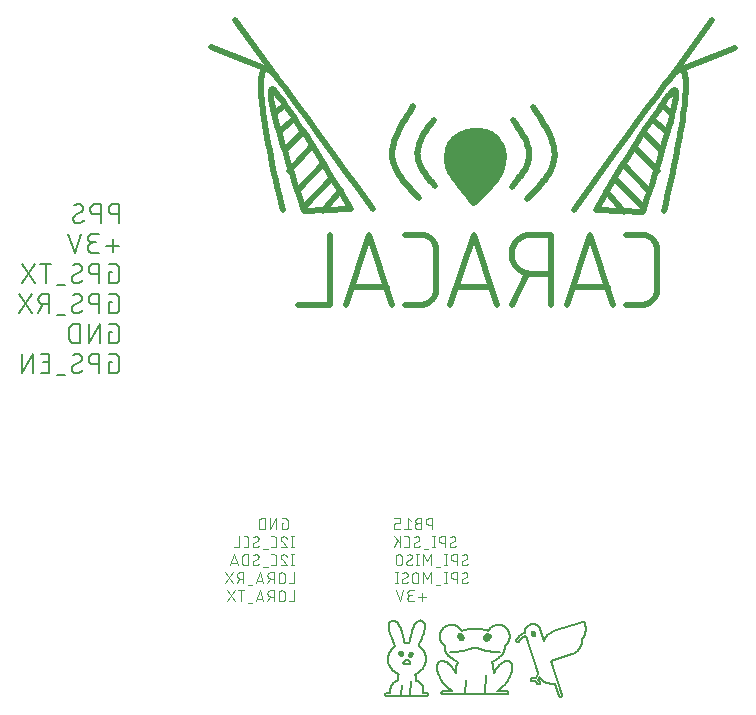
<source format=gbr>
G04 EAGLE Gerber RS-274X export*
G75*
%MOMM*%
%FSLAX34Y34*%
%LPD*%
%INSilkscreen Bottom*%
%IPPOS*%
%AMOC8*
5,1,8,0,0,1.08239X$1,22.5*%
G01*
%ADD10C,0.152400*%
%ADD11C,0.076200*%
%ADD12C,0.508000*%
%ADD13C,0.500000*%
%ADD14C,0.203200*%

G36*
X-291Y5166D02*
X-291Y5166D01*
X-125Y5165D01*
X-68Y5174D01*
X-11Y5176D01*
X152Y5211D01*
X316Y5239D01*
X370Y5259D01*
X426Y5271D01*
X579Y5335D01*
X736Y5391D01*
X785Y5420D01*
X838Y5442D01*
X978Y5532D01*
X1122Y5615D01*
X1166Y5653D01*
X1214Y5683D01*
X1401Y5845D01*
X4301Y8602D01*
X4307Y8608D01*
X4318Y8618D01*
X5755Y10011D01*
X5760Y10017D01*
X5771Y10027D01*
X8619Y12837D01*
X8627Y12847D01*
X8644Y12862D01*
X11452Y15712D01*
X11461Y15723D01*
X11482Y15743D01*
X14240Y18641D01*
X14249Y18652D01*
X14268Y18671D01*
X15624Y20142D01*
X15631Y20152D01*
X15647Y20168D01*
X16982Y21658D01*
X16991Y21670D01*
X17011Y21691D01*
X18319Y23204D01*
X18330Y23219D01*
X18356Y23247D01*
X19630Y24789D01*
X19644Y24810D01*
X19681Y24853D01*
X20904Y26435D01*
X20923Y26465D01*
X20978Y26537D01*
X22120Y28179D01*
X22133Y28200D01*
X22237Y28363D01*
X23232Y30098D01*
X23247Y30131D01*
X23300Y30225D01*
X24193Y32015D01*
X24205Y32045D01*
X24241Y32117D01*
X25052Y33945D01*
X25064Y33979D01*
X25102Y34067D01*
X25817Y35935D01*
X25827Y35971D01*
X25866Y36078D01*
X26466Y37986D01*
X26474Y38023D01*
X26511Y38149D01*
X26981Y40093D01*
X26986Y40129D01*
X27017Y40271D01*
X27344Y42244D01*
X27346Y42273D01*
X27353Y42299D01*
X27354Y42331D01*
X27368Y42427D01*
X27548Y44419D01*
X27548Y44456D01*
X27558Y44597D01*
X27597Y46596D01*
X27594Y46634D01*
X27595Y46754D01*
X27508Y48752D01*
X27503Y48789D01*
X27494Y48925D01*
X27268Y50912D01*
X27265Y50926D01*
X27231Y51144D01*
X26820Y53101D01*
X26816Y53114D01*
X26761Y53328D01*
X26168Y55238D01*
X26162Y55254D01*
X26090Y55454D01*
X25325Y57301D01*
X25315Y57321D01*
X25231Y57502D01*
X24305Y59275D01*
X24290Y59299D01*
X24199Y59458D01*
X23127Y61146D01*
X23107Y61171D01*
X23011Y61313D01*
X21805Y62908D01*
X21782Y62933D01*
X21682Y63058D01*
X20356Y64555D01*
X20336Y64575D01*
X20209Y64708D01*
X18762Y66087D01*
X18721Y66119D01*
X18685Y66157D01*
X18491Y66311D01*
X16865Y67473D01*
X16832Y67493D01*
X16801Y67517D01*
X16589Y67645D01*
X14825Y68587D01*
X14814Y68592D01*
X14803Y68598D01*
X14578Y68702D01*
X12722Y69446D01*
X12706Y69451D01*
X12504Y69522D01*
X10586Y70092D01*
X10555Y70098D01*
X10393Y70141D01*
X8436Y70555D01*
X8400Y70560D01*
X8260Y70586D01*
X6279Y70860D01*
X6242Y70862D01*
X6114Y70877D01*
X4119Y71019D01*
X4082Y71019D01*
X3959Y71026D01*
X1959Y71040D01*
X1922Y71037D01*
X1792Y71035D01*
X-204Y70916D01*
X-239Y70911D01*
X-333Y70905D01*
X-2321Y70682D01*
X-2349Y70677D01*
X-2414Y70670D01*
X-4392Y70374D01*
X-4424Y70366D01*
X-4507Y70354D01*
X-6469Y69965D01*
X-6504Y69955D01*
X-6608Y69934D01*
X-8545Y69434D01*
X-8580Y69422D01*
X-8708Y69386D01*
X-10607Y68756D01*
X-10635Y68743D01*
X-10797Y68684D01*
X-13623Y67482D01*
X-13738Y67420D01*
X-13857Y67367D01*
X-13986Y67287D01*
X-14017Y67271D01*
X-14032Y67258D01*
X-14067Y67237D01*
X-16483Y65565D01*
X-16498Y65553D01*
X-16514Y65543D01*
X-16708Y65389D01*
X-18212Y64072D01*
X-18213Y64071D01*
X-18389Y63901D01*
X-19756Y62442D01*
X-19763Y62433D01*
X-19910Y62261D01*
X-21133Y60679D01*
X-21141Y60666D01*
X-21266Y60488D01*
X-22869Y57960D01*
X-22915Y57870D01*
X-22970Y57786D01*
X-23072Y57566D01*
X-23073Y57563D01*
X-23074Y57562D01*
X-23074Y57561D01*
X-24206Y54767D01*
X-24214Y54743D01*
X-24279Y54562D01*
X-24866Y52650D01*
X-24872Y52624D01*
X-24909Y52483D01*
X-24915Y52467D01*
X-24917Y52456D01*
X-24920Y52443D01*
X-24923Y52429D01*
X-24927Y52400D01*
X-24958Y52224D01*
X-25724Y46300D01*
X-25728Y46216D01*
X-25740Y46133D01*
X-25743Y45885D01*
X-25667Y43887D01*
X-25664Y43856D01*
X-25651Y43683D01*
X-25412Y41697D01*
X-25406Y41666D01*
X-25380Y41500D01*
X-24984Y39540D01*
X-24974Y39507D01*
X-24938Y39353D01*
X-24392Y37429D01*
X-24379Y37395D01*
X-24335Y37253D01*
X-23648Y35375D01*
X-23633Y35342D01*
X-23582Y35213D01*
X-22766Y33387D01*
X-22748Y33354D01*
X-22693Y33238D01*
X-21758Y31470D01*
X-21737Y31439D01*
X-21681Y31335D01*
X-20637Y29629D01*
X-20615Y29599D01*
X-20562Y29513D01*
X-19426Y27867D01*
X-19414Y27852D01*
X-19392Y27819D01*
X-18218Y26199D01*
X-18209Y26190D01*
X-18196Y26169D01*
X-14600Y21364D01*
X-14594Y21358D01*
X-14585Y21345D01*
X-10942Y16575D01*
X-10939Y16571D01*
X-10934Y16564D01*
X-7266Y11814D01*
X-7264Y11811D01*
X-7260Y11806D01*
X-3574Y7070D01*
X-3427Y6912D01*
X-3280Y6753D01*
X-3273Y6747D01*
X-3269Y6743D01*
X-3257Y6734D01*
X-3089Y6596D01*
X-1808Y5648D01*
X-1759Y5618D01*
X-1715Y5582D01*
X-1569Y5502D01*
X-1427Y5415D01*
X-1373Y5394D01*
X-1323Y5367D01*
X-1165Y5314D01*
X-1010Y5254D01*
X-954Y5243D01*
X-900Y5225D01*
X-735Y5201D01*
X-571Y5169D01*
X-514Y5169D01*
X-457Y5161D01*
X-291Y5166D01*
G37*
G36*
X11211Y-363899D02*
X11211Y-363899D01*
X11317Y-363878D01*
X11389Y-363873D01*
X11911Y-363749D01*
X12019Y-363707D01*
X12091Y-363688D01*
X12580Y-363469D01*
X12693Y-363398D01*
X12763Y-363363D01*
X13196Y-363048D01*
X13314Y-362934D01*
X13372Y-362885D01*
X13719Y-362477D01*
X13769Y-362397D01*
X13813Y-362347D01*
X14649Y-360971D01*
X14725Y-360793D01*
X14754Y-360735D01*
X14907Y-360223D01*
X14950Y-359942D01*
X14948Y-359925D01*
X14950Y-359910D01*
X14939Y-359376D01*
X14893Y-359095D01*
X14887Y-359082D01*
X14885Y-359070D01*
X14713Y-358563D01*
X14665Y-358468D01*
X14663Y-358463D01*
X14655Y-358449D01*
X14585Y-358310D01*
X14584Y-358310D01*
X14584Y-358309D01*
X14278Y-357870D01*
X14153Y-357737D01*
X14109Y-357683D01*
X13703Y-357333D01*
X13584Y-357256D01*
X13521Y-357208D01*
X13050Y-356954D01*
X12937Y-356912D01*
X12877Y-356882D01*
X12872Y-356879D01*
X12870Y-356878D01*
X12358Y-356719D01*
X12248Y-356701D01*
X12178Y-356680D01*
X11646Y-356616D01*
X11539Y-356618D01*
X11467Y-356610D01*
X10932Y-356641D01*
X10826Y-356662D01*
X10754Y-356667D01*
X10232Y-356791D01*
X10125Y-356833D01*
X10052Y-356852D01*
X9563Y-357071D01*
X9451Y-357142D01*
X9381Y-357176D01*
X8948Y-357492D01*
X8830Y-357606D01*
X8771Y-357655D01*
X8425Y-358063D01*
X8374Y-358143D01*
X8331Y-358193D01*
X7494Y-359569D01*
X7418Y-359746D01*
X7389Y-359805D01*
X7236Y-360317D01*
X7193Y-360598D01*
X7195Y-360615D01*
X7193Y-360629D01*
X7204Y-361164D01*
X7250Y-361444D01*
X7256Y-361458D01*
X7258Y-361470D01*
X7430Y-361976D01*
X7559Y-362230D01*
X7866Y-362669D01*
X7990Y-362803D01*
X8035Y-362857D01*
X8440Y-363207D01*
X8560Y-363284D01*
X8622Y-363332D01*
X9094Y-363586D01*
X9206Y-363627D01*
X9274Y-363662D01*
X9786Y-363821D01*
X9895Y-363838D01*
X9965Y-363859D01*
X10498Y-363923D01*
X10605Y-363921D01*
X10676Y-363929D01*
X11211Y-363899D01*
G37*
G36*
X-10376Y-363616D02*
X-10376Y-363616D01*
X-10164Y-363587D01*
X-10128Y-363572D01*
X-10098Y-363567D01*
X-9596Y-363388D01*
X-9591Y-363386D01*
X-9585Y-363385D01*
X-9549Y-363364D01*
X-9344Y-363257D01*
X-9318Y-363232D01*
X-9293Y-363218D01*
X-8880Y-362881D01*
X-8687Y-362672D01*
X-8680Y-362658D01*
X-8672Y-362649D01*
X-8380Y-362202D01*
X-8309Y-362050D01*
X-8298Y-362033D01*
X-8291Y-362012D01*
X-8285Y-361998D01*
X-8264Y-361957D01*
X-8101Y-361448D01*
X-8074Y-361293D01*
X-8056Y-361218D01*
X-8014Y-360686D01*
X-8022Y-360552D01*
X-8019Y-360474D01*
X-8088Y-359944D01*
X-8122Y-359822D01*
X-8135Y-359746D01*
X-8308Y-359240D01*
X-8327Y-359203D01*
X-8335Y-359173D01*
X-8369Y-359115D01*
X-8388Y-359063D01*
X-8655Y-358600D01*
X-8672Y-358578D01*
X-8681Y-358557D01*
X-9260Y-357656D01*
X-9282Y-357629D01*
X-9295Y-357604D01*
X-9611Y-357173D01*
X-9710Y-357071D01*
X-9760Y-357010D01*
X-10161Y-356657D01*
X-10324Y-356551D01*
X-10376Y-356513D01*
X-10853Y-356273D01*
X-11122Y-356182D01*
X-11130Y-356182D01*
X-11136Y-356180D01*
X-11661Y-356089D01*
X-11663Y-356089D01*
X-11664Y-356088D01*
X-11680Y-356088D01*
X-11946Y-356080D01*
X-11975Y-356088D01*
X-12000Y-356088D01*
X-12526Y-356175D01*
X-12536Y-356178D01*
X-12546Y-356178D01*
X-12600Y-356198D01*
X-12797Y-356260D01*
X-12831Y-356282D01*
X-12861Y-356294D01*
X-13325Y-356557D01*
X-13550Y-356730D01*
X-13565Y-356751D01*
X-13582Y-356764D01*
X-13936Y-357163D01*
X-14094Y-357400D01*
X-14095Y-357404D01*
X-14097Y-357407D01*
X-14324Y-357891D01*
X-14377Y-358063D01*
X-14402Y-358129D01*
X-14503Y-358654D01*
X-14510Y-358796D01*
X-14521Y-358874D01*
X-14506Y-359409D01*
X-14485Y-359535D01*
X-14480Y-359613D01*
X-14358Y-360134D01*
X-14312Y-360251D01*
X-14292Y-360325D01*
X-14069Y-360811D01*
X-14024Y-360881D01*
X-14000Y-360937D01*
X-13130Y-362288D01*
X-13066Y-362362D01*
X-13030Y-362419D01*
X-12671Y-362816D01*
X-12544Y-362922D01*
X-12489Y-362974D01*
X-12048Y-363275D01*
X-11826Y-363384D01*
X-11799Y-363398D01*
X-11293Y-363568D01*
X-11014Y-363620D01*
X-10994Y-363618D01*
X-10979Y-363621D01*
X-10445Y-363625D01*
X-10437Y-363624D01*
X-10428Y-363625D01*
X-10376Y-363616D01*
G37*
G36*
X-61553Y-376689D02*
X-61553Y-376689D01*
X-61412Y-376681D01*
X-61349Y-376658D01*
X-61299Y-376651D01*
X-60810Y-376491D01*
X-60781Y-376476D01*
X-60749Y-376469D01*
X-60682Y-376428D01*
X-60555Y-376365D01*
X-60506Y-376321D01*
X-60462Y-376294D01*
X-60073Y-375958D01*
X-60052Y-375934D01*
X-60025Y-375915D01*
X-59979Y-375851D01*
X-59886Y-375744D01*
X-59858Y-375684D01*
X-59828Y-375643D01*
X-59598Y-375183D01*
X-59588Y-375152D01*
X-59571Y-375125D01*
X-59553Y-375048D01*
X-59508Y-374914D01*
X-59505Y-374852D01*
X-59501Y-374838D01*
X-59501Y-374829D01*
X-59493Y-374798D01*
X-59459Y-374285D01*
X-59460Y-374270D01*
X-59457Y-374255D01*
X-59466Y-374187D01*
X-59479Y-374001D01*
X-59495Y-373958D01*
X-59500Y-373922D01*
X-59800Y-372932D01*
X-59855Y-372813D01*
X-59881Y-372739D01*
X-60128Y-372288D01*
X-60148Y-372262D01*
X-60161Y-372232D01*
X-60214Y-372173D01*
X-60298Y-372060D01*
X-60351Y-372020D01*
X-60385Y-371982D01*
X-60787Y-371661D01*
X-60815Y-371645D01*
X-60838Y-371623D01*
X-60909Y-371589D01*
X-61032Y-371517D01*
X-61096Y-371500D01*
X-61141Y-371479D01*
X-61636Y-371337D01*
X-61669Y-371333D01*
X-61700Y-371321D01*
X-61778Y-371317D01*
X-61917Y-371298D01*
X-61984Y-371308D01*
X-62035Y-371305D01*
X-62546Y-371366D01*
X-62577Y-371374D01*
X-62608Y-371376D01*
X-62683Y-371402D01*
X-62821Y-371439D01*
X-62877Y-371473D01*
X-62924Y-371490D01*
X-63372Y-371742D01*
X-63398Y-371762D01*
X-63429Y-371776D01*
X-63486Y-371830D01*
X-63598Y-371915D01*
X-63622Y-371947D01*
X-63642Y-371964D01*
X-63657Y-371986D01*
X-63676Y-372004D01*
X-63991Y-372410D01*
X-64007Y-372438D01*
X-64028Y-372461D01*
X-64061Y-372532D01*
X-64132Y-372657D01*
X-64148Y-372720D01*
X-64169Y-372766D01*
X-64304Y-373262D01*
X-64308Y-373295D01*
X-64319Y-373326D01*
X-64322Y-373405D01*
X-64340Y-373544D01*
X-64329Y-373611D01*
X-64331Y-373662D01*
X-64264Y-374172D01*
X-64233Y-374281D01*
X-64222Y-374354D01*
X-64062Y-374846D01*
X-64051Y-374868D01*
X-64047Y-374887D01*
X-63866Y-375371D01*
X-63864Y-375375D01*
X-63863Y-375379D01*
X-63846Y-375408D01*
X-63730Y-375621D01*
X-63706Y-375645D01*
X-63692Y-375668D01*
X-63361Y-376062D01*
X-63337Y-376084D01*
X-63318Y-376110D01*
X-63255Y-376157D01*
X-63150Y-376252D01*
X-63090Y-376281D01*
X-63049Y-376311D01*
X-62592Y-376547D01*
X-62562Y-376557D01*
X-62534Y-376574D01*
X-62458Y-376594D01*
X-62324Y-376640D01*
X-62258Y-376644D01*
X-62209Y-376656D01*
X-61696Y-376698D01*
X-61663Y-376696D01*
X-61631Y-376701D01*
X-61553Y-376689D01*
G37*
G36*
X50560Y-359883D02*
X50560Y-359883D01*
X50701Y-359874D01*
X50764Y-359852D01*
X50814Y-359844D01*
X51303Y-359685D01*
X51332Y-359670D01*
X51364Y-359663D01*
X51431Y-359622D01*
X51558Y-359559D01*
X51608Y-359515D01*
X51651Y-359488D01*
X52040Y-359152D01*
X52062Y-359128D01*
X52088Y-359109D01*
X52134Y-359045D01*
X52227Y-358938D01*
X52256Y-358878D01*
X52285Y-358837D01*
X52515Y-358377D01*
X52525Y-358346D01*
X52542Y-358319D01*
X52560Y-358242D01*
X52605Y-358108D01*
X52608Y-358046D01*
X52612Y-358032D01*
X52612Y-358023D01*
X52620Y-357992D01*
X52655Y-357479D01*
X52653Y-357464D01*
X52656Y-357449D01*
X52647Y-357381D01*
X52634Y-357195D01*
X52618Y-357152D01*
X52613Y-357116D01*
X52313Y-356126D01*
X52258Y-356007D01*
X52232Y-355933D01*
X51985Y-355482D01*
X51966Y-355456D01*
X51952Y-355426D01*
X51900Y-355367D01*
X51815Y-355254D01*
X51762Y-355214D01*
X51728Y-355176D01*
X51326Y-354855D01*
X51298Y-354839D01*
X51275Y-354817D01*
X51204Y-354783D01*
X51081Y-354711D01*
X51017Y-354694D01*
X50972Y-354673D01*
X50478Y-354531D01*
X50445Y-354527D01*
X50413Y-354515D01*
X50335Y-354511D01*
X50196Y-354492D01*
X50129Y-354502D01*
X50078Y-354499D01*
X49567Y-354560D01*
X49537Y-354568D01*
X49505Y-354569D01*
X49431Y-354596D01*
X49293Y-354633D01*
X49236Y-354666D01*
X49189Y-354684D01*
X48741Y-354936D01*
X48715Y-354956D01*
X48685Y-354970D01*
X48627Y-355023D01*
X48515Y-355109D01*
X48492Y-355141D01*
X48471Y-355158D01*
X48457Y-355180D01*
X48438Y-355198D01*
X48122Y-355604D01*
X48106Y-355631D01*
X48085Y-355655D01*
X48052Y-355727D01*
X47981Y-355850D01*
X47965Y-355914D01*
X47944Y-355960D01*
X47809Y-356456D01*
X47805Y-356489D01*
X47794Y-356520D01*
X47791Y-356599D01*
X47774Y-356738D01*
X47784Y-356804D01*
X47782Y-356856D01*
X47849Y-357366D01*
X47880Y-357475D01*
X47891Y-357548D01*
X48052Y-358040D01*
X48062Y-358062D01*
X48066Y-358081D01*
X48247Y-358565D01*
X48249Y-358569D01*
X48250Y-358573D01*
X48268Y-358603D01*
X48384Y-358815D01*
X48407Y-358839D01*
X48421Y-358862D01*
X48752Y-359256D01*
X48776Y-359278D01*
X48795Y-359304D01*
X48858Y-359351D01*
X48964Y-359446D01*
X49023Y-359475D01*
X49064Y-359505D01*
X49521Y-359741D01*
X49552Y-359751D01*
X49579Y-359768D01*
X49655Y-359787D01*
X49789Y-359834D01*
X49856Y-359838D01*
X49905Y-359850D01*
X50417Y-359891D01*
X50450Y-359889D01*
X50482Y-359895D01*
X50560Y-359883D01*
G37*
G36*
X-53650Y-377483D02*
X-53650Y-377483D01*
X-53508Y-377474D01*
X-53446Y-377451D01*
X-53396Y-377443D01*
X-52908Y-377281D01*
X-52879Y-377266D01*
X-52847Y-377258D01*
X-52780Y-377217D01*
X-52653Y-377154D01*
X-52604Y-377109D01*
X-52561Y-377082D01*
X-52174Y-376744D01*
X-52164Y-376732D01*
X-52152Y-376724D01*
X-52110Y-376670D01*
X-51988Y-376529D01*
X-51969Y-376487D01*
X-51947Y-376458D01*
X-51459Y-375546D01*
X-51414Y-375423D01*
X-51380Y-375352D01*
X-51235Y-374859D01*
X-51230Y-374826D01*
X-51219Y-374795D01*
X-51214Y-374717D01*
X-51194Y-374577D01*
X-51203Y-374511D01*
X-51201Y-374460D01*
X-51215Y-374334D01*
X-51215Y-374333D01*
X-51258Y-373949D01*
X-51266Y-373918D01*
X-51267Y-373886D01*
X-51294Y-373812D01*
X-51329Y-373674D01*
X-51363Y-373617D01*
X-51379Y-373570D01*
X-51629Y-373120D01*
X-51649Y-373094D01*
X-51663Y-373063D01*
X-51716Y-373005D01*
X-51800Y-372893D01*
X-51854Y-372853D01*
X-51889Y-372815D01*
X-52293Y-372497D01*
X-52320Y-372481D01*
X-52344Y-372459D01*
X-52415Y-372426D01*
X-52539Y-372354D01*
X-52602Y-372338D01*
X-52648Y-372317D01*
X-53143Y-372179D01*
X-53176Y-372174D01*
X-53207Y-372163D01*
X-53286Y-372160D01*
X-53425Y-372141D01*
X-53491Y-372151D01*
X-53543Y-372149D01*
X-54053Y-372213D01*
X-54084Y-372222D01*
X-54116Y-372223D01*
X-54189Y-372250D01*
X-54327Y-372288D01*
X-54383Y-372322D01*
X-54430Y-372339D01*
X-54877Y-372595D01*
X-54903Y-372615D01*
X-54933Y-372629D01*
X-54990Y-372683D01*
X-55101Y-372769D01*
X-55141Y-372823D01*
X-55178Y-372858D01*
X-55491Y-373266D01*
X-55547Y-373365D01*
X-55591Y-373424D01*
X-55826Y-373886D01*
X-55833Y-373909D01*
X-55844Y-373925D01*
X-56058Y-374396D01*
X-56060Y-374400D01*
X-56062Y-374403D01*
X-56070Y-374436D01*
X-56139Y-374668D01*
X-56139Y-374702D01*
X-56146Y-374729D01*
X-56190Y-375241D01*
X-56188Y-375273D01*
X-56193Y-375305D01*
X-56182Y-375383D01*
X-56175Y-375525D01*
X-56153Y-375587D01*
X-56146Y-375637D01*
X-55989Y-376127D01*
X-55975Y-376157D01*
X-55967Y-376188D01*
X-55927Y-376256D01*
X-55865Y-376383D01*
X-55821Y-376433D01*
X-55795Y-376476D01*
X-55462Y-376868D01*
X-55437Y-376890D01*
X-55418Y-376916D01*
X-55355Y-376963D01*
X-55249Y-377057D01*
X-55189Y-377085D01*
X-55148Y-377115D01*
X-54689Y-377348D01*
X-54658Y-377359D01*
X-54631Y-377375D01*
X-54554Y-377394D01*
X-54420Y-377440D01*
X-54354Y-377443D01*
X-54304Y-377455D01*
X-53792Y-377493D01*
X-53759Y-377491D01*
X-53727Y-377496D01*
X-53650Y-377483D01*
G37*
D10*
X-300482Y-9398D02*
X-300482Y6858D01*
X-304998Y6858D01*
X-305131Y6856D01*
X-305263Y6850D01*
X-305395Y6840D01*
X-305527Y6827D01*
X-305659Y6809D01*
X-305789Y6788D01*
X-305920Y6763D01*
X-306049Y6734D01*
X-306177Y6701D01*
X-306305Y6665D01*
X-306431Y6625D01*
X-306556Y6581D01*
X-306680Y6533D01*
X-306802Y6482D01*
X-306923Y6427D01*
X-307042Y6369D01*
X-307160Y6307D01*
X-307275Y6242D01*
X-307389Y6173D01*
X-307500Y6102D01*
X-307609Y6026D01*
X-307716Y5948D01*
X-307821Y5867D01*
X-307923Y5782D01*
X-308023Y5695D01*
X-308120Y5605D01*
X-308215Y5512D01*
X-308306Y5416D01*
X-308395Y5318D01*
X-308481Y5217D01*
X-308564Y5113D01*
X-308644Y5007D01*
X-308720Y4899D01*
X-308794Y4789D01*
X-308864Y4676D01*
X-308931Y4562D01*
X-308994Y4445D01*
X-309054Y4327D01*
X-309111Y4207D01*
X-309164Y4085D01*
X-309213Y3962D01*
X-309259Y3838D01*
X-309301Y3712D01*
X-309339Y3585D01*
X-309374Y3457D01*
X-309405Y3328D01*
X-309432Y3199D01*
X-309455Y3068D01*
X-309475Y2937D01*
X-309490Y2805D01*
X-309502Y2673D01*
X-309510Y2541D01*
X-309514Y2408D01*
X-309514Y2276D01*
X-309510Y2143D01*
X-309502Y2011D01*
X-309490Y1879D01*
X-309475Y1747D01*
X-309455Y1616D01*
X-309432Y1485D01*
X-309405Y1356D01*
X-309374Y1227D01*
X-309339Y1099D01*
X-309301Y972D01*
X-309259Y846D01*
X-309213Y722D01*
X-309164Y599D01*
X-309111Y477D01*
X-309054Y357D01*
X-308994Y239D01*
X-308931Y122D01*
X-308864Y8D01*
X-308794Y-105D01*
X-308720Y-215D01*
X-308644Y-323D01*
X-308564Y-429D01*
X-308481Y-533D01*
X-308395Y-634D01*
X-308306Y-732D01*
X-308215Y-828D01*
X-308120Y-921D01*
X-308023Y-1011D01*
X-307923Y-1098D01*
X-307821Y-1183D01*
X-307716Y-1264D01*
X-307609Y-1342D01*
X-307500Y-1418D01*
X-307389Y-1489D01*
X-307275Y-1558D01*
X-307160Y-1623D01*
X-307042Y-1685D01*
X-306923Y-1743D01*
X-306802Y-1798D01*
X-306680Y-1849D01*
X-306556Y-1897D01*
X-306431Y-1941D01*
X-306305Y-1981D01*
X-306177Y-2017D01*
X-306049Y-2050D01*
X-305920Y-2079D01*
X-305789Y-2104D01*
X-305659Y-2125D01*
X-305527Y-2143D01*
X-305395Y-2156D01*
X-305263Y-2166D01*
X-305131Y-2172D01*
X-304998Y-2174D01*
X-304998Y-2173D02*
X-300482Y-2173D01*
X-316113Y-9398D02*
X-316113Y6858D01*
X-320629Y6858D01*
X-320762Y6856D01*
X-320894Y6850D01*
X-321026Y6840D01*
X-321158Y6827D01*
X-321290Y6809D01*
X-321420Y6788D01*
X-321551Y6763D01*
X-321680Y6734D01*
X-321808Y6701D01*
X-321936Y6665D01*
X-322062Y6625D01*
X-322187Y6581D01*
X-322311Y6533D01*
X-322433Y6482D01*
X-322554Y6427D01*
X-322673Y6369D01*
X-322791Y6307D01*
X-322906Y6242D01*
X-323020Y6173D01*
X-323131Y6102D01*
X-323240Y6026D01*
X-323347Y5948D01*
X-323452Y5867D01*
X-323554Y5782D01*
X-323654Y5695D01*
X-323751Y5605D01*
X-323846Y5512D01*
X-323937Y5416D01*
X-324026Y5318D01*
X-324112Y5217D01*
X-324195Y5113D01*
X-324275Y5007D01*
X-324351Y4899D01*
X-324425Y4789D01*
X-324495Y4676D01*
X-324562Y4562D01*
X-324625Y4445D01*
X-324685Y4327D01*
X-324742Y4207D01*
X-324795Y4085D01*
X-324844Y3962D01*
X-324890Y3838D01*
X-324932Y3712D01*
X-324970Y3585D01*
X-325005Y3457D01*
X-325036Y3328D01*
X-325063Y3199D01*
X-325086Y3068D01*
X-325106Y2937D01*
X-325121Y2805D01*
X-325133Y2673D01*
X-325141Y2541D01*
X-325145Y2408D01*
X-325145Y2276D01*
X-325141Y2143D01*
X-325133Y2011D01*
X-325121Y1879D01*
X-325106Y1747D01*
X-325086Y1616D01*
X-325063Y1485D01*
X-325036Y1356D01*
X-325005Y1227D01*
X-324970Y1099D01*
X-324932Y972D01*
X-324890Y846D01*
X-324844Y722D01*
X-324795Y599D01*
X-324742Y477D01*
X-324685Y357D01*
X-324625Y239D01*
X-324562Y122D01*
X-324495Y8D01*
X-324425Y-105D01*
X-324351Y-215D01*
X-324275Y-323D01*
X-324195Y-429D01*
X-324112Y-533D01*
X-324026Y-634D01*
X-323937Y-732D01*
X-323846Y-828D01*
X-323751Y-921D01*
X-323654Y-1011D01*
X-323554Y-1098D01*
X-323452Y-1183D01*
X-323347Y-1264D01*
X-323240Y-1342D01*
X-323131Y-1418D01*
X-323020Y-1489D01*
X-322906Y-1558D01*
X-322791Y-1623D01*
X-322673Y-1685D01*
X-322554Y-1743D01*
X-322433Y-1798D01*
X-322311Y-1849D01*
X-322187Y-1897D01*
X-322062Y-1941D01*
X-321936Y-1981D01*
X-321808Y-2017D01*
X-321680Y-2050D01*
X-321551Y-2079D01*
X-321420Y-2104D01*
X-321290Y-2125D01*
X-321158Y-2143D01*
X-321026Y-2156D01*
X-320894Y-2166D01*
X-320762Y-2172D01*
X-320629Y-2174D01*
X-320629Y-2173D02*
X-316113Y-2173D01*
X-335910Y-9398D02*
X-336028Y-9396D01*
X-336146Y-9390D01*
X-336264Y-9381D01*
X-336381Y-9367D01*
X-336498Y-9350D01*
X-336615Y-9329D01*
X-336730Y-9304D01*
X-336845Y-9275D01*
X-336959Y-9242D01*
X-337071Y-9206D01*
X-337182Y-9166D01*
X-337292Y-9123D01*
X-337401Y-9076D01*
X-337508Y-9026D01*
X-337613Y-8971D01*
X-337716Y-8914D01*
X-337817Y-8853D01*
X-337917Y-8789D01*
X-338014Y-8722D01*
X-338109Y-8652D01*
X-338201Y-8578D01*
X-338292Y-8502D01*
X-338379Y-8422D01*
X-338464Y-8340D01*
X-338546Y-8255D01*
X-338626Y-8168D01*
X-338702Y-8077D01*
X-338776Y-7985D01*
X-338846Y-7890D01*
X-338913Y-7793D01*
X-338977Y-7693D01*
X-339038Y-7592D01*
X-339095Y-7489D01*
X-339150Y-7384D01*
X-339200Y-7277D01*
X-339247Y-7168D01*
X-339290Y-7058D01*
X-339330Y-6947D01*
X-339366Y-6835D01*
X-339399Y-6721D01*
X-339428Y-6606D01*
X-339453Y-6491D01*
X-339474Y-6374D01*
X-339491Y-6257D01*
X-339505Y-6140D01*
X-339514Y-6022D01*
X-339520Y-5904D01*
X-339522Y-5786D01*
X-335910Y-9398D02*
X-335727Y-9396D01*
X-335545Y-9389D01*
X-335363Y-9378D01*
X-335181Y-9363D01*
X-334999Y-9343D01*
X-334818Y-9320D01*
X-334638Y-9291D01*
X-334458Y-9259D01*
X-334279Y-9222D01*
X-334102Y-9181D01*
X-333925Y-9135D01*
X-333749Y-9086D01*
X-333575Y-9032D01*
X-333401Y-8974D01*
X-333230Y-8912D01*
X-333060Y-8846D01*
X-332891Y-8775D01*
X-332724Y-8701D01*
X-332559Y-8623D01*
X-332396Y-8541D01*
X-332235Y-8455D01*
X-332076Y-8365D01*
X-331919Y-8271D01*
X-331765Y-8174D01*
X-331613Y-8073D01*
X-331463Y-7968D01*
X-331316Y-7860D01*
X-331172Y-7749D01*
X-331030Y-7634D01*
X-330891Y-7515D01*
X-330755Y-7393D01*
X-330622Y-7268D01*
X-330492Y-7140D01*
X-330943Y3246D02*
X-330945Y3364D01*
X-330951Y3482D01*
X-330960Y3600D01*
X-330974Y3717D01*
X-330991Y3834D01*
X-331012Y3951D01*
X-331037Y4066D01*
X-331066Y4181D01*
X-331099Y4295D01*
X-331135Y4407D01*
X-331175Y4518D01*
X-331218Y4628D01*
X-331265Y4737D01*
X-331315Y4844D01*
X-331370Y4949D01*
X-331427Y5052D01*
X-331488Y5153D01*
X-331552Y5253D01*
X-331619Y5350D01*
X-331689Y5445D01*
X-331763Y5537D01*
X-331839Y5628D01*
X-331919Y5715D01*
X-332001Y5800D01*
X-332086Y5882D01*
X-332173Y5962D01*
X-332264Y6038D01*
X-332356Y6112D01*
X-332451Y6182D01*
X-332548Y6249D01*
X-332648Y6313D01*
X-332749Y6374D01*
X-332852Y6432D01*
X-332957Y6486D01*
X-333064Y6536D01*
X-333173Y6583D01*
X-333283Y6627D01*
X-333394Y6666D01*
X-333507Y6702D01*
X-333620Y6735D01*
X-333735Y6764D01*
X-333850Y6789D01*
X-333967Y6810D01*
X-334084Y6827D01*
X-334201Y6841D01*
X-334319Y6850D01*
X-334437Y6856D01*
X-334555Y6858D01*
X-334716Y6856D01*
X-334878Y6850D01*
X-335039Y6841D01*
X-335200Y6827D01*
X-335360Y6810D01*
X-335520Y6789D01*
X-335680Y6764D01*
X-335839Y6735D01*
X-335997Y6703D01*
X-336154Y6667D01*
X-336310Y6627D01*
X-336466Y6583D01*
X-336620Y6535D01*
X-336773Y6484D01*
X-336925Y6430D01*
X-337076Y6371D01*
X-337225Y6310D01*
X-337372Y6244D01*
X-337518Y6175D01*
X-337663Y6103D01*
X-337805Y6027D01*
X-337946Y5948D01*
X-338085Y5866D01*
X-338221Y5780D01*
X-338356Y5691D01*
X-338489Y5599D01*
X-338619Y5503D01*
X-332749Y85D02*
X-332648Y147D01*
X-332548Y212D01*
X-332451Y281D01*
X-332356Y353D01*
X-332263Y427D01*
X-332173Y505D01*
X-332085Y586D01*
X-332000Y669D01*
X-331918Y755D01*
X-331839Y844D01*
X-331762Y935D01*
X-331689Y1029D01*
X-331618Y1125D01*
X-331551Y1223D01*
X-331487Y1323D01*
X-331426Y1426D01*
X-331369Y1530D01*
X-331315Y1636D01*
X-331265Y1744D01*
X-331218Y1853D01*
X-331174Y1964D01*
X-331134Y2076D01*
X-331098Y2190D01*
X-331066Y2304D01*
X-331037Y2420D01*
X-331012Y2536D01*
X-330991Y2653D01*
X-330974Y2771D01*
X-330960Y2889D01*
X-330951Y3008D01*
X-330945Y3127D01*
X-330943Y3246D01*
X-337717Y-2625D02*
X-337818Y-2687D01*
X-337918Y-2752D01*
X-338015Y-2821D01*
X-338110Y-2893D01*
X-338203Y-2967D01*
X-338293Y-3045D01*
X-338381Y-3126D01*
X-338466Y-3209D01*
X-338548Y-3295D01*
X-338627Y-3384D01*
X-338704Y-3475D01*
X-338777Y-3569D01*
X-338848Y-3665D01*
X-338915Y-3763D01*
X-338979Y-3863D01*
X-339040Y-3966D01*
X-339097Y-4070D01*
X-339151Y-4176D01*
X-339201Y-4284D01*
X-339248Y-4393D01*
X-339292Y-4504D01*
X-339332Y-4616D01*
X-339368Y-4730D01*
X-339400Y-4844D01*
X-339429Y-4960D01*
X-339454Y-5076D01*
X-339475Y-5193D01*
X-339492Y-5311D01*
X-339506Y-5429D01*
X-339515Y-5548D01*
X-339521Y-5667D01*
X-339523Y-5786D01*
X-337716Y-2625D02*
X-332749Y85D01*
X-311319Y-28476D02*
X-300482Y-28476D01*
X-305901Y-23058D02*
X-305901Y-33895D01*
X-318058Y-34798D02*
X-322574Y-34798D01*
X-322707Y-34796D01*
X-322839Y-34790D01*
X-322971Y-34780D01*
X-323103Y-34767D01*
X-323235Y-34749D01*
X-323365Y-34728D01*
X-323496Y-34703D01*
X-323625Y-34674D01*
X-323753Y-34641D01*
X-323881Y-34605D01*
X-324007Y-34565D01*
X-324132Y-34521D01*
X-324256Y-34473D01*
X-324378Y-34422D01*
X-324499Y-34367D01*
X-324618Y-34309D01*
X-324736Y-34247D01*
X-324851Y-34182D01*
X-324965Y-34113D01*
X-325076Y-34042D01*
X-325185Y-33966D01*
X-325292Y-33888D01*
X-325397Y-33807D01*
X-325499Y-33722D01*
X-325599Y-33635D01*
X-325696Y-33545D01*
X-325791Y-33452D01*
X-325882Y-33356D01*
X-325971Y-33258D01*
X-326057Y-33157D01*
X-326140Y-33053D01*
X-326220Y-32947D01*
X-326296Y-32839D01*
X-326370Y-32729D01*
X-326440Y-32616D01*
X-326507Y-32502D01*
X-326570Y-32385D01*
X-326630Y-32267D01*
X-326687Y-32147D01*
X-326740Y-32025D01*
X-326789Y-31902D01*
X-326835Y-31778D01*
X-326877Y-31652D01*
X-326915Y-31525D01*
X-326950Y-31397D01*
X-326981Y-31268D01*
X-327008Y-31139D01*
X-327031Y-31008D01*
X-327051Y-30877D01*
X-327066Y-30745D01*
X-327078Y-30613D01*
X-327086Y-30481D01*
X-327090Y-30348D01*
X-327090Y-30216D01*
X-327086Y-30083D01*
X-327078Y-29951D01*
X-327066Y-29819D01*
X-327051Y-29687D01*
X-327031Y-29556D01*
X-327008Y-29425D01*
X-326981Y-29296D01*
X-326950Y-29167D01*
X-326915Y-29039D01*
X-326877Y-28912D01*
X-326835Y-28786D01*
X-326789Y-28662D01*
X-326740Y-28539D01*
X-326687Y-28417D01*
X-326630Y-28297D01*
X-326570Y-28179D01*
X-326507Y-28062D01*
X-326440Y-27948D01*
X-326370Y-27835D01*
X-326296Y-27725D01*
X-326220Y-27617D01*
X-326140Y-27511D01*
X-326057Y-27407D01*
X-325971Y-27306D01*
X-325882Y-27208D01*
X-325791Y-27112D01*
X-325696Y-27019D01*
X-325599Y-26929D01*
X-325499Y-26842D01*
X-325397Y-26757D01*
X-325292Y-26676D01*
X-325185Y-26598D01*
X-325076Y-26522D01*
X-324965Y-26451D01*
X-324851Y-26382D01*
X-324736Y-26317D01*
X-324618Y-26255D01*
X-324499Y-26197D01*
X-324378Y-26142D01*
X-324256Y-26091D01*
X-324132Y-26043D01*
X-324007Y-25999D01*
X-323881Y-25959D01*
X-323753Y-25923D01*
X-323625Y-25890D01*
X-323496Y-25861D01*
X-323365Y-25836D01*
X-323235Y-25815D01*
X-323103Y-25797D01*
X-322971Y-25784D01*
X-322839Y-25774D01*
X-322707Y-25768D01*
X-322574Y-25766D01*
X-323477Y-18542D02*
X-318058Y-18542D01*
X-323477Y-18542D02*
X-323596Y-18544D01*
X-323716Y-18550D01*
X-323835Y-18560D01*
X-323953Y-18574D01*
X-324072Y-18591D01*
X-324189Y-18613D01*
X-324306Y-18638D01*
X-324421Y-18668D01*
X-324536Y-18701D01*
X-324650Y-18738D01*
X-324762Y-18778D01*
X-324873Y-18823D01*
X-324982Y-18871D01*
X-325090Y-18922D01*
X-325196Y-18977D01*
X-325300Y-19036D01*
X-325402Y-19098D01*
X-325502Y-19163D01*
X-325600Y-19232D01*
X-325696Y-19304D01*
X-325789Y-19379D01*
X-325879Y-19456D01*
X-325967Y-19537D01*
X-326052Y-19621D01*
X-326134Y-19708D01*
X-326214Y-19797D01*
X-326290Y-19889D01*
X-326364Y-19983D01*
X-326434Y-20080D01*
X-326501Y-20178D01*
X-326565Y-20279D01*
X-326625Y-20383D01*
X-326682Y-20488D01*
X-326735Y-20595D01*
X-326785Y-20703D01*
X-326831Y-20813D01*
X-326873Y-20925D01*
X-326912Y-21038D01*
X-326947Y-21152D01*
X-326978Y-21267D01*
X-327006Y-21384D01*
X-327029Y-21501D01*
X-327049Y-21618D01*
X-327065Y-21737D01*
X-327077Y-21856D01*
X-327085Y-21975D01*
X-327089Y-22094D01*
X-327089Y-22214D01*
X-327085Y-22333D01*
X-327077Y-22452D01*
X-327065Y-22571D01*
X-327049Y-22690D01*
X-327029Y-22807D01*
X-327006Y-22924D01*
X-326978Y-23041D01*
X-326947Y-23156D01*
X-326912Y-23270D01*
X-326873Y-23383D01*
X-326831Y-23495D01*
X-326785Y-23605D01*
X-326735Y-23713D01*
X-326682Y-23820D01*
X-326625Y-23925D01*
X-326565Y-24029D01*
X-326501Y-24130D01*
X-326434Y-24228D01*
X-326364Y-24325D01*
X-326290Y-24419D01*
X-326214Y-24511D01*
X-326134Y-24600D01*
X-326052Y-24687D01*
X-325967Y-24771D01*
X-325879Y-24852D01*
X-325789Y-24929D01*
X-325696Y-25004D01*
X-325600Y-25076D01*
X-325502Y-25145D01*
X-325402Y-25210D01*
X-325300Y-25272D01*
X-325196Y-25331D01*
X-325090Y-25386D01*
X-324982Y-25437D01*
X-324873Y-25485D01*
X-324762Y-25530D01*
X-324650Y-25570D01*
X-324536Y-25607D01*
X-324421Y-25640D01*
X-324306Y-25670D01*
X-324189Y-25695D01*
X-324072Y-25717D01*
X-323953Y-25734D01*
X-323835Y-25748D01*
X-323716Y-25758D01*
X-323596Y-25764D01*
X-323477Y-25766D01*
X-323477Y-25767D02*
X-319865Y-25767D01*
X-332787Y-18542D02*
X-338205Y-34798D01*
X-343624Y-18542D01*
X-309513Y-51167D02*
X-306804Y-51167D01*
X-309513Y-51167D02*
X-309513Y-60198D01*
X-304094Y-60198D01*
X-303976Y-60196D01*
X-303858Y-60190D01*
X-303740Y-60181D01*
X-303623Y-60167D01*
X-303506Y-60150D01*
X-303389Y-60129D01*
X-303274Y-60104D01*
X-303159Y-60075D01*
X-303045Y-60042D01*
X-302933Y-60006D01*
X-302822Y-59966D01*
X-302712Y-59923D01*
X-302603Y-59876D01*
X-302496Y-59826D01*
X-302391Y-59771D01*
X-302288Y-59714D01*
X-302187Y-59653D01*
X-302087Y-59589D01*
X-301990Y-59522D01*
X-301895Y-59452D01*
X-301803Y-59378D01*
X-301712Y-59302D01*
X-301625Y-59222D01*
X-301540Y-59140D01*
X-301458Y-59055D01*
X-301378Y-58968D01*
X-301302Y-58877D01*
X-301228Y-58785D01*
X-301158Y-58690D01*
X-301091Y-58593D01*
X-301027Y-58493D01*
X-300966Y-58392D01*
X-300909Y-58289D01*
X-300854Y-58184D01*
X-300804Y-58077D01*
X-300757Y-57968D01*
X-300714Y-57858D01*
X-300674Y-57747D01*
X-300638Y-57635D01*
X-300605Y-57521D01*
X-300576Y-57406D01*
X-300551Y-57291D01*
X-300530Y-57174D01*
X-300513Y-57057D01*
X-300499Y-56940D01*
X-300490Y-56822D01*
X-300484Y-56704D01*
X-300482Y-56586D01*
X-300482Y-47554D01*
X-300484Y-47436D01*
X-300490Y-47318D01*
X-300499Y-47200D01*
X-300513Y-47082D01*
X-300530Y-46965D01*
X-300551Y-46849D01*
X-300576Y-46734D01*
X-300605Y-46619D01*
X-300638Y-46505D01*
X-300674Y-46393D01*
X-300714Y-46281D01*
X-300757Y-46171D01*
X-300804Y-46063D01*
X-300855Y-45956D01*
X-300909Y-45851D01*
X-300966Y-45748D01*
X-301027Y-45646D01*
X-301091Y-45547D01*
X-301158Y-45450D01*
X-301229Y-45355D01*
X-301302Y-45262D01*
X-301379Y-45172D01*
X-301458Y-45084D01*
X-301540Y-44999D01*
X-301625Y-44917D01*
X-301713Y-44838D01*
X-301803Y-44761D01*
X-301896Y-44688D01*
X-301990Y-44617D01*
X-302088Y-44550D01*
X-302187Y-44486D01*
X-302288Y-44425D01*
X-302392Y-44368D01*
X-302497Y-44314D01*
X-302604Y-44263D01*
X-302712Y-44216D01*
X-302822Y-44173D01*
X-302934Y-44133D01*
X-303046Y-44097D01*
X-303160Y-44064D01*
X-303275Y-44035D01*
X-303390Y-44010D01*
X-303506Y-43989D01*
X-303623Y-43972D01*
X-303741Y-43958D01*
X-303859Y-43949D01*
X-303977Y-43943D01*
X-304095Y-43941D01*
X-304094Y-43942D02*
X-309513Y-43942D01*
X-317366Y-43942D02*
X-317366Y-60198D01*
X-317366Y-43942D02*
X-321882Y-43942D01*
X-322015Y-43944D01*
X-322147Y-43950D01*
X-322279Y-43960D01*
X-322411Y-43973D01*
X-322543Y-43991D01*
X-322673Y-44012D01*
X-322804Y-44037D01*
X-322933Y-44066D01*
X-323061Y-44099D01*
X-323189Y-44135D01*
X-323315Y-44175D01*
X-323440Y-44219D01*
X-323564Y-44267D01*
X-323686Y-44318D01*
X-323807Y-44373D01*
X-323926Y-44431D01*
X-324044Y-44493D01*
X-324159Y-44558D01*
X-324273Y-44627D01*
X-324384Y-44698D01*
X-324493Y-44774D01*
X-324600Y-44852D01*
X-324705Y-44933D01*
X-324807Y-45018D01*
X-324907Y-45105D01*
X-325004Y-45195D01*
X-325099Y-45288D01*
X-325190Y-45384D01*
X-325279Y-45482D01*
X-325365Y-45583D01*
X-325448Y-45687D01*
X-325528Y-45793D01*
X-325604Y-45901D01*
X-325678Y-46011D01*
X-325748Y-46124D01*
X-325815Y-46238D01*
X-325878Y-46355D01*
X-325938Y-46473D01*
X-325995Y-46593D01*
X-326048Y-46715D01*
X-326097Y-46838D01*
X-326143Y-46962D01*
X-326185Y-47088D01*
X-326223Y-47215D01*
X-326258Y-47343D01*
X-326289Y-47472D01*
X-326316Y-47601D01*
X-326339Y-47732D01*
X-326359Y-47863D01*
X-326374Y-47995D01*
X-326386Y-48127D01*
X-326394Y-48259D01*
X-326398Y-48392D01*
X-326398Y-48524D01*
X-326394Y-48657D01*
X-326386Y-48789D01*
X-326374Y-48921D01*
X-326359Y-49053D01*
X-326339Y-49184D01*
X-326316Y-49315D01*
X-326289Y-49444D01*
X-326258Y-49573D01*
X-326223Y-49701D01*
X-326185Y-49828D01*
X-326143Y-49954D01*
X-326097Y-50078D01*
X-326048Y-50201D01*
X-325995Y-50323D01*
X-325938Y-50443D01*
X-325878Y-50561D01*
X-325815Y-50678D01*
X-325748Y-50792D01*
X-325678Y-50905D01*
X-325604Y-51015D01*
X-325528Y-51123D01*
X-325448Y-51229D01*
X-325365Y-51333D01*
X-325279Y-51434D01*
X-325190Y-51532D01*
X-325099Y-51628D01*
X-325004Y-51721D01*
X-324907Y-51811D01*
X-324807Y-51898D01*
X-324705Y-51983D01*
X-324600Y-52064D01*
X-324493Y-52142D01*
X-324384Y-52218D01*
X-324273Y-52289D01*
X-324159Y-52358D01*
X-324044Y-52423D01*
X-323926Y-52485D01*
X-323807Y-52543D01*
X-323686Y-52598D01*
X-323564Y-52649D01*
X-323440Y-52697D01*
X-323315Y-52741D01*
X-323189Y-52781D01*
X-323061Y-52817D01*
X-322933Y-52850D01*
X-322804Y-52879D01*
X-322673Y-52904D01*
X-322543Y-52925D01*
X-322411Y-52943D01*
X-322279Y-52956D01*
X-322147Y-52966D01*
X-322015Y-52972D01*
X-321882Y-52974D01*
X-321882Y-52973D02*
X-317366Y-52973D01*
X-337163Y-60198D02*
X-337281Y-60196D01*
X-337399Y-60190D01*
X-337517Y-60181D01*
X-337634Y-60167D01*
X-337751Y-60150D01*
X-337868Y-60129D01*
X-337983Y-60104D01*
X-338098Y-60075D01*
X-338212Y-60042D01*
X-338324Y-60006D01*
X-338435Y-59966D01*
X-338545Y-59923D01*
X-338654Y-59876D01*
X-338761Y-59826D01*
X-338866Y-59771D01*
X-338969Y-59714D01*
X-339070Y-59653D01*
X-339170Y-59589D01*
X-339267Y-59522D01*
X-339362Y-59452D01*
X-339454Y-59378D01*
X-339545Y-59302D01*
X-339632Y-59222D01*
X-339717Y-59140D01*
X-339799Y-59055D01*
X-339879Y-58968D01*
X-339955Y-58877D01*
X-340029Y-58785D01*
X-340099Y-58690D01*
X-340166Y-58593D01*
X-340230Y-58493D01*
X-340291Y-58392D01*
X-340348Y-58289D01*
X-340403Y-58184D01*
X-340453Y-58077D01*
X-340500Y-57968D01*
X-340543Y-57858D01*
X-340583Y-57747D01*
X-340619Y-57635D01*
X-340652Y-57521D01*
X-340681Y-57406D01*
X-340706Y-57291D01*
X-340727Y-57174D01*
X-340744Y-57057D01*
X-340758Y-56940D01*
X-340767Y-56822D01*
X-340773Y-56704D01*
X-340775Y-56586D01*
X-337163Y-60198D02*
X-336980Y-60196D01*
X-336798Y-60189D01*
X-336616Y-60178D01*
X-336434Y-60163D01*
X-336252Y-60143D01*
X-336071Y-60120D01*
X-335891Y-60091D01*
X-335711Y-60059D01*
X-335532Y-60022D01*
X-335355Y-59981D01*
X-335178Y-59935D01*
X-335002Y-59886D01*
X-334828Y-59832D01*
X-334654Y-59774D01*
X-334483Y-59712D01*
X-334313Y-59646D01*
X-334144Y-59575D01*
X-333977Y-59501D01*
X-333812Y-59423D01*
X-333649Y-59341D01*
X-333488Y-59255D01*
X-333329Y-59165D01*
X-333172Y-59071D01*
X-333018Y-58974D01*
X-332866Y-58873D01*
X-332716Y-58768D01*
X-332569Y-58660D01*
X-332425Y-58549D01*
X-332283Y-58434D01*
X-332144Y-58315D01*
X-332008Y-58193D01*
X-331875Y-58068D01*
X-331745Y-57940D01*
X-332197Y-47554D02*
X-332199Y-47436D01*
X-332205Y-47318D01*
X-332214Y-47200D01*
X-332228Y-47083D01*
X-332245Y-46966D01*
X-332266Y-46849D01*
X-332291Y-46734D01*
X-332320Y-46619D01*
X-332353Y-46505D01*
X-332389Y-46393D01*
X-332429Y-46282D01*
X-332472Y-46172D01*
X-332519Y-46063D01*
X-332569Y-45956D01*
X-332624Y-45851D01*
X-332681Y-45748D01*
X-332742Y-45647D01*
X-332806Y-45547D01*
X-332873Y-45450D01*
X-332943Y-45355D01*
X-333017Y-45263D01*
X-333093Y-45172D01*
X-333173Y-45085D01*
X-333255Y-45000D01*
X-333340Y-44918D01*
X-333427Y-44838D01*
X-333518Y-44762D01*
X-333610Y-44688D01*
X-333705Y-44618D01*
X-333802Y-44551D01*
X-333902Y-44487D01*
X-334003Y-44426D01*
X-334106Y-44369D01*
X-334211Y-44314D01*
X-334318Y-44264D01*
X-334427Y-44217D01*
X-334537Y-44174D01*
X-334648Y-44134D01*
X-334760Y-44098D01*
X-334874Y-44065D01*
X-334989Y-44036D01*
X-335104Y-44011D01*
X-335221Y-43990D01*
X-335338Y-43973D01*
X-335455Y-43959D01*
X-335573Y-43950D01*
X-335691Y-43944D01*
X-335809Y-43942D01*
X-335970Y-43944D01*
X-336132Y-43950D01*
X-336293Y-43959D01*
X-336454Y-43973D01*
X-336614Y-43990D01*
X-336774Y-44011D01*
X-336934Y-44036D01*
X-337093Y-44065D01*
X-337251Y-44097D01*
X-337408Y-44133D01*
X-337564Y-44173D01*
X-337720Y-44217D01*
X-337874Y-44265D01*
X-338027Y-44316D01*
X-338179Y-44370D01*
X-338330Y-44429D01*
X-338479Y-44490D01*
X-338626Y-44556D01*
X-338772Y-44625D01*
X-338917Y-44697D01*
X-339059Y-44773D01*
X-339200Y-44852D01*
X-339339Y-44934D01*
X-339475Y-45020D01*
X-339610Y-45109D01*
X-339743Y-45201D01*
X-339873Y-45297D01*
X-334002Y-50715D02*
X-333901Y-50653D01*
X-333801Y-50588D01*
X-333704Y-50519D01*
X-333609Y-50447D01*
X-333516Y-50373D01*
X-333426Y-50295D01*
X-333338Y-50214D01*
X-333253Y-50131D01*
X-333171Y-50045D01*
X-333092Y-49956D01*
X-333015Y-49865D01*
X-332942Y-49771D01*
X-332871Y-49675D01*
X-332804Y-49577D01*
X-332740Y-49477D01*
X-332679Y-49374D01*
X-332622Y-49270D01*
X-332568Y-49164D01*
X-332518Y-49056D01*
X-332471Y-48947D01*
X-332427Y-48836D01*
X-332387Y-48724D01*
X-332351Y-48610D01*
X-332319Y-48496D01*
X-332290Y-48380D01*
X-332265Y-48264D01*
X-332244Y-48147D01*
X-332227Y-48029D01*
X-332213Y-47911D01*
X-332204Y-47792D01*
X-332198Y-47673D01*
X-332196Y-47554D01*
X-338970Y-53425D02*
X-339071Y-53487D01*
X-339171Y-53552D01*
X-339268Y-53621D01*
X-339363Y-53693D01*
X-339456Y-53767D01*
X-339546Y-53845D01*
X-339634Y-53926D01*
X-339719Y-54009D01*
X-339801Y-54095D01*
X-339880Y-54184D01*
X-339957Y-54275D01*
X-340030Y-54369D01*
X-340101Y-54465D01*
X-340168Y-54563D01*
X-340232Y-54663D01*
X-340293Y-54766D01*
X-340350Y-54870D01*
X-340404Y-54976D01*
X-340454Y-55084D01*
X-340501Y-55193D01*
X-340545Y-55304D01*
X-340585Y-55416D01*
X-340621Y-55530D01*
X-340653Y-55644D01*
X-340682Y-55760D01*
X-340707Y-55876D01*
X-340728Y-55993D01*
X-340745Y-56111D01*
X-340759Y-56229D01*
X-340768Y-56348D01*
X-340774Y-56467D01*
X-340776Y-56586D01*
X-338969Y-53425D02*
X-334002Y-50715D01*
X-346195Y-62004D02*
X-353420Y-62004D01*
X-362833Y-60198D02*
X-362833Y-43942D01*
X-358318Y-43942D02*
X-367349Y-43942D01*
X-382841Y-43942D02*
X-372004Y-60198D01*
X-382841Y-60198D02*
X-372004Y-43942D01*
X-309513Y-76567D02*
X-306804Y-76567D01*
X-309513Y-76567D02*
X-309513Y-85598D01*
X-304094Y-85598D01*
X-303976Y-85596D01*
X-303858Y-85590D01*
X-303740Y-85581D01*
X-303623Y-85567D01*
X-303506Y-85550D01*
X-303389Y-85529D01*
X-303274Y-85504D01*
X-303159Y-85475D01*
X-303045Y-85442D01*
X-302933Y-85406D01*
X-302822Y-85366D01*
X-302712Y-85323D01*
X-302603Y-85276D01*
X-302496Y-85226D01*
X-302391Y-85171D01*
X-302288Y-85114D01*
X-302187Y-85053D01*
X-302087Y-84989D01*
X-301990Y-84922D01*
X-301895Y-84852D01*
X-301803Y-84778D01*
X-301712Y-84702D01*
X-301625Y-84622D01*
X-301540Y-84540D01*
X-301458Y-84455D01*
X-301378Y-84368D01*
X-301302Y-84277D01*
X-301228Y-84185D01*
X-301158Y-84090D01*
X-301091Y-83993D01*
X-301027Y-83893D01*
X-300966Y-83792D01*
X-300909Y-83689D01*
X-300854Y-83584D01*
X-300804Y-83477D01*
X-300757Y-83368D01*
X-300714Y-83258D01*
X-300674Y-83147D01*
X-300638Y-83035D01*
X-300605Y-82921D01*
X-300576Y-82806D01*
X-300551Y-82691D01*
X-300530Y-82574D01*
X-300513Y-82457D01*
X-300499Y-82340D01*
X-300490Y-82222D01*
X-300484Y-82104D01*
X-300482Y-81986D01*
X-300482Y-72954D01*
X-300484Y-72836D01*
X-300490Y-72718D01*
X-300499Y-72600D01*
X-300513Y-72482D01*
X-300530Y-72365D01*
X-300551Y-72249D01*
X-300576Y-72134D01*
X-300605Y-72019D01*
X-300638Y-71905D01*
X-300674Y-71793D01*
X-300714Y-71681D01*
X-300757Y-71571D01*
X-300804Y-71463D01*
X-300855Y-71356D01*
X-300909Y-71251D01*
X-300966Y-71148D01*
X-301027Y-71046D01*
X-301091Y-70947D01*
X-301158Y-70850D01*
X-301229Y-70755D01*
X-301302Y-70662D01*
X-301379Y-70572D01*
X-301458Y-70484D01*
X-301540Y-70399D01*
X-301625Y-70317D01*
X-301713Y-70238D01*
X-301803Y-70161D01*
X-301896Y-70088D01*
X-301990Y-70017D01*
X-302088Y-69950D01*
X-302187Y-69886D01*
X-302288Y-69825D01*
X-302392Y-69768D01*
X-302497Y-69714D01*
X-302604Y-69663D01*
X-302712Y-69616D01*
X-302822Y-69573D01*
X-302934Y-69533D01*
X-303046Y-69497D01*
X-303160Y-69464D01*
X-303275Y-69435D01*
X-303390Y-69410D01*
X-303506Y-69389D01*
X-303623Y-69372D01*
X-303741Y-69358D01*
X-303859Y-69349D01*
X-303977Y-69343D01*
X-304095Y-69341D01*
X-304094Y-69342D02*
X-309513Y-69342D01*
X-317366Y-69342D02*
X-317366Y-85598D01*
X-317366Y-69342D02*
X-321882Y-69342D01*
X-322015Y-69344D01*
X-322147Y-69350D01*
X-322279Y-69360D01*
X-322411Y-69373D01*
X-322543Y-69391D01*
X-322673Y-69412D01*
X-322804Y-69437D01*
X-322933Y-69466D01*
X-323061Y-69499D01*
X-323189Y-69535D01*
X-323315Y-69575D01*
X-323440Y-69619D01*
X-323564Y-69667D01*
X-323686Y-69718D01*
X-323807Y-69773D01*
X-323926Y-69831D01*
X-324044Y-69893D01*
X-324159Y-69958D01*
X-324273Y-70027D01*
X-324384Y-70098D01*
X-324493Y-70174D01*
X-324600Y-70252D01*
X-324705Y-70333D01*
X-324807Y-70418D01*
X-324907Y-70505D01*
X-325004Y-70595D01*
X-325099Y-70688D01*
X-325190Y-70784D01*
X-325279Y-70882D01*
X-325365Y-70983D01*
X-325448Y-71087D01*
X-325528Y-71193D01*
X-325604Y-71301D01*
X-325678Y-71411D01*
X-325748Y-71524D01*
X-325815Y-71638D01*
X-325878Y-71755D01*
X-325938Y-71873D01*
X-325995Y-71993D01*
X-326048Y-72115D01*
X-326097Y-72238D01*
X-326143Y-72362D01*
X-326185Y-72488D01*
X-326223Y-72615D01*
X-326258Y-72743D01*
X-326289Y-72872D01*
X-326316Y-73001D01*
X-326339Y-73132D01*
X-326359Y-73263D01*
X-326374Y-73395D01*
X-326386Y-73527D01*
X-326394Y-73659D01*
X-326398Y-73792D01*
X-326398Y-73924D01*
X-326394Y-74057D01*
X-326386Y-74189D01*
X-326374Y-74321D01*
X-326359Y-74453D01*
X-326339Y-74584D01*
X-326316Y-74715D01*
X-326289Y-74844D01*
X-326258Y-74973D01*
X-326223Y-75101D01*
X-326185Y-75228D01*
X-326143Y-75354D01*
X-326097Y-75478D01*
X-326048Y-75601D01*
X-325995Y-75723D01*
X-325938Y-75843D01*
X-325878Y-75961D01*
X-325815Y-76078D01*
X-325748Y-76192D01*
X-325678Y-76305D01*
X-325604Y-76415D01*
X-325528Y-76523D01*
X-325448Y-76629D01*
X-325365Y-76733D01*
X-325279Y-76834D01*
X-325190Y-76932D01*
X-325099Y-77028D01*
X-325004Y-77121D01*
X-324907Y-77211D01*
X-324807Y-77298D01*
X-324705Y-77383D01*
X-324600Y-77464D01*
X-324493Y-77542D01*
X-324384Y-77618D01*
X-324273Y-77689D01*
X-324159Y-77758D01*
X-324044Y-77823D01*
X-323926Y-77885D01*
X-323807Y-77943D01*
X-323686Y-77998D01*
X-323564Y-78049D01*
X-323440Y-78097D01*
X-323315Y-78141D01*
X-323189Y-78181D01*
X-323061Y-78217D01*
X-322933Y-78250D01*
X-322804Y-78279D01*
X-322673Y-78304D01*
X-322543Y-78325D01*
X-322411Y-78343D01*
X-322279Y-78356D01*
X-322147Y-78366D01*
X-322015Y-78372D01*
X-321882Y-78374D01*
X-321882Y-78373D02*
X-317366Y-78373D01*
X-337163Y-85598D02*
X-337281Y-85596D01*
X-337399Y-85590D01*
X-337517Y-85581D01*
X-337634Y-85567D01*
X-337751Y-85550D01*
X-337868Y-85529D01*
X-337983Y-85504D01*
X-338098Y-85475D01*
X-338212Y-85442D01*
X-338324Y-85406D01*
X-338435Y-85366D01*
X-338545Y-85323D01*
X-338654Y-85276D01*
X-338761Y-85226D01*
X-338866Y-85171D01*
X-338969Y-85114D01*
X-339070Y-85053D01*
X-339170Y-84989D01*
X-339267Y-84922D01*
X-339362Y-84852D01*
X-339454Y-84778D01*
X-339545Y-84702D01*
X-339632Y-84622D01*
X-339717Y-84540D01*
X-339799Y-84455D01*
X-339879Y-84368D01*
X-339955Y-84277D01*
X-340029Y-84185D01*
X-340099Y-84090D01*
X-340166Y-83993D01*
X-340230Y-83893D01*
X-340291Y-83792D01*
X-340348Y-83689D01*
X-340403Y-83584D01*
X-340453Y-83477D01*
X-340500Y-83368D01*
X-340543Y-83258D01*
X-340583Y-83147D01*
X-340619Y-83035D01*
X-340652Y-82921D01*
X-340681Y-82806D01*
X-340706Y-82691D01*
X-340727Y-82574D01*
X-340744Y-82457D01*
X-340758Y-82340D01*
X-340767Y-82222D01*
X-340773Y-82104D01*
X-340775Y-81986D01*
X-337163Y-85598D02*
X-336980Y-85596D01*
X-336798Y-85589D01*
X-336616Y-85578D01*
X-336434Y-85563D01*
X-336252Y-85543D01*
X-336071Y-85520D01*
X-335891Y-85491D01*
X-335711Y-85459D01*
X-335532Y-85422D01*
X-335355Y-85381D01*
X-335178Y-85335D01*
X-335002Y-85286D01*
X-334828Y-85232D01*
X-334654Y-85174D01*
X-334483Y-85112D01*
X-334313Y-85046D01*
X-334144Y-84975D01*
X-333977Y-84901D01*
X-333812Y-84823D01*
X-333649Y-84741D01*
X-333488Y-84655D01*
X-333329Y-84565D01*
X-333172Y-84471D01*
X-333018Y-84374D01*
X-332866Y-84273D01*
X-332716Y-84168D01*
X-332569Y-84060D01*
X-332425Y-83949D01*
X-332283Y-83834D01*
X-332144Y-83715D01*
X-332008Y-83593D01*
X-331875Y-83468D01*
X-331745Y-83340D01*
X-332197Y-72954D02*
X-332199Y-72836D01*
X-332205Y-72718D01*
X-332214Y-72600D01*
X-332228Y-72483D01*
X-332245Y-72366D01*
X-332266Y-72249D01*
X-332291Y-72134D01*
X-332320Y-72019D01*
X-332353Y-71905D01*
X-332389Y-71793D01*
X-332429Y-71682D01*
X-332472Y-71572D01*
X-332519Y-71463D01*
X-332569Y-71356D01*
X-332624Y-71251D01*
X-332681Y-71148D01*
X-332742Y-71047D01*
X-332806Y-70947D01*
X-332873Y-70850D01*
X-332943Y-70755D01*
X-333017Y-70663D01*
X-333093Y-70572D01*
X-333173Y-70485D01*
X-333255Y-70400D01*
X-333340Y-70318D01*
X-333427Y-70238D01*
X-333518Y-70162D01*
X-333610Y-70088D01*
X-333705Y-70018D01*
X-333802Y-69951D01*
X-333902Y-69887D01*
X-334003Y-69826D01*
X-334106Y-69769D01*
X-334211Y-69714D01*
X-334318Y-69664D01*
X-334427Y-69617D01*
X-334537Y-69574D01*
X-334648Y-69534D01*
X-334760Y-69498D01*
X-334874Y-69465D01*
X-334989Y-69436D01*
X-335104Y-69411D01*
X-335221Y-69390D01*
X-335338Y-69373D01*
X-335455Y-69359D01*
X-335573Y-69350D01*
X-335691Y-69344D01*
X-335809Y-69342D01*
X-335970Y-69344D01*
X-336132Y-69350D01*
X-336293Y-69359D01*
X-336454Y-69373D01*
X-336614Y-69390D01*
X-336774Y-69411D01*
X-336934Y-69436D01*
X-337093Y-69465D01*
X-337251Y-69497D01*
X-337408Y-69533D01*
X-337564Y-69573D01*
X-337720Y-69617D01*
X-337874Y-69665D01*
X-338027Y-69716D01*
X-338179Y-69770D01*
X-338330Y-69829D01*
X-338479Y-69890D01*
X-338626Y-69956D01*
X-338772Y-70025D01*
X-338917Y-70097D01*
X-339059Y-70173D01*
X-339200Y-70252D01*
X-339339Y-70334D01*
X-339475Y-70420D01*
X-339610Y-70509D01*
X-339743Y-70601D01*
X-339873Y-70697D01*
X-334002Y-76115D02*
X-333901Y-76053D01*
X-333801Y-75988D01*
X-333704Y-75919D01*
X-333609Y-75847D01*
X-333516Y-75773D01*
X-333426Y-75695D01*
X-333338Y-75614D01*
X-333253Y-75531D01*
X-333171Y-75445D01*
X-333092Y-75356D01*
X-333015Y-75265D01*
X-332942Y-75171D01*
X-332871Y-75075D01*
X-332804Y-74977D01*
X-332740Y-74877D01*
X-332679Y-74774D01*
X-332622Y-74670D01*
X-332568Y-74564D01*
X-332518Y-74456D01*
X-332471Y-74347D01*
X-332427Y-74236D01*
X-332387Y-74124D01*
X-332351Y-74010D01*
X-332319Y-73896D01*
X-332290Y-73780D01*
X-332265Y-73664D01*
X-332244Y-73547D01*
X-332227Y-73429D01*
X-332213Y-73311D01*
X-332204Y-73192D01*
X-332198Y-73073D01*
X-332196Y-72954D01*
X-338970Y-78825D02*
X-339071Y-78887D01*
X-339171Y-78952D01*
X-339268Y-79021D01*
X-339363Y-79093D01*
X-339456Y-79167D01*
X-339546Y-79245D01*
X-339634Y-79326D01*
X-339719Y-79409D01*
X-339801Y-79495D01*
X-339880Y-79584D01*
X-339957Y-79675D01*
X-340030Y-79769D01*
X-340101Y-79865D01*
X-340168Y-79963D01*
X-340232Y-80063D01*
X-340293Y-80166D01*
X-340350Y-80270D01*
X-340404Y-80376D01*
X-340454Y-80484D01*
X-340501Y-80593D01*
X-340545Y-80704D01*
X-340585Y-80816D01*
X-340621Y-80930D01*
X-340653Y-81044D01*
X-340682Y-81160D01*
X-340707Y-81276D01*
X-340728Y-81393D01*
X-340745Y-81511D01*
X-340759Y-81629D01*
X-340768Y-81748D01*
X-340774Y-81867D01*
X-340776Y-81986D01*
X-338969Y-78825D02*
X-334002Y-76115D01*
X-346195Y-87404D02*
X-353420Y-87404D01*
X-359972Y-85598D02*
X-359972Y-69342D01*
X-364488Y-69342D01*
X-364621Y-69344D01*
X-364753Y-69350D01*
X-364885Y-69360D01*
X-365017Y-69373D01*
X-365149Y-69391D01*
X-365279Y-69412D01*
X-365410Y-69437D01*
X-365539Y-69466D01*
X-365667Y-69499D01*
X-365795Y-69535D01*
X-365921Y-69575D01*
X-366046Y-69619D01*
X-366170Y-69667D01*
X-366292Y-69718D01*
X-366413Y-69773D01*
X-366532Y-69831D01*
X-366650Y-69893D01*
X-366765Y-69958D01*
X-366879Y-70027D01*
X-366990Y-70098D01*
X-367099Y-70174D01*
X-367206Y-70252D01*
X-367311Y-70333D01*
X-367413Y-70418D01*
X-367513Y-70505D01*
X-367610Y-70595D01*
X-367705Y-70688D01*
X-367796Y-70784D01*
X-367885Y-70882D01*
X-367971Y-70983D01*
X-368054Y-71087D01*
X-368134Y-71193D01*
X-368210Y-71301D01*
X-368284Y-71411D01*
X-368354Y-71524D01*
X-368421Y-71638D01*
X-368484Y-71755D01*
X-368544Y-71873D01*
X-368601Y-71993D01*
X-368654Y-72115D01*
X-368703Y-72238D01*
X-368749Y-72362D01*
X-368791Y-72488D01*
X-368829Y-72615D01*
X-368864Y-72743D01*
X-368895Y-72872D01*
X-368922Y-73001D01*
X-368945Y-73132D01*
X-368965Y-73263D01*
X-368980Y-73395D01*
X-368992Y-73527D01*
X-369000Y-73659D01*
X-369004Y-73792D01*
X-369004Y-73924D01*
X-369000Y-74057D01*
X-368992Y-74189D01*
X-368980Y-74321D01*
X-368965Y-74453D01*
X-368945Y-74584D01*
X-368922Y-74715D01*
X-368895Y-74844D01*
X-368864Y-74973D01*
X-368829Y-75101D01*
X-368791Y-75228D01*
X-368749Y-75354D01*
X-368703Y-75478D01*
X-368654Y-75601D01*
X-368601Y-75723D01*
X-368544Y-75843D01*
X-368484Y-75961D01*
X-368421Y-76078D01*
X-368354Y-76192D01*
X-368284Y-76305D01*
X-368210Y-76415D01*
X-368134Y-76523D01*
X-368054Y-76629D01*
X-367971Y-76733D01*
X-367885Y-76834D01*
X-367796Y-76932D01*
X-367705Y-77028D01*
X-367610Y-77121D01*
X-367513Y-77211D01*
X-367413Y-77298D01*
X-367311Y-77383D01*
X-367206Y-77464D01*
X-367099Y-77542D01*
X-366990Y-77618D01*
X-366879Y-77689D01*
X-366765Y-77758D01*
X-366650Y-77823D01*
X-366532Y-77885D01*
X-366413Y-77943D01*
X-366292Y-77998D01*
X-366170Y-78049D01*
X-366046Y-78097D01*
X-365921Y-78141D01*
X-365795Y-78181D01*
X-365667Y-78217D01*
X-365539Y-78250D01*
X-365410Y-78279D01*
X-365279Y-78304D01*
X-365149Y-78325D01*
X-365017Y-78343D01*
X-364885Y-78356D01*
X-364753Y-78366D01*
X-364621Y-78372D01*
X-364488Y-78374D01*
X-364488Y-78373D02*
X-359972Y-78373D01*
X-365391Y-78373D02*
X-369003Y-85598D01*
X-374609Y-85598D02*
X-385446Y-69342D01*
X-374609Y-69342D02*
X-385446Y-85598D01*
X-309513Y-101967D02*
X-306804Y-101967D01*
X-309513Y-101967D02*
X-309513Y-110998D01*
X-304094Y-110998D01*
X-303976Y-110996D01*
X-303858Y-110990D01*
X-303740Y-110981D01*
X-303623Y-110967D01*
X-303506Y-110950D01*
X-303389Y-110929D01*
X-303274Y-110904D01*
X-303159Y-110875D01*
X-303045Y-110842D01*
X-302933Y-110806D01*
X-302822Y-110766D01*
X-302712Y-110723D01*
X-302603Y-110676D01*
X-302496Y-110626D01*
X-302391Y-110571D01*
X-302288Y-110514D01*
X-302187Y-110453D01*
X-302087Y-110389D01*
X-301990Y-110322D01*
X-301895Y-110252D01*
X-301803Y-110178D01*
X-301712Y-110102D01*
X-301625Y-110022D01*
X-301540Y-109940D01*
X-301458Y-109855D01*
X-301378Y-109768D01*
X-301302Y-109677D01*
X-301228Y-109585D01*
X-301158Y-109490D01*
X-301091Y-109393D01*
X-301027Y-109293D01*
X-300966Y-109192D01*
X-300909Y-109089D01*
X-300854Y-108984D01*
X-300804Y-108877D01*
X-300757Y-108768D01*
X-300714Y-108658D01*
X-300674Y-108547D01*
X-300638Y-108435D01*
X-300605Y-108321D01*
X-300576Y-108206D01*
X-300551Y-108091D01*
X-300530Y-107974D01*
X-300513Y-107857D01*
X-300499Y-107740D01*
X-300490Y-107622D01*
X-300484Y-107504D01*
X-300482Y-107386D01*
X-300482Y-98354D01*
X-300484Y-98236D01*
X-300490Y-98118D01*
X-300499Y-98000D01*
X-300513Y-97882D01*
X-300530Y-97765D01*
X-300551Y-97649D01*
X-300576Y-97534D01*
X-300605Y-97419D01*
X-300638Y-97305D01*
X-300674Y-97193D01*
X-300714Y-97081D01*
X-300757Y-96971D01*
X-300804Y-96863D01*
X-300855Y-96756D01*
X-300909Y-96651D01*
X-300966Y-96548D01*
X-301027Y-96446D01*
X-301091Y-96347D01*
X-301158Y-96250D01*
X-301229Y-96155D01*
X-301302Y-96062D01*
X-301379Y-95972D01*
X-301458Y-95884D01*
X-301540Y-95799D01*
X-301625Y-95717D01*
X-301713Y-95638D01*
X-301803Y-95561D01*
X-301896Y-95488D01*
X-301990Y-95417D01*
X-302088Y-95350D01*
X-302187Y-95286D01*
X-302288Y-95225D01*
X-302392Y-95168D01*
X-302497Y-95114D01*
X-302604Y-95063D01*
X-302712Y-95016D01*
X-302822Y-94973D01*
X-302934Y-94933D01*
X-303046Y-94897D01*
X-303160Y-94864D01*
X-303275Y-94835D01*
X-303390Y-94810D01*
X-303506Y-94789D01*
X-303623Y-94772D01*
X-303741Y-94758D01*
X-303859Y-94749D01*
X-303977Y-94743D01*
X-304095Y-94741D01*
X-304094Y-94742D02*
X-309513Y-94742D01*
X-317155Y-94742D02*
X-317155Y-110998D01*
X-326186Y-110998D02*
X-317155Y-94742D01*
X-326186Y-94742D02*
X-326186Y-110998D01*
X-333829Y-110998D02*
X-333829Y-94742D01*
X-338344Y-94742D01*
X-338475Y-94744D01*
X-338607Y-94750D01*
X-338738Y-94759D01*
X-338868Y-94773D01*
X-338999Y-94790D01*
X-339128Y-94811D01*
X-339257Y-94835D01*
X-339385Y-94864D01*
X-339513Y-94896D01*
X-339639Y-94932D01*
X-339764Y-94971D01*
X-339889Y-95014D01*
X-340011Y-95061D01*
X-340133Y-95111D01*
X-340253Y-95165D01*
X-340371Y-95222D01*
X-340487Y-95283D01*
X-340602Y-95347D01*
X-340715Y-95414D01*
X-340826Y-95485D01*
X-340934Y-95559D01*
X-341041Y-95636D01*
X-341145Y-95716D01*
X-341247Y-95799D01*
X-341346Y-95884D01*
X-341443Y-95973D01*
X-341537Y-96065D01*
X-341629Y-96159D01*
X-341718Y-96256D01*
X-341803Y-96355D01*
X-341886Y-96457D01*
X-341966Y-96561D01*
X-342043Y-96668D01*
X-342117Y-96776D01*
X-342188Y-96887D01*
X-342255Y-97000D01*
X-342319Y-97115D01*
X-342380Y-97231D01*
X-342437Y-97349D01*
X-342491Y-97469D01*
X-342541Y-97591D01*
X-342588Y-97713D01*
X-342631Y-97838D01*
X-342670Y-97963D01*
X-342706Y-98089D01*
X-342738Y-98217D01*
X-342767Y-98345D01*
X-342791Y-98474D01*
X-342812Y-98603D01*
X-342829Y-98734D01*
X-342843Y-98864D01*
X-342852Y-98995D01*
X-342858Y-99127D01*
X-342860Y-99258D01*
X-342860Y-106482D01*
X-342858Y-106613D01*
X-342852Y-106745D01*
X-342843Y-106876D01*
X-342829Y-107006D01*
X-342812Y-107137D01*
X-342791Y-107266D01*
X-342767Y-107395D01*
X-342738Y-107523D01*
X-342706Y-107651D01*
X-342670Y-107777D01*
X-342631Y-107902D01*
X-342588Y-108027D01*
X-342541Y-108149D01*
X-342491Y-108271D01*
X-342437Y-108391D01*
X-342380Y-108509D01*
X-342319Y-108625D01*
X-342255Y-108740D01*
X-342188Y-108853D01*
X-342117Y-108964D01*
X-342043Y-109072D01*
X-341966Y-109179D01*
X-341886Y-109283D01*
X-341803Y-109385D01*
X-341718Y-109484D01*
X-341629Y-109581D01*
X-341537Y-109675D01*
X-341443Y-109767D01*
X-341346Y-109856D01*
X-341247Y-109941D01*
X-341145Y-110024D01*
X-341041Y-110104D01*
X-340934Y-110181D01*
X-340826Y-110255D01*
X-340715Y-110326D01*
X-340602Y-110393D01*
X-340487Y-110457D01*
X-340371Y-110518D01*
X-340253Y-110575D01*
X-340133Y-110629D01*
X-340011Y-110679D01*
X-339889Y-110726D01*
X-339764Y-110769D01*
X-339639Y-110808D01*
X-339513Y-110844D01*
X-339385Y-110876D01*
X-339257Y-110905D01*
X-339128Y-110929D01*
X-338998Y-110950D01*
X-338868Y-110967D01*
X-338738Y-110981D01*
X-338607Y-110990D01*
X-338475Y-110996D01*
X-338344Y-110998D01*
X-333829Y-110998D01*
X-309513Y-127367D02*
X-306804Y-127367D01*
X-309513Y-127367D02*
X-309513Y-136398D01*
X-304094Y-136398D01*
X-303976Y-136396D01*
X-303858Y-136390D01*
X-303740Y-136381D01*
X-303623Y-136367D01*
X-303506Y-136350D01*
X-303389Y-136329D01*
X-303274Y-136304D01*
X-303159Y-136275D01*
X-303045Y-136242D01*
X-302933Y-136206D01*
X-302822Y-136166D01*
X-302712Y-136123D01*
X-302603Y-136076D01*
X-302496Y-136026D01*
X-302391Y-135971D01*
X-302288Y-135914D01*
X-302187Y-135853D01*
X-302087Y-135789D01*
X-301990Y-135722D01*
X-301895Y-135652D01*
X-301803Y-135578D01*
X-301712Y-135502D01*
X-301625Y-135422D01*
X-301540Y-135340D01*
X-301458Y-135255D01*
X-301378Y-135168D01*
X-301302Y-135077D01*
X-301228Y-134985D01*
X-301158Y-134890D01*
X-301091Y-134793D01*
X-301027Y-134693D01*
X-300966Y-134592D01*
X-300909Y-134489D01*
X-300854Y-134384D01*
X-300804Y-134277D01*
X-300757Y-134168D01*
X-300714Y-134058D01*
X-300674Y-133947D01*
X-300638Y-133835D01*
X-300605Y-133721D01*
X-300576Y-133606D01*
X-300551Y-133491D01*
X-300530Y-133374D01*
X-300513Y-133257D01*
X-300499Y-133140D01*
X-300490Y-133022D01*
X-300484Y-132904D01*
X-300482Y-132786D01*
X-300482Y-123754D01*
X-300484Y-123636D01*
X-300490Y-123518D01*
X-300499Y-123400D01*
X-300513Y-123282D01*
X-300530Y-123165D01*
X-300551Y-123049D01*
X-300576Y-122934D01*
X-300605Y-122819D01*
X-300638Y-122705D01*
X-300674Y-122593D01*
X-300714Y-122481D01*
X-300757Y-122371D01*
X-300804Y-122263D01*
X-300855Y-122156D01*
X-300909Y-122051D01*
X-300966Y-121948D01*
X-301027Y-121846D01*
X-301091Y-121747D01*
X-301158Y-121650D01*
X-301229Y-121555D01*
X-301302Y-121462D01*
X-301379Y-121372D01*
X-301458Y-121284D01*
X-301540Y-121199D01*
X-301625Y-121117D01*
X-301713Y-121038D01*
X-301803Y-120961D01*
X-301896Y-120888D01*
X-301990Y-120817D01*
X-302088Y-120750D01*
X-302187Y-120686D01*
X-302288Y-120625D01*
X-302392Y-120568D01*
X-302497Y-120514D01*
X-302604Y-120463D01*
X-302712Y-120416D01*
X-302822Y-120373D01*
X-302934Y-120333D01*
X-303046Y-120297D01*
X-303160Y-120264D01*
X-303275Y-120235D01*
X-303390Y-120210D01*
X-303506Y-120189D01*
X-303623Y-120172D01*
X-303741Y-120158D01*
X-303859Y-120149D01*
X-303977Y-120143D01*
X-304095Y-120141D01*
X-304094Y-120142D02*
X-309513Y-120142D01*
X-317366Y-120142D02*
X-317366Y-136398D01*
X-317366Y-120142D02*
X-321882Y-120142D01*
X-322015Y-120144D01*
X-322147Y-120150D01*
X-322279Y-120160D01*
X-322411Y-120173D01*
X-322543Y-120191D01*
X-322673Y-120212D01*
X-322804Y-120237D01*
X-322933Y-120266D01*
X-323061Y-120299D01*
X-323189Y-120335D01*
X-323315Y-120375D01*
X-323440Y-120419D01*
X-323564Y-120467D01*
X-323686Y-120518D01*
X-323807Y-120573D01*
X-323926Y-120631D01*
X-324044Y-120693D01*
X-324159Y-120758D01*
X-324273Y-120827D01*
X-324384Y-120898D01*
X-324493Y-120974D01*
X-324600Y-121052D01*
X-324705Y-121133D01*
X-324807Y-121218D01*
X-324907Y-121305D01*
X-325004Y-121395D01*
X-325099Y-121488D01*
X-325190Y-121584D01*
X-325279Y-121682D01*
X-325365Y-121783D01*
X-325448Y-121887D01*
X-325528Y-121993D01*
X-325604Y-122101D01*
X-325678Y-122211D01*
X-325748Y-122324D01*
X-325815Y-122438D01*
X-325878Y-122555D01*
X-325938Y-122673D01*
X-325995Y-122793D01*
X-326048Y-122915D01*
X-326097Y-123038D01*
X-326143Y-123162D01*
X-326185Y-123288D01*
X-326223Y-123415D01*
X-326258Y-123543D01*
X-326289Y-123672D01*
X-326316Y-123801D01*
X-326339Y-123932D01*
X-326359Y-124063D01*
X-326374Y-124195D01*
X-326386Y-124327D01*
X-326394Y-124459D01*
X-326398Y-124592D01*
X-326398Y-124724D01*
X-326394Y-124857D01*
X-326386Y-124989D01*
X-326374Y-125121D01*
X-326359Y-125253D01*
X-326339Y-125384D01*
X-326316Y-125515D01*
X-326289Y-125644D01*
X-326258Y-125773D01*
X-326223Y-125901D01*
X-326185Y-126028D01*
X-326143Y-126154D01*
X-326097Y-126278D01*
X-326048Y-126401D01*
X-325995Y-126523D01*
X-325938Y-126643D01*
X-325878Y-126761D01*
X-325815Y-126878D01*
X-325748Y-126992D01*
X-325678Y-127105D01*
X-325604Y-127215D01*
X-325528Y-127323D01*
X-325448Y-127429D01*
X-325365Y-127533D01*
X-325279Y-127634D01*
X-325190Y-127732D01*
X-325099Y-127828D01*
X-325004Y-127921D01*
X-324907Y-128011D01*
X-324807Y-128098D01*
X-324705Y-128183D01*
X-324600Y-128264D01*
X-324493Y-128342D01*
X-324384Y-128418D01*
X-324273Y-128489D01*
X-324159Y-128558D01*
X-324044Y-128623D01*
X-323926Y-128685D01*
X-323807Y-128743D01*
X-323686Y-128798D01*
X-323564Y-128849D01*
X-323440Y-128897D01*
X-323315Y-128941D01*
X-323189Y-128981D01*
X-323061Y-129017D01*
X-322933Y-129050D01*
X-322804Y-129079D01*
X-322673Y-129104D01*
X-322543Y-129125D01*
X-322411Y-129143D01*
X-322279Y-129156D01*
X-322147Y-129166D01*
X-322015Y-129172D01*
X-321882Y-129174D01*
X-321882Y-129173D02*
X-317366Y-129173D01*
X-337163Y-136398D02*
X-337281Y-136396D01*
X-337399Y-136390D01*
X-337517Y-136381D01*
X-337634Y-136367D01*
X-337751Y-136350D01*
X-337868Y-136329D01*
X-337983Y-136304D01*
X-338098Y-136275D01*
X-338212Y-136242D01*
X-338324Y-136206D01*
X-338435Y-136166D01*
X-338545Y-136123D01*
X-338654Y-136076D01*
X-338761Y-136026D01*
X-338866Y-135971D01*
X-338969Y-135914D01*
X-339070Y-135853D01*
X-339170Y-135789D01*
X-339267Y-135722D01*
X-339362Y-135652D01*
X-339454Y-135578D01*
X-339545Y-135502D01*
X-339632Y-135422D01*
X-339717Y-135340D01*
X-339799Y-135255D01*
X-339879Y-135168D01*
X-339955Y-135077D01*
X-340029Y-134985D01*
X-340099Y-134890D01*
X-340166Y-134793D01*
X-340230Y-134693D01*
X-340291Y-134592D01*
X-340348Y-134489D01*
X-340403Y-134384D01*
X-340453Y-134277D01*
X-340500Y-134168D01*
X-340543Y-134058D01*
X-340583Y-133947D01*
X-340619Y-133835D01*
X-340652Y-133721D01*
X-340681Y-133606D01*
X-340706Y-133491D01*
X-340727Y-133374D01*
X-340744Y-133257D01*
X-340758Y-133140D01*
X-340767Y-133022D01*
X-340773Y-132904D01*
X-340775Y-132786D01*
X-337163Y-136398D02*
X-336980Y-136396D01*
X-336798Y-136389D01*
X-336616Y-136378D01*
X-336434Y-136363D01*
X-336252Y-136343D01*
X-336071Y-136320D01*
X-335891Y-136291D01*
X-335711Y-136259D01*
X-335532Y-136222D01*
X-335355Y-136181D01*
X-335178Y-136135D01*
X-335002Y-136086D01*
X-334828Y-136032D01*
X-334654Y-135974D01*
X-334483Y-135912D01*
X-334313Y-135846D01*
X-334144Y-135775D01*
X-333977Y-135701D01*
X-333812Y-135623D01*
X-333649Y-135541D01*
X-333488Y-135455D01*
X-333329Y-135365D01*
X-333172Y-135271D01*
X-333018Y-135174D01*
X-332866Y-135073D01*
X-332716Y-134968D01*
X-332569Y-134860D01*
X-332425Y-134749D01*
X-332283Y-134634D01*
X-332144Y-134515D01*
X-332008Y-134393D01*
X-331875Y-134268D01*
X-331745Y-134140D01*
X-332197Y-123754D02*
X-332199Y-123636D01*
X-332205Y-123518D01*
X-332214Y-123400D01*
X-332228Y-123283D01*
X-332245Y-123166D01*
X-332266Y-123049D01*
X-332291Y-122934D01*
X-332320Y-122819D01*
X-332353Y-122705D01*
X-332389Y-122593D01*
X-332429Y-122482D01*
X-332472Y-122372D01*
X-332519Y-122263D01*
X-332569Y-122156D01*
X-332624Y-122051D01*
X-332681Y-121948D01*
X-332742Y-121847D01*
X-332806Y-121747D01*
X-332873Y-121650D01*
X-332943Y-121555D01*
X-333017Y-121463D01*
X-333093Y-121372D01*
X-333173Y-121285D01*
X-333255Y-121200D01*
X-333340Y-121118D01*
X-333427Y-121038D01*
X-333518Y-120962D01*
X-333610Y-120888D01*
X-333705Y-120818D01*
X-333802Y-120751D01*
X-333902Y-120687D01*
X-334003Y-120626D01*
X-334106Y-120569D01*
X-334211Y-120514D01*
X-334318Y-120464D01*
X-334427Y-120417D01*
X-334537Y-120374D01*
X-334648Y-120334D01*
X-334760Y-120298D01*
X-334874Y-120265D01*
X-334989Y-120236D01*
X-335104Y-120211D01*
X-335221Y-120190D01*
X-335338Y-120173D01*
X-335455Y-120159D01*
X-335573Y-120150D01*
X-335691Y-120144D01*
X-335809Y-120142D01*
X-335970Y-120144D01*
X-336132Y-120150D01*
X-336293Y-120159D01*
X-336454Y-120173D01*
X-336614Y-120190D01*
X-336774Y-120211D01*
X-336934Y-120236D01*
X-337093Y-120265D01*
X-337251Y-120297D01*
X-337408Y-120333D01*
X-337564Y-120373D01*
X-337720Y-120417D01*
X-337874Y-120465D01*
X-338027Y-120516D01*
X-338179Y-120570D01*
X-338330Y-120629D01*
X-338479Y-120690D01*
X-338626Y-120756D01*
X-338772Y-120825D01*
X-338917Y-120897D01*
X-339059Y-120973D01*
X-339200Y-121052D01*
X-339339Y-121134D01*
X-339475Y-121220D01*
X-339610Y-121309D01*
X-339743Y-121401D01*
X-339873Y-121497D01*
X-334002Y-126915D02*
X-333901Y-126853D01*
X-333801Y-126788D01*
X-333704Y-126719D01*
X-333609Y-126647D01*
X-333516Y-126573D01*
X-333426Y-126495D01*
X-333338Y-126414D01*
X-333253Y-126331D01*
X-333171Y-126245D01*
X-333092Y-126156D01*
X-333015Y-126065D01*
X-332942Y-125971D01*
X-332871Y-125875D01*
X-332804Y-125777D01*
X-332740Y-125677D01*
X-332679Y-125574D01*
X-332622Y-125470D01*
X-332568Y-125364D01*
X-332518Y-125256D01*
X-332471Y-125147D01*
X-332427Y-125036D01*
X-332387Y-124924D01*
X-332351Y-124810D01*
X-332319Y-124696D01*
X-332290Y-124580D01*
X-332265Y-124464D01*
X-332244Y-124347D01*
X-332227Y-124229D01*
X-332213Y-124111D01*
X-332204Y-123992D01*
X-332198Y-123873D01*
X-332196Y-123754D01*
X-338970Y-129625D02*
X-339071Y-129687D01*
X-339171Y-129752D01*
X-339268Y-129821D01*
X-339363Y-129893D01*
X-339456Y-129967D01*
X-339546Y-130045D01*
X-339634Y-130126D01*
X-339719Y-130209D01*
X-339801Y-130295D01*
X-339880Y-130384D01*
X-339957Y-130475D01*
X-340030Y-130569D01*
X-340101Y-130665D01*
X-340168Y-130763D01*
X-340232Y-130863D01*
X-340293Y-130966D01*
X-340350Y-131070D01*
X-340404Y-131176D01*
X-340454Y-131284D01*
X-340501Y-131393D01*
X-340545Y-131504D01*
X-340585Y-131616D01*
X-340621Y-131730D01*
X-340653Y-131844D01*
X-340682Y-131960D01*
X-340707Y-132076D01*
X-340728Y-132193D01*
X-340745Y-132311D01*
X-340759Y-132429D01*
X-340768Y-132548D01*
X-340774Y-132667D01*
X-340776Y-132786D01*
X-338969Y-129625D02*
X-334002Y-126915D01*
X-346195Y-138204D02*
X-353420Y-138204D01*
X-359910Y-136398D02*
X-367135Y-136398D01*
X-359910Y-136398D02*
X-359910Y-120142D01*
X-367135Y-120142D01*
X-365329Y-127367D02*
X-359910Y-127367D01*
X-373428Y-120142D02*
X-373428Y-136398D01*
X-382459Y-136398D02*
X-373428Y-120142D01*
X-382459Y-120142D02*
X-382459Y-136398D01*
D11*
X-35941Y-259461D02*
X-35941Y-268859D01*
X-35941Y-259461D02*
X-38552Y-259461D01*
X-38653Y-259463D01*
X-38754Y-259469D01*
X-38855Y-259479D01*
X-38955Y-259492D01*
X-39055Y-259510D01*
X-39154Y-259531D01*
X-39252Y-259557D01*
X-39349Y-259586D01*
X-39445Y-259618D01*
X-39539Y-259655D01*
X-39632Y-259695D01*
X-39724Y-259739D01*
X-39813Y-259786D01*
X-39901Y-259837D01*
X-39987Y-259891D01*
X-40070Y-259948D01*
X-40152Y-260008D01*
X-40230Y-260072D01*
X-40307Y-260138D01*
X-40380Y-260208D01*
X-40451Y-260280D01*
X-40519Y-260355D01*
X-40584Y-260433D01*
X-40646Y-260513D01*
X-40705Y-260595D01*
X-40761Y-260680D01*
X-40813Y-260767D01*
X-40862Y-260855D01*
X-40908Y-260946D01*
X-40949Y-261038D01*
X-40988Y-261132D01*
X-41022Y-261227D01*
X-41053Y-261323D01*
X-41080Y-261421D01*
X-41104Y-261519D01*
X-41123Y-261619D01*
X-41139Y-261719D01*
X-41151Y-261819D01*
X-41159Y-261920D01*
X-41163Y-262021D01*
X-41163Y-262123D01*
X-41159Y-262224D01*
X-41151Y-262325D01*
X-41139Y-262425D01*
X-41123Y-262525D01*
X-41104Y-262625D01*
X-41080Y-262723D01*
X-41053Y-262821D01*
X-41022Y-262917D01*
X-40988Y-263012D01*
X-40949Y-263106D01*
X-40908Y-263198D01*
X-40862Y-263289D01*
X-40813Y-263378D01*
X-40761Y-263464D01*
X-40705Y-263549D01*
X-40646Y-263631D01*
X-40584Y-263711D01*
X-40519Y-263789D01*
X-40451Y-263864D01*
X-40380Y-263936D01*
X-40307Y-264006D01*
X-40230Y-264072D01*
X-40152Y-264136D01*
X-40070Y-264196D01*
X-39987Y-264253D01*
X-39901Y-264307D01*
X-39813Y-264358D01*
X-39724Y-264405D01*
X-39632Y-264449D01*
X-39539Y-264489D01*
X-39445Y-264526D01*
X-39349Y-264558D01*
X-39252Y-264587D01*
X-39154Y-264613D01*
X-39055Y-264634D01*
X-38955Y-264652D01*
X-38855Y-264665D01*
X-38754Y-264675D01*
X-38653Y-264681D01*
X-38552Y-264683D01*
X-38552Y-264682D02*
X-35941Y-264682D01*
X-45085Y-263638D02*
X-47696Y-263638D01*
X-47696Y-263637D02*
X-47797Y-263639D01*
X-47898Y-263645D01*
X-47999Y-263655D01*
X-48099Y-263668D01*
X-48199Y-263686D01*
X-48298Y-263707D01*
X-48396Y-263733D01*
X-48493Y-263762D01*
X-48589Y-263794D01*
X-48683Y-263831D01*
X-48776Y-263871D01*
X-48868Y-263915D01*
X-48957Y-263962D01*
X-49045Y-264013D01*
X-49131Y-264067D01*
X-49214Y-264124D01*
X-49296Y-264184D01*
X-49374Y-264248D01*
X-49451Y-264314D01*
X-49524Y-264384D01*
X-49595Y-264456D01*
X-49663Y-264531D01*
X-49728Y-264609D01*
X-49790Y-264689D01*
X-49849Y-264771D01*
X-49905Y-264856D01*
X-49957Y-264943D01*
X-50006Y-265031D01*
X-50052Y-265122D01*
X-50093Y-265214D01*
X-50132Y-265308D01*
X-50166Y-265403D01*
X-50197Y-265499D01*
X-50224Y-265597D01*
X-50248Y-265695D01*
X-50267Y-265795D01*
X-50283Y-265895D01*
X-50295Y-265995D01*
X-50303Y-266096D01*
X-50307Y-266197D01*
X-50307Y-266299D01*
X-50303Y-266400D01*
X-50295Y-266501D01*
X-50283Y-266601D01*
X-50267Y-266701D01*
X-50248Y-266801D01*
X-50224Y-266899D01*
X-50197Y-266997D01*
X-50166Y-267093D01*
X-50132Y-267188D01*
X-50093Y-267282D01*
X-50052Y-267374D01*
X-50006Y-267465D01*
X-49957Y-267554D01*
X-49905Y-267640D01*
X-49849Y-267725D01*
X-49790Y-267807D01*
X-49728Y-267887D01*
X-49663Y-267965D01*
X-49595Y-268040D01*
X-49524Y-268112D01*
X-49451Y-268182D01*
X-49374Y-268248D01*
X-49296Y-268312D01*
X-49214Y-268372D01*
X-49131Y-268429D01*
X-49045Y-268483D01*
X-48957Y-268534D01*
X-48868Y-268581D01*
X-48776Y-268625D01*
X-48683Y-268665D01*
X-48589Y-268702D01*
X-48493Y-268734D01*
X-48396Y-268763D01*
X-48298Y-268789D01*
X-48199Y-268810D01*
X-48099Y-268828D01*
X-47999Y-268841D01*
X-47898Y-268851D01*
X-47797Y-268857D01*
X-47696Y-268859D01*
X-45085Y-268859D01*
X-45085Y-259461D01*
X-47696Y-259461D01*
X-47786Y-259463D01*
X-47875Y-259469D01*
X-47965Y-259478D01*
X-48054Y-259492D01*
X-48142Y-259509D01*
X-48229Y-259530D01*
X-48316Y-259555D01*
X-48401Y-259584D01*
X-48485Y-259616D01*
X-48567Y-259651D01*
X-48648Y-259691D01*
X-48727Y-259733D01*
X-48804Y-259779D01*
X-48879Y-259829D01*
X-48952Y-259881D01*
X-49023Y-259937D01*
X-49091Y-259995D01*
X-49156Y-260057D01*
X-49219Y-260121D01*
X-49279Y-260188D01*
X-49336Y-260257D01*
X-49390Y-260329D01*
X-49441Y-260403D01*
X-49489Y-260479D01*
X-49533Y-260557D01*
X-49574Y-260637D01*
X-49612Y-260719D01*
X-49646Y-260802D01*
X-49676Y-260887D01*
X-49703Y-260973D01*
X-49726Y-261059D01*
X-49745Y-261147D01*
X-49760Y-261236D01*
X-49772Y-261325D01*
X-49780Y-261414D01*
X-49784Y-261504D01*
X-49784Y-261594D01*
X-49780Y-261684D01*
X-49772Y-261773D01*
X-49760Y-261862D01*
X-49745Y-261951D01*
X-49726Y-262039D01*
X-49703Y-262125D01*
X-49676Y-262211D01*
X-49646Y-262296D01*
X-49612Y-262379D01*
X-49574Y-262461D01*
X-49533Y-262541D01*
X-49489Y-262619D01*
X-49441Y-262695D01*
X-49390Y-262769D01*
X-49336Y-262841D01*
X-49279Y-262910D01*
X-49219Y-262977D01*
X-49156Y-263041D01*
X-49091Y-263103D01*
X-49023Y-263161D01*
X-48952Y-263217D01*
X-48879Y-263269D01*
X-48804Y-263319D01*
X-48727Y-263365D01*
X-48648Y-263407D01*
X-48567Y-263447D01*
X-48485Y-263482D01*
X-48401Y-263514D01*
X-48316Y-263543D01*
X-48229Y-263568D01*
X-48142Y-263589D01*
X-48054Y-263606D01*
X-47965Y-263620D01*
X-47875Y-263629D01*
X-47786Y-263635D01*
X-47696Y-263637D01*
X-53793Y-261549D02*
X-56403Y-259461D01*
X-56403Y-268859D01*
X-53793Y-268859D02*
X-59014Y-268859D01*
X-62937Y-268859D02*
X-66070Y-268859D01*
X-66159Y-268857D01*
X-66247Y-268851D01*
X-66335Y-268842D01*
X-66423Y-268829D01*
X-66510Y-268812D01*
X-66596Y-268792D01*
X-66681Y-268767D01*
X-66766Y-268740D01*
X-66849Y-268708D01*
X-66930Y-268674D01*
X-67010Y-268635D01*
X-67088Y-268594D01*
X-67165Y-268549D01*
X-67239Y-268501D01*
X-67312Y-268450D01*
X-67382Y-268396D01*
X-67449Y-268338D01*
X-67515Y-268278D01*
X-67577Y-268216D01*
X-67637Y-268150D01*
X-67695Y-268083D01*
X-67749Y-268013D01*
X-67800Y-267940D01*
X-67848Y-267866D01*
X-67893Y-267789D01*
X-67934Y-267711D01*
X-67973Y-267631D01*
X-68007Y-267550D01*
X-68039Y-267467D01*
X-68066Y-267382D01*
X-68091Y-267297D01*
X-68111Y-267211D01*
X-68128Y-267124D01*
X-68141Y-267036D01*
X-68150Y-266948D01*
X-68156Y-266860D01*
X-68158Y-266771D01*
X-68158Y-265726D01*
X-68156Y-265637D01*
X-68150Y-265549D01*
X-68141Y-265461D01*
X-68128Y-265373D01*
X-68111Y-265286D01*
X-68091Y-265200D01*
X-68066Y-265115D01*
X-68039Y-265030D01*
X-68007Y-264947D01*
X-67973Y-264866D01*
X-67934Y-264786D01*
X-67893Y-264708D01*
X-67848Y-264631D01*
X-67800Y-264557D01*
X-67749Y-264484D01*
X-67695Y-264414D01*
X-67637Y-264347D01*
X-67577Y-264281D01*
X-67515Y-264219D01*
X-67449Y-264159D01*
X-67382Y-264101D01*
X-67312Y-264047D01*
X-67239Y-263996D01*
X-67165Y-263948D01*
X-67088Y-263903D01*
X-67010Y-263862D01*
X-66930Y-263823D01*
X-66849Y-263789D01*
X-66766Y-263757D01*
X-66681Y-263730D01*
X-66596Y-263705D01*
X-66510Y-263685D01*
X-66423Y-263668D01*
X-66335Y-263655D01*
X-66247Y-263646D01*
X-66159Y-263640D01*
X-66070Y-263638D01*
X-62937Y-263638D01*
X-62937Y-259461D01*
X-68158Y-259461D01*
X-20842Y-282011D02*
X-20840Y-282100D01*
X-20834Y-282188D01*
X-20825Y-282276D01*
X-20812Y-282364D01*
X-20795Y-282451D01*
X-20775Y-282537D01*
X-20750Y-282622D01*
X-20723Y-282707D01*
X-20691Y-282790D01*
X-20657Y-282871D01*
X-20618Y-282951D01*
X-20577Y-283029D01*
X-20532Y-283106D01*
X-20484Y-283180D01*
X-20433Y-283253D01*
X-20379Y-283323D01*
X-20321Y-283390D01*
X-20261Y-283456D01*
X-20199Y-283518D01*
X-20133Y-283578D01*
X-20066Y-283636D01*
X-19996Y-283690D01*
X-19923Y-283741D01*
X-19849Y-283789D01*
X-19772Y-283834D01*
X-19694Y-283875D01*
X-19614Y-283914D01*
X-19533Y-283948D01*
X-19450Y-283980D01*
X-19365Y-284007D01*
X-19280Y-284032D01*
X-19194Y-284052D01*
X-19107Y-284069D01*
X-19019Y-284082D01*
X-18931Y-284091D01*
X-18843Y-284097D01*
X-18754Y-284099D01*
X-18625Y-284097D01*
X-18496Y-284091D01*
X-18367Y-284082D01*
X-18239Y-284069D01*
X-18111Y-284052D01*
X-17984Y-284031D01*
X-17857Y-284007D01*
X-17731Y-283979D01*
X-17606Y-283947D01*
X-17482Y-283912D01*
X-17359Y-283873D01*
X-17237Y-283830D01*
X-17117Y-283784D01*
X-16998Y-283734D01*
X-16880Y-283681D01*
X-16764Y-283625D01*
X-16650Y-283565D01*
X-16537Y-283502D01*
X-16427Y-283435D01*
X-16318Y-283366D01*
X-16212Y-283293D01*
X-16107Y-283217D01*
X-16005Y-283138D01*
X-15906Y-283056D01*
X-15808Y-282972D01*
X-15713Y-282884D01*
X-15621Y-282794D01*
X-15883Y-276789D02*
X-15885Y-276700D01*
X-15891Y-276612D01*
X-15900Y-276524D01*
X-15913Y-276436D01*
X-15930Y-276349D01*
X-15950Y-276263D01*
X-15975Y-276178D01*
X-16002Y-276093D01*
X-16034Y-276010D01*
X-16068Y-275929D01*
X-16107Y-275849D01*
X-16148Y-275771D01*
X-16193Y-275694D01*
X-16241Y-275620D01*
X-16292Y-275547D01*
X-16346Y-275477D01*
X-16404Y-275410D01*
X-16464Y-275344D01*
X-16526Y-275282D01*
X-16592Y-275222D01*
X-16659Y-275164D01*
X-16729Y-275110D01*
X-16802Y-275059D01*
X-16876Y-275011D01*
X-16953Y-274966D01*
X-17031Y-274925D01*
X-17111Y-274886D01*
X-17192Y-274852D01*
X-17275Y-274820D01*
X-17360Y-274793D01*
X-17445Y-274768D01*
X-17531Y-274748D01*
X-17618Y-274731D01*
X-17706Y-274718D01*
X-17794Y-274709D01*
X-17882Y-274703D01*
X-17971Y-274701D01*
X-18091Y-274703D01*
X-18211Y-274708D01*
X-18330Y-274718D01*
X-18450Y-274730D01*
X-18569Y-274747D01*
X-18687Y-274767D01*
X-18805Y-274791D01*
X-18921Y-274818D01*
X-19037Y-274849D01*
X-19152Y-274883D01*
X-19266Y-274921D01*
X-19379Y-274963D01*
X-19490Y-275008D01*
X-19600Y-275056D01*
X-19708Y-275107D01*
X-19815Y-275162D01*
X-19920Y-275220D01*
X-20023Y-275282D01*
X-20124Y-275346D01*
X-20224Y-275414D01*
X-20321Y-275484D01*
X-16926Y-278616D02*
X-16848Y-278568D01*
X-16772Y-278516D01*
X-16699Y-278462D01*
X-16628Y-278404D01*
X-16559Y-278343D01*
X-16493Y-278279D01*
X-16430Y-278212D01*
X-16370Y-278143D01*
X-16313Y-278071D01*
X-16259Y-277997D01*
X-16209Y-277920D01*
X-16161Y-277841D01*
X-16118Y-277761D01*
X-16077Y-277678D01*
X-16041Y-277594D01*
X-16008Y-277509D01*
X-15979Y-277422D01*
X-15953Y-277333D01*
X-15931Y-277244D01*
X-15914Y-277154D01*
X-15900Y-277064D01*
X-15890Y-276972D01*
X-15884Y-276881D01*
X-15882Y-276789D01*
X-19798Y-280184D02*
X-19876Y-280232D01*
X-19952Y-280284D01*
X-20025Y-280338D01*
X-20096Y-280396D01*
X-20165Y-280457D01*
X-20231Y-280521D01*
X-20294Y-280588D01*
X-20354Y-280657D01*
X-20411Y-280729D01*
X-20465Y-280803D01*
X-20515Y-280880D01*
X-20563Y-280959D01*
X-20606Y-281039D01*
X-20647Y-281122D01*
X-20683Y-281206D01*
X-20716Y-281291D01*
X-20745Y-281378D01*
X-20771Y-281467D01*
X-20793Y-281556D01*
X-20810Y-281646D01*
X-20824Y-281736D01*
X-20834Y-281828D01*
X-20840Y-281919D01*
X-20842Y-282011D01*
X-19798Y-280183D02*
X-16926Y-278617D01*
X-24896Y-274701D02*
X-24896Y-284099D01*
X-24896Y-274701D02*
X-27507Y-274701D01*
X-27608Y-274703D01*
X-27709Y-274709D01*
X-27810Y-274719D01*
X-27910Y-274732D01*
X-28010Y-274750D01*
X-28109Y-274771D01*
X-28207Y-274797D01*
X-28304Y-274826D01*
X-28400Y-274858D01*
X-28494Y-274895D01*
X-28587Y-274935D01*
X-28679Y-274979D01*
X-28768Y-275026D01*
X-28856Y-275077D01*
X-28942Y-275131D01*
X-29025Y-275188D01*
X-29107Y-275248D01*
X-29185Y-275312D01*
X-29262Y-275378D01*
X-29335Y-275448D01*
X-29406Y-275520D01*
X-29474Y-275595D01*
X-29539Y-275673D01*
X-29601Y-275753D01*
X-29660Y-275835D01*
X-29716Y-275920D01*
X-29768Y-276007D01*
X-29817Y-276095D01*
X-29863Y-276186D01*
X-29904Y-276278D01*
X-29943Y-276372D01*
X-29977Y-276467D01*
X-30008Y-276563D01*
X-30035Y-276661D01*
X-30059Y-276759D01*
X-30078Y-276859D01*
X-30094Y-276959D01*
X-30106Y-277059D01*
X-30114Y-277160D01*
X-30118Y-277261D01*
X-30118Y-277363D01*
X-30114Y-277464D01*
X-30106Y-277565D01*
X-30094Y-277665D01*
X-30078Y-277765D01*
X-30059Y-277865D01*
X-30035Y-277963D01*
X-30008Y-278061D01*
X-29977Y-278157D01*
X-29943Y-278252D01*
X-29904Y-278346D01*
X-29863Y-278438D01*
X-29817Y-278529D01*
X-29768Y-278618D01*
X-29716Y-278704D01*
X-29660Y-278789D01*
X-29601Y-278871D01*
X-29539Y-278951D01*
X-29474Y-279029D01*
X-29406Y-279104D01*
X-29335Y-279176D01*
X-29262Y-279246D01*
X-29185Y-279312D01*
X-29107Y-279376D01*
X-29025Y-279436D01*
X-28942Y-279493D01*
X-28856Y-279547D01*
X-28768Y-279598D01*
X-28679Y-279645D01*
X-28587Y-279689D01*
X-28494Y-279729D01*
X-28400Y-279766D01*
X-28304Y-279798D01*
X-28207Y-279827D01*
X-28109Y-279853D01*
X-28010Y-279874D01*
X-27910Y-279892D01*
X-27810Y-279905D01*
X-27709Y-279915D01*
X-27608Y-279921D01*
X-27507Y-279923D01*
X-27507Y-279922D02*
X-24896Y-279922D01*
X-34386Y-284099D02*
X-34386Y-274701D01*
X-33342Y-284099D02*
X-35430Y-284099D01*
X-35430Y-274701D02*
X-33342Y-274701D01*
X-38698Y-285143D02*
X-42875Y-285143D01*
X-49233Y-284099D02*
X-49322Y-284097D01*
X-49410Y-284091D01*
X-49498Y-284082D01*
X-49586Y-284069D01*
X-49673Y-284052D01*
X-49759Y-284032D01*
X-49844Y-284007D01*
X-49929Y-283980D01*
X-50012Y-283948D01*
X-50093Y-283914D01*
X-50173Y-283875D01*
X-50251Y-283834D01*
X-50328Y-283789D01*
X-50402Y-283741D01*
X-50475Y-283690D01*
X-50545Y-283636D01*
X-50612Y-283578D01*
X-50678Y-283518D01*
X-50740Y-283456D01*
X-50800Y-283390D01*
X-50858Y-283323D01*
X-50912Y-283253D01*
X-50963Y-283180D01*
X-51011Y-283106D01*
X-51056Y-283029D01*
X-51097Y-282951D01*
X-51136Y-282871D01*
X-51170Y-282790D01*
X-51202Y-282707D01*
X-51229Y-282622D01*
X-51254Y-282537D01*
X-51274Y-282451D01*
X-51291Y-282364D01*
X-51304Y-282276D01*
X-51313Y-282188D01*
X-51319Y-282100D01*
X-51321Y-282011D01*
X-49233Y-284099D02*
X-49104Y-284097D01*
X-48975Y-284091D01*
X-48846Y-284082D01*
X-48718Y-284069D01*
X-48590Y-284052D01*
X-48463Y-284031D01*
X-48336Y-284007D01*
X-48210Y-283979D01*
X-48085Y-283947D01*
X-47961Y-283912D01*
X-47838Y-283873D01*
X-47716Y-283830D01*
X-47596Y-283784D01*
X-47477Y-283734D01*
X-47359Y-283681D01*
X-47243Y-283625D01*
X-47129Y-283565D01*
X-47016Y-283502D01*
X-46906Y-283435D01*
X-46797Y-283366D01*
X-46691Y-283293D01*
X-46586Y-283217D01*
X-46484Y-283138D01*
X-46385Y-283056D01*
X-46287Y-282972D01*
X-46192Y-282884D01*
X-46100Y-282794D01*
X-46362Y-276789D02*
X-46364Y-276700D01*
X-46370Y-276612D01*
X-46379Y-276524D01*
X-46392Y-276436D01*
X-46409Y-276349D01*
X-46429Y-276263D01*
X-46454Y-276178D01*
X-46481Y-276093D01*
X-46513Y-276010D01*
X-46547Y-275929D01*
X-46586Y-275849D01*
X-46627Y-275771D01*
X-46672Y-275694D01*
X-46720Y-275620D01*
X-46771Y-275547D01*
X-46825Y-275477D01*
X-46883Y-275410D01*
X-46943Y-275344D01*
X-47005Y-275282D01*
X-47071Y-275222D01*
X-47138Y-275164D01*
X-47208Y-275110D01*
X-47281Y-275059D01*
X-47355Y-275011D01*
X-47432Y-274966D01*
X-47510Y-274925D01*
X-47590Y-274886D01*
X-47671Y-274852D01*
X-47754Y-274820D01*
X-47839Y-274793D01*
X-47924Y-274768D01*
X-48010Y-274748D01*
X-48097Y-274731D01*
X-48185Y-274718D01*
X-48273Y-274709D01*
X-48361Y-274703D01*
X-48450Y-274701D01*
X-48570Y-274703D01*
X-48690Y-274708D01*
X-48809Y-274718D01*
X-48929Y-274730D01*
X-49048Y-274747D01*
X-49166Y-274767D01*
X-49284Y-274791D01*
X-49400Y-274818D01*
X-49516Y-274849D01*
X-49631Y-274883D01*
X-49745Y-274921D01*
X-49858Y-274963D01*
X-49969Y-275008D01*
X-50079Y-275056D01*
X-50187Y-275107D01*
X-50294Y-275162D01*
X-50399Y-275220D01*
X-50502Y-275282D01*
X-50603Y-275346D01*
X-50703Y-275414D01*
X-50800Y-275484D01*
X-47406Y-278616D02*
X-47328Y-278568D01*
X-47252Y-278516D01*
X-47179Y-278462D01*
X-47108Y-278404D01*
X-47039Y-278343D01*
X-46973Y-278279D01*
X-46910Y-278212D01*
X-46850Y-278143D01*
X-46793Y-278071D01*
X-46739Y-277997D01*
X-46689Y-277920D01*
X-46641Y-277841D01*
X-46598Y-277761D01*
X-46557Y-277678D01*
X-46521Y-277594D01*
X-46488Y-277509D01*
X-46459Y-277422D01*
X-46433Y-277333D01*
X-46411Y-277244D01*
X-46394Y-277154D01*
X-46380Y-277064D01*
X-46370Y-276972D01*
X-46364Y-276881D01*
X-46362Y-276789D01*
X-50278Y-280184D02*
X-50356Y-280232D01*
X-50432Y-280284D01*
X-50505Y-280338D01*
X-50576Y-280396D01*
X-50645Y-280457D01*
X-50711Y-280521D01*
X-50774Y-280588D01*
X-50834Y-280657D01*
X-50891Y-280729D01*
X-50945Y-280803D01*
X-50995Y-280880D01*
X-51043Y-280959D01*
X-51086Y-281039D01*
X-51127Y-281122D01*
X-51163Y-281206D01*
X-51196Y-281291D01*
X-51225Y-281378D01*
X-51251Y-281467D01*
X-51273Y-281556D01*
X-51290Y-281646D01*
X-51304Y-281736D01*
X-51314Y-281828D01*
X-51320Y-281919D01*
X-51322Y-282011D01*
X-50278Y-280183D02*
X-47406Y-278617D01*
X-57003Y-284099D02*
X-59091Y-284099D01*
X-57003Y-284099D02*
X-56914Y-284097D01*
X-56826Y-284091D01*
X-56738Y-284082D01*
X-56650Y-284069D01*
X-56563Y-284052D01*
X-56477Y-284032D01*
X-56392Y-284007D01*
X-56307Y-283980D01*
X-56224Y-283948D01*
X-56143Y-283914D01*
X-56063Y-283875D01*
X-55985Y-283834D01*
X-55908Y-283789D01*
X-55834Y-283741D01*
X-55761Y-283690D01*
X-55691Y-283636D01*
X-55624Y-283578D01*
X-55558Y-283518D01*
X-55496Y-283456D01*
X-55436Y-283390D01*
X-55378Y-283323D01*
X-55324Y-283253D01*
X-55273Y-283180D01*
X-55225Y-283106D01*
X-55180Y-283029D01*
X-55139Y-282951D01*
X-55100Y-282871D01*
X-55066Y-282790D01*
X-55034Y-282707D01*
X-55007Y-282622D01*
X-54982Y-282537D01*
X-54962Y-282451D01*
X-54945Y-282364D01*
X-54932Y-282276D01*
X-54923Y-282188D01*
X-54917Y-282100D01*
X-54915Y-282011D01*
X-54914Y-282011D02*
X-54914Y-276789D01*
X-54916Y-276698D01*
X-54922Y-276607D01*
X-54932Y-276516D01*
X-54946Y-276426D01*
X-54964Y-276337D01*
X-54985Y-276248D01*
X-55011Y-276161D01*
X-55040Y-276075D01*
X-55073Y-275990D01*
X-55110Y-275906D01*
X-55150Y-275824D01*
X-55194Y-275745D01*
X-55241Y-275667D01*
X-55292Y-275591D01*
X-55346Y-275517D01*
X-55403Y-275446D01*
X-55463Y-275378D01*
X-55526Y-275312D01*
X-55592Y-275249D01*
X-55660Y-275189D01*
X-55731Y-275132D01*
X-55805Y-275078D01*
X-55881Y-275027D01*
X-55958Y-274980D01*
X-56038Y-274936D01*
X-56120Y-274896D01*
X-56204Y-274859D01*
X-56288Y-274826D01*
X-56375Y-274797D01*
X-56462Y-274771D01*
X-56551Y-274750D01*
X-56640Y-274732D01*
X-56730Y-274718D01*
X-56821Y-274708D01*
X-56912Y-274702D01*
X-57003Y-274700D01*
X-57003Y-274701D02*
X-59091Y-274701D01*
X-62996Y-274701D02*
X-62996Y-284099D01*
X-62996Y-280444D02*
X-68217Y-274701D01*
X-65084Y-278356D02*
X-68217Y-284099D01*
X-10682Y-297251D02*
X-10680Y-297340D01*
X-10674Y-297428D01*
X-10665Y-297516D01*
X-10652Y-297604D01*
X-10635Y-297691D01*
X-10615Y-297777D01*
X-10590Y-297862D01*
X-10563Y-297947D01*
X-10531Y-298030D01*
X-10497Y-298111D01*
X-10458Y-298191D01*
X-10417Y-298269D01*
X-10372Y-298346D01*
X-10324Y-298420D01*
X-10273Y-298493D01*
X-10219Y-298563D01*
X-10161Y-298630D01*
X-10101Y-298696D01*
X-10039Y-298758D01*
X-9973Y-298818D01*
X-9906Y-298876D01*
X-9836Y-298930D01*
X-9763Y-298981D01*
X-9689Y-299029D01*
X-9612Y-299074D01*
X-9534Y-299115D01*
X-9454Y-299154D01*
X-9373Y-299188D01*
X-9290Y-299220D01*
X-9205Y-299247D01*
X-9120Y-299272D01*
X-9034Y-299292D01*
X-8947Y-299309D01*
X-8859Y-299322D01*
X-8771Y-299331D01*
X-8683Y-299337D01*
X-8594Y-299339D01*
X-8465Y-299337D01*
X-8336Y-299331D01*
X-8207Y-299322D01*
X-8079Y-299309D01*
X-7951Y-299292D01*
X-7824Y-299271D01*
X-7697Y-299247D01*
X-7571Y-299219D01*
X-7446Y-299187D01*
X-7322Y-299152D01*
X-7199Y-299113D01*
X-7077Y-299070D01*
X-6957Y-299024D01*
X-6838Y-298974D01*
X-6720Y-298921D01*
X-6604Y-298865D01*
X-6490Y-298805D01*
X-6377Y-298742D01*
X-6267Y-298675D01*
X-6158Y-298606D01*
X-6052Y-298533D01*
X-5947Y-298457D01*
X-5845Y-298378D01*
X-5746Y-298296D01*
X-5648Y-298212D01*
X-5553Y-298124D01*
X-5461Y-298034D01*
X-5723Y-292029D02*
X-5725Y-291940D01*
X-5731Y-291852D01*
X-5740Y-291764D01*
X-5753Y-291676D01*
X-5770Y-291589D01*
X-5790Y-291503D01*
X-5815Y-291418D01*
X-5842Y-291333D01*
X-5874Y-291250D01*
X-5908Y-291169D01*
X-5947Y-291089D01*
X-5988Y-291011D01*
X-6033Y-290934D01*
X-6081Y-290860D01*
X-6132Y-290787D01*
X-6186Y-290717D01*
X-6244Y-290650D01*
X-6304Y-290584D01*
X-6366Y-290522D01*
X-6432Y-290462D01*
X-6499Y-290404D01*
X-6569Y-290350D01*
X-6642Y-290299D01*
X-6716Y-290251D01*
X-6793Y-290206D01*
X-6871Y-290165D01*
X-6951Y-290126D01*
X-7032Y-290092D01*
X-7115Y-290060D01*
X-7200Y-290033D01*
X-7285Y-290008D01*
X-7371Y-289988D01*
X-7458Y-289971D01*
X-7546Y-289958D01*
X-7634Y-289949D01*
X-7722Y-289943D01*
X-7811Y-289941D01*
X-7931Y-289943D01*
X-8051Y-289948D01*
X-8170Y-289958D01*
X-8290Y-289970D01*
X-8409Y-289987D01*
X-8527Y-290007D01*
X-8645Y-290031D01*
X-8761Y-290058D01*
X-8877Y-290089D01*
X-8992Y-290123D01*
X-9106Y-290161D01*
X-9219Y-290203D01*
X-9330Y-290248D01*
X-9440Y-290296D01*
X-9548Y-290347D01*
X-9655Y-290402D01*
X-9760Y-290460D01*
X-9863Y-290522D01*
X-9964Y-290586D01*
X-10064Y-290654D01*
X-10161Y-290724D01*
X-6766Y-293856D02*
X-6688Y-293808D01*
X-6612Y-293756D01*
X-6539Y-293702D01*
X-6468Y-293644D01*
X-6399Y-293583D01*
X-6333Y-293519D01*
X-6270Y-293452D01*
X-6210Y-293383D01*
X-6153Y-293311D01*
X-6099Y-293237D01*
X-6049Y-293160D01*
X-6001Y-293081D01*
X-5958Y-293001D01*
X-5917Y-292918D01*
X-5881Y-292834D01*
X-5848Y-292749D01*
X-5819Y-292662D01*
X-5793Y-292573D01*
X-5771Y-292484D01*
X-5754Y-292394D01*
X-5740Y-292304D01*
X-5730Y-292212D01*
X-5724Y-292121D01*
X-5722Y-292029D01*
X-9638Y-295424D02*
X-9716Y-295472D01*
X-9792Y-295524D01*
X-9865Y-295578D01*
X-9936Y-295636D01*
X-10005Y-295697D01*
X-10071Y-295761D01*
X-10134Y-295828D01*
X-10194Y-295897D01*
X-10251Y-295969D01*
X-10305Y-296043D01*
X-10355Y-296120D01*
X-10403Y-296199D01*
X-10446Y-296279D01*
X-10487Y-296362D01*
X-10523Y-296446D01*
X-10556Y-296531D01*
X-10585Y-296618D01*
X-10611Y-296707D01*
X-10633Y-296796D01*
X-10650Y-296886D01*
X-10664Y-296976D01*
X-10674Y-297068D01*
X-10680Y-297159D01*
X-10682Y-297251D01*
X-9638Y-295423D02*
X-6766Y-293857D01*
X-14736Y-289941D02*
X-14736Y-299339D01*
X-14736Y-289941D02*
X-17347Y-289941D01*
X-17448Y-289943D01*
X-17549Y-289949D01*
X-17650Y-289959D01*
X-17750Y-289972D01*
X-17850Y-289990D01*
X-17949Y-290011D01*
X-18047Y-290037D01*
X-18144Y-290066D01*
X-18240Y-290098D01*
X-18334Y-290135D01*
X-18427Y-290175D01*
X-18519Y-290219D01*
X-18608Y-290266D01*
X-18696Y-290317D01*
X-18782Y-290371D01*
X-18865Y-290428D01*
X-18947Y-290488D01*
X-19025Y-290552D01*
X-19102Y-290618D01*
X-19175Y-290688D01*
X-19246Y-290760D01*
X-19314Y-290835D01*
X-19379Y-290913D01*
X-19441Y-290993D01*
X-19500Y-291075D01*
X-19556Y-291160D01*
X-19608Y-291247D01*
X-19657Y-291335D01*
X-19703Y-291426D01*
X-19744Y-291518D01*
X-19783Y-291612D01*
X-19817Y-291707D01*
X-19848Y-291803D01*
X-19875Y-291901D01*
X-19899Y-291999D01*
X-19918Y-292099D01*
X-19934Y-292199D01*
X-19946Y-292299D01*
X-19954Y-292400D01*
X-19958Y-292501D01*
X-19958Y-292603D01*
X-19954Y-292704D01*
X-19946Y-292805D01*
X-19934Y-292905D01*
X-19918Y-293005D01*
X-19899Y-293105D01*
X-19875Y-293203D01*
X-19848Y-293301D01*
X-19817Y-293397D01*
X-19783Y-293492D01*
X-19744Y-293586D01*
X-19703Y-293678D01*
X-19657Y-293769D01*
X-19608Y-293858D01*
X-19556Y-293944D01*
X-19500Y-294029D01*
X-19441Y-294111D01*
X-19379Y-294191D01*
X-19314Y-294269D01*
X-19246Y-294344D01*
X-19175Y-294416D01*
X-19102Y-294486D01*
X-19025Y-294552D01*
X-18947Y-294616D01*
X-18865Y-294676D01*
X-18782Y-294733D01*
X-18696Y-294787D01*
X-18608Y-294838D01*
X-18519Y-294885D01*
X-18427Y-294929D01*
X-18334Y-294969D01*
X-18240Y-295006D01*
X-18144Y-295038D01*
X-18047Y-295067D01*
X-17949Y-295093D01*
X-17850Y-295114D01*
X-17750Y-295132D01*
X-17650Y-295145D01*
X-17549Y-295155D01*
X-17448Y-295161D01*
X-17347Y-295163D01*
X-17347Y-295162D02*
X-14736Y-295162D01*
X-24226Y-299339D02*
X-24226Y-289941D01*
X-23182Y-299339D02*
X-25270Y-299339D01*
X-25270Y-289941D02*
X-23182Y-289941D01*
X-28538Y-300383D02*
X-32715Y-300383D01*
X-36638Y-299339D02*
X-36638Y-289941D01*
X-39771Y-295162D01*
X-42903Y-289941D01*
X-42903Y-299339D01*
X-48000Y-299339D02*
X-48000Y-289941D01*
X-46956Y-299339D02*
X-49044Y-299339D01*
X-49044Y-289941D02*
X-46956Y-289941D01*
X-55533Y-299339D02*
X-55622Y-299337D01*
X-55710Y-299331D01*
X-55798Y-299322D01*
X-55886Y-299309D01*
X-55973Y-299292D01*
X-56059Y-299272D01*
X-56144Y-299247D01*
X-56229Y-299220D01*
X-56312Y-299188D01*
X-56393Y-299154D01*
X-56473Y-299115D01*
X-56551Y-299074D01*
X-56628Y-299029D01*
X-56702Y-298981D01*
X-56775Y-298930D01*
X-56845Y-298876D01*
X-56912Y-298818D01*
X-56978Y-298758D01*
X-57040Y-298696D01*
X-57100Y-298630D01*
X-57158Y-298563D01*
X-57212Y-298493D01*
X-57263Y-298420D01*
X-57311Y-298346D01*
X-57356Y-298269D01*
X-57397Y-298191D01*
X-57436Y-298111D01*
X-57470Y-298030D01*
X-57502Y-297947D01*
X-57529Y-297862D01*
X-57554Y-297777D01*
X-57574Y-297691D01*
X-57591Y-297604D01*
X-57604Y-297516D01*
X-57613Y-297428D01*
X-57619Y-297340D01*
X-57621Y-297251D01*
X-55533Y-299339D02*
X-55404Y-299337D01*
X-55275Y-299331D01*
X-55146Y-299322D01*
X-55018Y-299309D01*
X-54890Y-299292D01*
X-54763Y-299271D01*
X-54636Y-299247D01*
X-54510Y-299219D01*
X-54385Y-299187D01*
X-54261Y-299152D01*
X-54138Y-299113D01*
X-54016Y-299070D01*
X-53896Y-299024D01*
X-53777Y-298974D01*
X-53659Y-298921D01*
X-53543Y-298865D01*
X-53429Y-298805D01*
X-53316Y-298742D01*
X-53206Y-298675D01*
X-53097Y-298606D01*
X-52991Y-298533D01*
X-52886Y-298457D01*
X-52784Y-298378D01*
X-52685Y-298296D01*
X-52587Y-298212D01*
X-52492Y-298124D01*
X-52400Y-298034D01*
X-52661Y-292029D02*
X-52663Y-291940D01*
X-52669Y-291852D01*
X-52678Y-291764D01*
X-52691Y-291676D01*
X-52708Y-291589D01*
X-52728Y-291503D01*
X-52753Y-291418D01*
X-52780Y-291333D01*
X-52812Y-291250D01*
X-52846Y-291169D01*
X-52885Y-291089D01*
X-52926Y-291011D01*
X-52971Y-290934D01*
X-53019Y-290860D01*
X-53070Y-290787D01*
X-53124Y-290717D01*
X-53182Y-290650D01*
X-53242Y-290584D01*
X-53304Y-290522D01*
X-53370Y-290462D01*
X-53437Y-290404D01*
X-53507Y-290350D01*
X-53580Y-290299D01*
X-53654Y-290251D01*
X-53731Y-290206D01*
X-53809Y-290165D01*
X-53889Y-290126D01*
X-53970Y-290092D01*
X-54053Y-290060D01*
X-54138Y-290033D01*
X-54223Y-290008D01*
X-54309Y-289988D01*
X-54396Y-289971D01*
X-54484Y-289958D01*
X-54572Y-289949D01*
X-54660Y-289943D01*
X-54749Y-289941D01*
X-54869Y-289943D01*
X-54989Y-289948D01*
X-55108Y-289958D01*
X-55228Y-289970D01*
X-55347Y-289987D01*
X-55465Y-290007D01*
X-55583Y-290031D01*
X-55699Y-290058D01*
X-55815Y-290089D01*
X-55930Y-290123D01*
X-56044Y-290161D01*
X-56157Y-290203D01*
X-56268Y-290248D01*
X-56378Y-290296D01*
X-56486Y-290347D01*
X-56593Y-290402D01*
X-56698Y-290460D01*
X-56801Y-290522D01*
X-56902Y-290586D01*
X-57002Y-290654D01*
X-57099Y-290724D01*
X-53705Y-293856D02*
X-53627Y-293808D01*
X-53551Y-293756D01*
X-53478Y-293702D01*
X-53407Y-293644D01*
X-53338Y-293583D01*
X-53272Y-293519D01*
X-53209Y-293452D01*
X-53149Y-293383D01*
X-53092Y-293311D01*
X-53038Y-293237D01*
X-52988Y-293160D01*
X-52940Y-293081D01*
X-52897Y-293001D01*
X-52856Y-292918D01*
X-52820Y-292834D01*
X-52787Y-292749D01*
X-52758Y-292662D01*
X-52732Y-292573D01*
X-52710Y-292484D01*
X-52693Y-292394D01*
X-52679Y-292304D01*
X-52669Y-292212D01*
X-52663Y-292121D01*
X-52661Y-292029D01*
X-56577Y-295424D02*
X-56655Y-295472D01*
X-56731Y-295524D01*
X-56804Y-295578D01*
X-56875Y-295636D01*
X-56944Y-295697D01*
X-57010Y-295761D01*
X-57073Y-295828D01*
X-57133Y-295897D01*
X-57190Y-295969D01*
X-57244Y-296043D01*
X-57294Y-296120D01*
X-57342Y-296199D01*
X-57385Y-296279D01*
X-57426Y-296362D01*
X-57462Y-296446D01*
X-57495Y-296531D01*
X-57524Y-296618D01*
X-57550Y-296707D01*
X-57572Y-296796D01*
X-57589Y-296886D01*
X-57603Y-296976D01*
X-57613Y-297068D01*
X-57619Y-297159D01*
X-57621Y-297251D01*
X-56577Y-295423D02*
X-53705Y-293857D01*
X-61239Y-292552D02*
X-61239Y-296728D01*
X-61239Y-292552D02*
X-61241Y-292451D01*
X-61247Y-292350D01*
X-61257Y-292249D01*
X-61270Y-292149D01*
X-61288Y-292049D01*
X-61309Y-291950D01*
X-61335Y-291852D01*
X-61364Y-291755D01*
X-61396Y-291659D01*
X-61433Y-291565D01*
X-61473Y-291472D01*
X-61517Y-291380D01*
X-61564Y-291291D01*
X-61615Y-291203D01*
X-61669Y-291117D01*
X-61726Y-291034D01*
X-61786Y-290952D01*
X-61850Y-290874D01*
X-61916Y-290797D01*
X-61986Y-290724D01*
X-62058Y-290653D01*
X-62133Y-290585D01*
X-62211Y-290520D01*
X-62291Y-290458D01*
X-62373Y-290399D01*
X-62458Y-290343D01*
X-62545Y-290291D01*
X-62633Y-290242D01*
X-62724Y-290196D01*
X-62816Y-290155D01*
X-62910Y-290116D01*
X-63005Y-290082D01*
X-63101Y-290051D01*
X-63199Y-290024D01*
X-63297Y-290000D01*
X-63397Y-289981D01*
X-63497Y-289965D01*
X-63597Y-289953D01*
X-63698Y-289945D01*
X-63799Y-289941D01*
X-63901Y-289941D01*
X-64002Y-289945D01*
X-64103Y-289953D01*
X-64203Y-289965D01*
X-64303Y-289981D01*
X-64403Y-290000D01*
X-64501Y-290024D01*
X-64599Y-290051D01*
X-64695Y-290082D01*
X-64790Y-290116D01*
X-64884Y-290155D01*
X-64976Y-290196D01*
X-65067Y-290242D01*
X-65156Y-290291D01*
X-65242Y-290343D01*
X-65327Y-290399D01*
X-65409Y-290458D01*
X-65489Y-290520D01*
X-65567Y-290585D01*
X-65642Y-290653D01*
X-65714Y-290724D01*
X-65784Y-290797D01*
X-65850Y-290874D01*
X-65914Y-290952D01*
X-65974Y-291034D01*
X-66031Y-291117D01*
X-66085Y-291203D01*
X-66136Y-291291D01*
X-66183Y-291380D01*
X-66227Y-291472D01*
X-66267Y-291565D01*
X-66304Y-291659D01*
X-66336Y-291755D01*
X-66365Y-291852D01*
X-66391Y-291950D01*
X-66412Y-292049D01*
X-66430Y-292149D01*
X-66443Y-292249D01*
X-66453Y-292350D01*
X-66459Y-292451D01*
X-66461Y-292552D01*
X-66460Y-292552D02*
X-66460Y-296728D01*
X-66461Y-296728D02*
X-66459Y-296829D01*
X-66453Y-296930D01*
X-66443Y-297031D01*
X-66430Y-297131D01*
X-66412Y-297231D01*
X-66391Y-297330D01*
X-66365Y-297428D01*
X-66336Y-297525D01*
X-66304Y-297621D01*
X-66267Y-297715D01*
X-66227Y-297808D01*
X-66183Y-297900D01*
X-66136Y-297989D01*
X-66085Y-298077D01*
X-66031Y-298163D01*
X-65974Y-298246D01*
X-65914Y-298328D01*
X-65850Y-298406D01*
X-65784Y-298483D01*
X-65714Y-298556D01*
X-65642Y-298627D01*
X-65567Y-298695D01*
X-65489Y-298760D01*
X-65409Y-298822D01*
X-65327Y-298881D01*
X-65242Y-298937D01*
X-65156Y-298989D01*
X-65067Y-299038D01*
X-64976Y-299084D01*
X-64884Y-299125D01*
X-64790Y-299164D01*
X-64695Y-299198D01*
X-64599Y-299229D01*
X-64501Y-299256D01*
X-64403Y-299280D01*
X-64303Y-299299D01*
X-64203Y-299315D01*
X-64103Y-299327D01*
X-64002Y-299335D01*
X-63901Y-299339D01*
X-63799Y-299339D01*
X-63698Y-299335D01*
X-63597Y-299327D01*
X-63497Y-299315D01*
X-63397Y-299299D01*
X-63297Y-299280D01*
X-63199Y-299256D01*
X-63101Y-299229D01*
X-63005Y-299198D01*
X-62910Y-299164D01*
X-62816Y-299125D01*
X-62724Y-299084D01*
X-62633Y-299038D01*
X-62545Y-298989D01*
X-62458Y-298937D01*
X-62373Y-298881D01*
X-62291Y-298822D01*
X-62211Y-298760D01*
X-62133Y-298695D01*
X-62058Y-298627D01*
X-61986Y-298556D01*
X-61916Y-298483D01*
X-61850Y-298406D01*
X-61786Y-298328D01*
X-61726Y-298246D01*
X-61669Y-298163D01*
X-61615Y-298077D01*
X-61564Y-297989D01*
X-61517Y-297900D01*
X-61473Y-297808D01*
X-61433Y-297715D01*
X-61396Y-297621D01*
X-61364Y-297525D01*
X-61335Y-297428D01*
X-61309Y-297330D01*
X-61288Y-297231D01*
X-61270Y-297131D01*
X-61257Y-297031D01*
X-61247Y-296930D01*
X-61241Y-296829D01*
X-61239Y-296728D01*
X-10682Y-312491D02*
X-10680Y-312580D01*
X-10674Y-312668D01*
X-10665Y-312756D01*
X-10652Y-312844D01*
X-10635Y-312931D01*
X-10615Y-313017D01*
X-10590Y-313102D01*
X-10563Y-313187D01*
X-10531Y-313270D01*
X-10497Y-313351D01*
X-10458Y-313431D01*
X-10417Y-313509D01*
X-10372Y-313586D01*
X-10324Y-313660D01*
X-10273Y-313733D01*
X-10219Y-313803D01*
X-10161Y-313870D01*
X-10101Y-313936D01*
X-10039Y-313998D01*
X-9973Y-314058D01*
X-9906Y-314116D01*
X-9836Y-314170D01*
X-9763Y-314221D01*
X-9689Y-314269D01*
X-9612Y-314314D01*
X-9534Y-314355D01*
X-9454Y-314394D01*
X-9373Y-314428D01*
X-9290Y-314460D01*
X-9205Y-314487D01*
X-9120Y-314512D01*
X-9034Y-314532D01*
X-8947Y-314549D01*
X-8859Y-314562D01*
X-8771Y-314571D01*
X-8683Y-314577D01*
X-8594Y-314579D01*
X-8465Y-314577D01*
X-8336Y-314571D01*
X-8207Y-314562D01*
X-8079Y-314549D01*
X-7951Y-314532D01*
X-7824Y-314511D01*
X-7697Y-314487D01*
X-7571Y-314459D01*
X-7446Y-314427D01*
X-7322Y-314392D01*
X-7199Y-314353D01*
X-7077Y-314310D01*
X-6957Y-314264D01*
X-6838Y-314214D01*
X-6720Y-314161D01*
X-6604Y-314105D01*
X-6490Y-314045D01*
X-6377Y-313982D01*
X-6267Y-313915D01*
X-6158Y-313846D01*
X-6052Y-313773D01*
X-5947Y-313697D01*
X-5845Y-313618D01*
X-5746Y-313536D01*
X-5648Y-313452D01*
X-5553Y-313364D01*
X-5461Y-313274D01*
X-5723Y-307269D02*
X-5725Y-307180D01*
X-5731Y-307092D01*
X-5740Y-307004D01*
X-5753Y-306916D01*
X-5770Y-306829D01*
X-5790Y-306743D01*
X-5815Y-306658D01*
X-5842Y-306573D01*
X-5874Y-306490D01*
X-5908Y-306409D01*
X-5947Y-306329D01*
X-5988Y-306251D01*
X-6033Y-306174D01*
X-6081Y-306100D01*
X-6132Y-306027D01*
X-6186Y-305957D01*
X-6244Y-305890D01*
X-6304Y-305824D01*
X-6366Y-305762D01*
X-6432Y-305702D01*
X-6499Y-305644D01*
X-6569Y-305590D01*
X-6642Y-305539D01*
X-6716Y-305491D01*
X-6793Y-305446D01*
X-6871Y-305405D01*
X-6951Y-305366D01*
X-7032Y-305332D01*
X-7115Y-305300D01*
X-7200Y-305273D01*
X-7285Y-305248D01*
X-7371Y-305228D01*
X-7458Y-305211D01*
X-7546Y-305198D01*
X-7634Y-305189D01*
X-7722Y-305183D01*
X-7811Y-305181D01*
X-7931Y-305183D01*
X-8051Y-305188D01*
X-8170Y-305198D01*
X-8290Y-305210D01*
X-8409Y-305227D01*
X-8527Y-305247D01*
X-8645Y-305271D01*
X-8761Y-305298D01*
X-8877Y-305329D01*
X-8992Y-305363D01*
X-9106Y-305401D01*
X-9219Y-305443D01*
X-9330Y-305488D01*
X-9440Y-305536D01*
X-9548Y-305587D01*
X-9655Y-305642D01*
X-9760Y-305700D01*
X-9863Y-305762D01*
X-9964Y-305826D01*
X-10064Y-305894D01*
X-10161Y-305964D01*
X-6766Y-309096D02*
X-6688Y-309048D01*
X-6612Y-308996D01*
X-6539Y-308942D01*
X-6468Y-308884D01*
X-6399Y-308823D01*
X-6333Y-308759D01*
X-6270Y-308692D01*
X-6210Y-308623D01*
X-6153Y-308551D01*
X-6099Y-308477D01*
X-6049Y-308400D01*
X-6001Y-308321D01*
X-5958Y-308241D01*
X-5917Y-308158D01*
X-5881Y-308074D01*
X-5848Y-307989D01*
X-5819Y-307902D01*
X-5793Y-307813D01*
X-5771Y-307724D01*
X-5754Y-307634D01*
X-5740Y-307544D01*
X-5730Y-307452D01*
X-5724Y-307361D01*
X-5722Y-307269D01*
X-9638Y-310664D02*
X-9716Y-310712D01*
X-9792Y-310764D01*
X-9865Y-310818D01*
X-9936Y-310876D01*
X-10005Y-310937D01*
X-10071Y-311001D01*
X-10134Y-311068D01*
X-10194Y-311137D01*
X-10251Y-311209D01*
X-10305Y-311283D01*
X-10355Y-311360D01*
X-10403Y-311439D01*
X-10446Y-311519D01*
X-10487Y-311602D01*
X-10523Y-311686D01*
X-10556Y-311771D01*
X-10585Y-311858D01*
X-10611Y-311947D01*
X-10633Y-312036D01*
X-10650Y-312126D01*
X-10664Y-312216D01*
X-10674Y-312308D01*
X-10680Y-312399D01*
X-10682Y-312491D01*
X-9638Y-310663D02*
X-6766Y-309097D01*
X-14736Y-305181D02*
X-14736Y-314579D01*
X-14736Y-305181D02*
X-17347Y-305181D01*
X-17448Y-305183D01*
X-17549Y-305189D01*
X-17650Y-305199D01*
X-17750Y-305212D01*
X-17850Y-305230D01*
X-17949Y-305251D01*
X-18047Y-305277D01*
X-18144Y-305306D01*
X-18240Y-305338D01*
X-18334Y-305375D01*
X-18427Y-305415D01*
X-18519Y-305459D01*
X-18608Y-305506D01*
X-18696Y-305557D01*
X-18782Y-305611D01*
X-18865Y-305668D01*
X-18947Y-305728D01*
X-19025Y-305792D01*
X-19102Y-305858D01*
X-19175Y-305928D01*
X-19246Y-306000D01*
X-19314Y-306075D01*
X-19379Y-306153D01*
X-19441Y-306233D01*
X-19500Y-306315D01*
X-19556Y-306400D01*
X-19608Y-306487D01*
X-19657Y-306575D01*
X-19703Y-306666D01*
X-19744Y-306758D01*
X-19783Y-306852D01*
X-19817Y-306947D01*
X-19848Y-307043D01*
X-19875Y-307141D01*
X-19899Y-307239D01*
X-19918Y-307339D01*
X-19934Y-307439D01*
X-19946Y-307539D01*
X-19954Y-307640D01*
X-19958Y-307741D01*
X-19958Y-307843D01*
X-19954Y-307944D01*
X-19946Y-308045D01*
X-19934Y-308145D01*
X-19918Y-308245D01*
X-19899Y-308345D01*
X-19875Y-308443D01*
X-19848Y-308541D01*
X-19817Y-308637D01*
X-19783Y-308732D01*
X-19744Y-308826D01*
X-19703Y-308918D01*
X-19657Y-309009D01*
X-19608Y-309098D01*
X-19556Y-309184D01*
X-19500Y-309269D01*
X-19441Y-309351D01*
X-19379Y-309431D01*
X-19314Y-309509D01*
X-19246Y-309584D01*
X-19175Y-309656D01*
X-19102Y-309726D01*
X-19025Y-309792D01*
X-18947Y-309856D01*
X-18865Y-309916D01*
X-18782Y-309973D01*
X-18696Y-310027D01*
X-18608Y-310078D01*
X-18519Y-310125D01*
X-18427Y-310169D01*
X-18334Y-310209D01*
X-18240Y-310246D01*
X-18144Y-310278D01*
X-18047Y-310307D01*
X-17949Y-310333D01*
X-17850Y-310354D01*
X-17750Y-310372D01*
X-17650Y-310385D01*
X-17549Y-310395D01*
X-17448Y-310401D01*
X-17347Y-310403D01*
X-17347Y-310402D02*
X-14736Y-310402D01*
X-24226Y-314579D02*
X-24226Y-305181D01*
X-23182Y-314579D02*
X-25270Y-314579D01*
X-25270Y-305181D02*
X-23182Y-305181D01*
X-28538Y-315623D02*
X-32715Y-315623D01*
X-36638Y-314579D02*
X-36638Y-305181D01*
X-39771Y-310402D01*
X-42903Y-305181D01*
X-42903Y-314579D01*
X-47218Y-311968D02*
X-47218Y-307792D01*
X-47220Y-307691D01*
X-47226Y-307590D01*
X-47236Y-307489D01*
X-47249Y-307389D01*
X-47267Y-307289D01*
X-47288Y-307190D01*
X-47314Y-307092D01*
X-47343Y-306995D01*
X-47375Y-306899D01*
X-47412Y-306805D01*
X-47452Y-306712D01*
X-47496Y-306620D01*
X-47543Y-306531D01*
X-47594Y-306443D01*
X-47648Y-306357D01*
X-47705Y-306274D01*
X-47765Y-306192D01*
X-47829Y-306114D01*
X-47895Y-306037D01*
X-47965Y-305964D01*
X-48037Y-305893D01*
X-48112Y-305825D01*
X-48190Y-305760D01*
X-48270Y-305698D01*
X-48352Y-305639D01*
X-48437Y-305583D01*
X-48524Y-305531D01*
X-48612Y-305482D01*
X-48703Y-305436D01*
X-48795Y-305395D01*
X-48889Y-305356D01*
X-48984Y-305322D01*
X-49080Y-305291D01*
X-49178Y-305264D01*
X-49276Y-305240D01*
X-49376Y-305221D01*
X-49476Y-305205D01*
X-49576Y-305193D01*
X-49677Y-305185D01*
X-49778Y-305181D01*
X-49880Y-305181D01*
X-49981Y-305185D01*
X-50082Y-305193D01*
X-50182Y-305205D01*
X-50282Y-305221D01*
X-50382Y-305240D01*
X-50480Y-305264D01*
X-50578Y-305291D01*
X-50674Y-305322D01*
X-50769Y-305356D01*
X-50863Y-305395D01*
X-50955Y-305436D01*
X-51046Y-305482D01*
X-51135Y-305531D01*
X-51221Y-305583D01*
X-51306Y-305639D01*
X-51388Y-305698D01*
X-51468Y-305760D01*
X-51546Y-305825D01*
X-51621Y-305893D01*
X-51693Y-305964D01*
X-51763Y-306037D01*
X-51829Y-306114D01*
X-51893Y-306192D01*
X-51953Y-306274D01*
X-52010Y-306357D01*
X-52064Y-306443D01*
X-52115Y-306531D01*
X-52162Y-306620D01*
X-52206Y-306712D01*
X-52246Y-306805D01*
X-52283Y-306899D01*
X-52315Y-306995D01*
X-52344Y-307092D01*
X-52370Y-307190D01*
X-52391Y-307289D01*
X-52409Y-307389D01*
X-52422Y-307489D01*
X-52432Y-307590D01*
X-52438Y-307691D01*
X-52440Y-307792D01*
X-52439Y-307792D02*
X-52439Y-311968D01*
X-52440Y-311968D02*
X-52438Y-312069D01*
X-52432Y-312170D01*
X-52422Y-312271D01*
X-52409Y-312371D01*
X-52391Y-312471D01*
X-52370Y-312570D01*
X-52344Y-312668D01*
X-52315Y-312765D01*
X-52283Y-312861D01*
X-52246Y-312955D01*
X-52206Y-313048D01*
X-52162Y-313140D01*
X-52115Y-313229D01*
X-52064Y-313317D01*
X-52010Y-313403D01*
X-51953Y-313486D01*
X-51893Y-313568D01*
X-51829Y-313646D01*
X-51763Y-313723D01*
X-51693Y-313796D01*
X-51621Y-313867D01*
X-51546Y-313935D01*
X-51468Y-314000D01*
X-51388Y-314062D01*
X-51306Y-314121D01*
X-51221Y-314177D01*
X-51135Y-314229D01*
X-51046Y-314278D01*
X-50955Y-314324D01*
X-50863Y-314365D01*
X-50769Y-314404D01*
X-50674Y-314438D01*
X-50578Y-314469D01*
X-50480Y-314496D01*
X-50382Y-314520D01*
X-50282Y-314539D01*
X-50182Y-314555D01*
X-50082Y-314567D01*
X-49981Y-314575D01*
X-49880Y-314579D01*
X-49778Y-314579D01*
X-49677Y-314575D01*
X-49576Y-314567D01*
X-49476Y-314555D01*
X-49376Y-314539D01*
X-49276Y-314520D01*
X-49178Y-314496D01*
X-49080Y-314469D01*
X-48984Y-314438D01*
X-48889Y-314404D01*
X-48795Y-314365D01*
X-48703Y-314324D01*
X-48612Y-314278D01*
X-48524Y-314229D01*
X-48437Y-314177D01*
X-48352Y-314121D01*
X-48270Y-314062D01*
X-48190Y-314000D01*
X-48112Y-313935D01*
X-48037Y-313867D01*
X-47965Y-313796D01*
X-47895Y-313723D01*
X-47829Y-313646D01*
X-47765Y-313568D01*
X-47705Y-313486D01*
X-47648Y-313403D01*
X-47594Y-313317D01*
X-47543Y-313229D01*
X-47496Y-313140D01*
X-47452Y-313048D01*
X-47412Y-312955D01*
X-47375Y-312861D01*
X-47343Y-312765D01*
X-47314Y-312668D01*
X-47288Y-312570D01*
X-47267Y-312471D01*
X-47249Y-312371D01*
X-47236Y-312271D01*
X-47226Y-312170D01*
X-47220Y-312069D01*
X-47218Y-311968D01*
X-59190Y-314579D02*
X-59279Y-314577D01*
X-59367Y-314571D01*
X-59455Y-314562D01*
X-59543Y-314549D01*
X-59630Y-314532D01*
X-59716Y-314512D01*
X-59801Y-314487D01*
X-59886Y-314460D01*
X-59969Y-314428D01*
X-60050Y-314394D01*
X-60130Y-314355D01*
X-60208Y-314314D01*
X-60285Y-314269D01*
X-60359Y-314221D01*
X-60432Y-314170D01*
X-60502Y-314116D01*
X-60569Y-314058D01*
X-60635Y-313998D01*
X-60697Y-313936D01*
X-60757Y-313870D01*
X-60815Y-313803D01*
X-60869Y-313733D01*
X-60920Y-313660D01*
X-60968Y-313586D01*
X-61013Y-313509D01*
X-61054Y-313431D01*
X-61093Y-313351D01*
X-61127Y-313270D01*
X-61159Y-313187D01*
X-61186Y-313102D01*
X-61211Y-313017D01*
X-61231Y-312931D01*
X-61248Y-312844D01*
X-61261Y-312756D01*
X-61270Y-312668D01*
X-61276Y-312580D01*
X-61278Y-312491D01*
X-59190Y-314579D02*
X-59061Y-314577D01*
X-58932Y-314571D01*
X-58803Y-314562D01*
X-58675Y-314549D01*
X-58547Y-314532D01*
X-58420Y-314511D01*
X-58293Y-314487D01*
X-58167Y-314459D01*
X-58042Y-314427D01*
X-57918Y-314392D01*
X-57795Y-314353D01*
X-57673Y-314310D01*
X-57553Y-314264D01*
X-57434Y-314214D01*
X-57316Y-314161D01*
X-57200Y-314105D01*
X-57086Y-314045D01*
X-56973Y-313982D01*
X-56863Y-313915D01*
X-56754Y-313846D01*
X-56648Y-313773D01*
X-56543Y-313697D01*
X-56441Y-313618D01*
X-56342Y-313536D01*
X-56244Y-313452D01*
X-56149Y-313364D01*
X-56057Y-313274D01*
X-56319Y-307269D02*
X-56321Y-307180D01*
X-56327Y-307092D01*
X-56336Y-307004D01*
X-56349Y-306916D01*
X-56366Y-306829D01*
X-56386Y-306743D01*
X-56411Y-306658D01*
X-56438Y-306573D01*
X-56470Y-306490D01*
X-56504Y-306409D01*
X-56543Y-306329D01*
X-56584Y-306251D01*
X-56629Y-306174D01*
X-56677Y-306100D01*
X-56728Y-306027D01*
X-56782Y-305957D01*
X-56840Y-305890D01*
X-56900Y-305824D01*
X-56962Y-305762D01*
X-57028Y-305702D01*
X-57095Y-305644D01*
X-57165Y-305590D01*
X-57238Y-305539D01*
X-57312Y-305491D01*
X-57389Y-305446D01*
X-57467Y-305405D01*
X-57547Y-305366D01*
X-57628Y-305332D01*
X-57711Y-305300D01*
X-57796Y-305273D01*
X-57881Y-305248D01*
X-57967Y-305228D01*
X-58054Y-305211D01*
X-58142Y-305198D01*
X-58230Y-305189D01*
X-58318Y-305183D01*
X-58407Y-305181D01*
X-58527Y-305183D01*
X-58647Y-305188D01*
X-58766Y-305198D01*
X-58886Y-305210D01*
X-59005Y-305227D01*
X-59123Y-305247D01*
X-59241Y-305271D01*
X-59357Y-305298D01*
X-59473Y-305329D01*
X-59588Y-305363D01*
X-59702Y-305401D01*
X-59815Y-305443D01*
X-59926Y-305488D01*
X-60036Y-305536D01*
X-60144Y-305587D01*
X-60251Y-305642D01*
X-60356Y-305700D01*
X-60459Y-305762D01*
X-60560Y-305826D01*
X-60660Y-305894D01*
X-60757Y-305964D01*
X-57363Y-309096D02*
X-57285Y-309048D01*
X-57209Y-308996D01*
X-57136Y-308942D01*
X-57065Y-308884D01*
X-56996Y-308823D01*
X-56930Y-308759D01*
X-56867Y-308692D01*
X-56807Y-308623D01*
X-56750Y-308551D01*
X-56696Y-308477D01*
X-56646Y-308400D01*
X-56598Y-308321D01*
X-56555Y-308241D01*
X-56514Y-308158D01*
X-56478Y-308074D01*
X-56445Y-307989D01*
X-56416Y-307902D01*
X-56390Y-307813D01*
X-56368Y-307724D01*
X-56351Y-307634D01*
X-56337Y-307544D01*
X-56327Y-307452D01*
X-56321Y-307361D01*
X-56319Y-307269D01*
X-60235Y-310664D02*
X-60313Y-310712D01*
X-60389Y-310764D01*
X-60462Y-310818D01*
X-60533Y-310876D01*
X-60602Y-310937D01*
X-60668Y-311001D01*
X-60731Y-311068D01*
X-60791Y-311137D01*
X-60848Y-311209D01*
X-60902Y-311283D01*
X-60952Y-311360D01*
X-61000Y-311439D01*
X-61043Y-311519D01*
X-61084Y-311602D01*
X-61120Y-311686D01*
X-61153Y-311771D01*
X-61182Y-311858D01*
X-61208Y-311947D01*
X-61230Y-312036D01*
X-61247Y-312126D01*
X-61261Y-312216D01*
X-61271Y-312308D01*
X-61277Y-312399D01*
X-61279Y-312491D01*
X-60234Y-310663D02*
X-57363Y-309097D01*
X-65678Y-305181D02*
X-65678Y-314579D01*
X-64634Y-314579D02*
X-66723Y-314579D01*
X-66723Y-305181D02*
X-64634Y-305181D01*
X-47286Y-326164D02*
X-41021Y-326164D01*
X-44154Y-329297D02*
X-44154Y-323032D01*
X-51297Y-329819D02*
X-53907Y-329819D01*
X-54008Y-329817D01*
X-54109Y-329811D01*
X-54210Y-329801D01*
X-54310Y-329788D01*
X-54410Y-329770D01*
X-54509Y-329749D01*
X-54607Y-329723D01*
X-54704Y-329694D01*
X-54800Y-329662D01*
X-54894Y-329625D01*
X-54987Y-329585D01*
X-55079Y-329541D01*
X-55168Y-329494D01*
X-55256Y-329443D01*
X-55342Y-329389D01*
X-55425Y-329332D01*
X-55507Y-329272D01*
X-55585Y-329208D01*
X-55662Y-329142D01*
X-55735Y-329072D01*
X-55806Y-329000D01*
X-55874Y-328925D01*
X-55939Y-328847D01*
X-56001Y-328767D01*
X-56060Y-328685D01*
X-56116Y-328600D01*
X-56168Y-328514D01*
X-56217Y-328425D01*
X-56263Y-328334D01*
X-56304Y-328242D01*
X-56343Y-328148D01*
X-56377Y-328053D01*
X-56408Y-327957D01*
X-56435Y-327859D01*
X-56459Y-327761D01*
X-56478Y-327661D01*
X-56494Y-327561D01*
X-56506Y-327461D01*
X-56514Y-327360D01*
X-56518Y-327259D01*
X-56518Y-327157D01*
X-56514Y-327056D01*
X-56506Y-326955D01*
X-56494Y-326855D01*
X-56478Y-326755D01*
X-56459Y-326655D01*
X-56435Y-326557D01*
X-56408Y-326459D01*
X-56377Y-326363D01*
X-56343Y-326268D01*
X-56304Y-326174D01*
X-56263Y-326082D01*
X-56217Y-325991D01*
X-56168Y-325903D01*
X-56116Y-325816D01*
X-56060Y-325731D01*
X-56001Y-325649D01*
X-55939Y-325569D01*
X-55874Y-325491D01*
X-55806Y-325416D01*
X-55735Y-325344D01*
X-55662Y-325274D01*
X-55585Y-325208D01*
X-55507Y-325144D01*
X-55425Y-325084D01*
X-55342Y-325027D01*
X-55256Y-324973D01*
X-55168Y-324922D01*
X-55079Y-324875D01*
X-54987Y-324831D01*
X-54894Y-324791D01*
X-54800Y-324754D01*
X-54704Y-324722D01*
X-54607Y-324693D01*
X-54509Y-324667D01*
X-54410Y-324646D01*
X-54310Y-324628D01*
X-54210Y-324615D01*
X-54109Y-324605D01*
X-54008Y-324599D01*
X-53907Y-324597D01*
X-54429Y-320421D02*
X-51297Y-320421D01*
X-54429Y-320421D02*
X-54519Y-320423D01*
X-54608Y-320429D01*
X-54698Y-320438D01*
X-54787Y-320452D01*
X-54875Y-320469D01*
X-54962Y-320490D01*
X-55049Y-320515D01*
X-55134Y-320544D01*
X-55218Y-320576D01*
X-55300Y-320611D01*
X-55381Y-320651D01*
X-55460Y-320693D01*
X-55537Y-320739D01*
X-55612Y-320789D01*
X-55685Y-320841D01*
X-55756Y-320897D01*
X-55824Y-320955D01*
X-55889Y-321017D01*
X-55952Y-321081D01*
X-56012Y-321148D01*
X-56069Y-321217D01*
X-56123Y-321289D01*
X-56174Y-321363D01*
X-56222Y-321439D01*
X-56266Y-321517D01*
X-56307Y-321597D01*
X-56345Y-321679D01*
X-56379Y-321762D01*
X-56409Y-321847D01*
X-56436Y-321933D01*
X-56459Y-322019D01*
X-56478Y-322107D01*
X-56493Y-322196D01*
X-56505Y-322285D01*
X-56513Y-322374D01*
X-56517Y-322464D01*
X-56517Y-322554D01*
X-56513Y-322644D01*
X-56505Y-322733D01*
X-56493Y-322822D01*
X-56478Y-322911D01*
X-56459Y-322999D01*
X-56436Y-323085D01*
X-56409Y-323171D01*
X-56379Y-323256D01*
X-56345Y-323339D01*
X-56307Y-323421D01*
X-56266Y-323501D01*
X-56222Y-323579D01*
X-56174Y-323655D01*
X-56123Y-323729D01*
X-56069Y-323801D01*
X-56012Y-323870D01*
X-55952Y-323937D01*
X-55889Y-324001D01*
X-55824Y-324063D01*
X-55756Y-324121D01*
X-55685Y-324177D01*
X-55612Y-324229D01*
X-55537Y-324279D01*
X-55460Y-324325D01*
X-55381Y-324367D01*
X-55300Y-324407D01*
X-55218Y-324442D01*
X-55134Y-324474D01*
X-55049Y-324503D01*
X-54962Y-324528D01*
X-54875Y-324549D01*
X-54787Y-324566D01*
X-54698Y-324580D01*
X-54608Y-324589D01*
X-54519Y-324595D01*
X-54429Y-324597D01*
X-54429Y-324598D02*
X-52341Y-324598D01*
X-59919Y-320421D02*
X-63051Y-329819D01*
X-66184Y-320421D01*
X-161516Y-263638D02*
X-163082Y-263638D01*
X-163082Y-268859D01*
X-159949Y-268859D01*
X-159860Y-268857D01*
X-159772Y-268851D01*
X-159684Y-268842D01*
X-159596Y-268829D01*
X-159509Y-268812D01*
X-159423Y-268792D01*
X-159338Y-268767D01*
X-159253Y-268740D01*
X-159170Y-268708D01*
X-159089Y-268674D01*
X-159009Y-268635D01*
X-158931Y-268594D01*
X-158854Y-268549D01*
X-158780Y-268501D01*
X-158707Y-268450D01*
X-158637Y-268396D01*
X-158570Y-268338D01*
X-158504Y-268278D01*
X-158442Y-268216D01*
X-158382Y-268150D01*
X-158324Y-268083D01*
X-158270Y-268013D01*
X-158219Y-267940D01*
X-158171Y-267866D01*
X-158126Y-267789D01*
X-158085Y-267711D01*
X-158046Y-267631D01*
X-158012Y-267550D01*
X-157980Y-267467D01*
X-157953Y-267382D01*
X-157928Y-267297D01*
X-157908Y-267211D01*
X-157891Y-267124D01*
X-157878Y-267036D01*
X-157869Y-266948D01*
X-157863Y-266860D01*
X-157861Y-266771D01*
X-157861Y-261549D01*
X-157863Y-261458D01*
X-157869Y-261367D01*
X-157879Y-261276D01*
X-157893Y-261186D01*
X-157911Y-261097D01*
X-157932Y-261008D01*
X-157958Y-260921D01*
X-157987Y-260835D01*
X-158020Y-260750D01*
X-158057Y-260666D01*
X-158097Y-260584D01*
X-158141Y-260505D01*
X-158188Y-260427D01*
X-158239Y-260351D01*
X-158293Y-260277D01*
X-158350Y-260206D01*
X-158410Y-260138D01*
X-158473Y-260072D01*
X-158539Y-260009D01*
X-158607Y-259949D01*
X-158678Y-259892D01*
X-158752Y-259838D01*
X-158828Y-259787D01*
X-158905Y-259740D01*
X-158985Y-259696D01*
X-159067Y-259656D01*
X-159151Y-259619D01*
X-159235Y-259586D01*
X-159322Y-259557D01*
X-159409Y-259531D01*
X-159498Y-259510D01*
X-159587Y-259492D01*
X-159677Y-259478D01*
X-159768Y-259468D01*
X-159859Y-259462D01*
X-159950Y-259460D01*
X-159949Y-259461D02*
X-163082Y-259461D01*
X-167615Y-259461D02*
X-167615Y-268859D01*
X-172836Y-268859D02*
X-167615Y-259461D01*
X-172836Y-259461D02*
X-172836Y-268859D01*
X-177368Y-268859D02*
X-177368Y-259461D01*
X-179979Y-259461D01*
X-180079Y-259463D01*
X-180179Y-259469D01*
X-180278Y-259478D01*
X-180378Y-259492D01*
X-180476Y-259509D01*
X-180574Y-259530D01*
X-180671Y-259554D01*
X-180767Y-259583D01*
X-180862Y-259615D01*
X-180955Y-259650D01*
X-181047Y-259689D01*
X-181138Y-259732D01*
X-181226Y-259778D01*
X-181313Y-259828D01*
X-181398Y-259880D01*
X-181481Y-259936D01*
X-181562Y-259995D01*
X-181640Y-260058D01*
X-181716Y-260123D01*
X-181790Y-260191D01*
X-181860Y-260261D01*
X-181928Y-260335D01*
X-181993Y-260411D01*
X-182056Y-260489D01*
X-182115Y-260570D01*
X-182171Y-260653D01*
X-182223Y-260738D01*
X-182273Y-260825D01*
X-182319Y-260913D01*
X-182362Y-261004D01*
X-182401Y-261096D01*
X-182436Y-261189D01*
X-182468Y-261284D01*
X-182497Y-261380D01*
X-182521Y-261477D01*
X-182542Y-261575D01*
X-182559Y-261673D01*
X-182573Y-261773D01*
X-182582Y-261872D01*
X-182588Y-261972D01*
X-182590Y-262072D01*
X-182589Y-262072D02*
X-182589Y-266248D01*
X-182590Y-266248D02*
X-182588Y-266348D01*
X-182582Y-266448D01*
X-182573Y-266547D01*
X-182559Y-266647D01*
X-182542Y-266745D01*
X-182521Y-266843D01*
X-182497Y-266940D01*
X-182468Y-267036D01*
X-182436Y-267131D01*
X-182401Y-267224D01*
X-182362Y-267316D01*
X-182319Y-267407D01*
X-182273Y-267495D01*
X-182223Y-267582D01*
X-182171Y-267667D01*
X-182115Y-267750D01*
X-182056Y-267831D01*
X-181993Y-267909D01*
X-181928Y-267985D01*
X-181860Y-268059D01*
X-181790Y-268129D01*
X-181716Y-268197D01*
X-181640Y-268262D01*
X-181562Y-268325D01*
X-181481Y-268384D01*
X-181398Y-268440D01*
X-181313Y-268492D01*
X-181226Y-268542D01*
X-181138Y-268588D01*
X-181047Y-268631D01*
X-180955Y-268670D01*
X-180862Y-268705D01*
X-180767Y-268737D01*
X-180671Y-268766D01*
X-180574Y-268790D01*
X-180476Y-268811D01*
X-180378Y-268828D01*
X-180278Y-268842D01*
X-180179Y-268851D01*
X-180079Y-268857D01*
X-179979Y-268859D01*
X-177368Y-268859D01*
X-153825Y-274701D02*
X-153825Y-284099D01*
X-152781Y-284099D02*
X-154869Y-284099D01*
X-154869Y-274701D02*
X-152781Y-274701D01*
X-161401Y-274701D02*
X-161496Y-274703D01*
X-161590Y-274709D01*
X-161684Y-274718D01*
X-161778Y-274731D01*
X-161871Y-274748D01*
X-161963Y-274769D01*
X-162055Y-274794D01*
X-162145Y-274822D01*
X-162234Y-274854D01*
X-162322Y-274889D01*
X-162408Y-274928D01*
X-162493Y-274970D01*
X-162576Y-275016D01*
X-162657Y-275065D01*
X-162736Y-275117D01*
X-162813Y-275172D01*
X-162887Y-275231D01*
X-162959Y-275292D01*
X-163029Y-275356D01*
X-163096Y-275423D01*
X-163160Y-275493D01*
X-163221Y-275565D01*
X-163280Y-275639D01*
X-163335Y-275716D01*
X-163387Y-275795D01*
X-163436Y-275876D01*
X-163482Y-275959D01*
X-163524Y-276044D01*
X-163563Y-276130D01*
X-163598Y-276218D01*
X-163630Y-276307D01*
X-163658Y-276397D01*
X-163683Y-276489D01*
X-163704Y-276581D01*
X-163721Y-276674D01*
X-163734Y-276768D01*
X-163743Y-276862D01*
X-163749Y-276956D01*
X-163751Y-277051D01*
X-161401Y-274701D02*
X-161293Y-274703D01*
X-161184Y-274709D01*
X-161076Y-274719D01*
X-160969Y-274732D01*
X-160862Y-274750D01*
X-160755Y-274771D01*
X-160650Y-274796D01*
X-160545Y-274825D01*
X-160442Y-274857D01*
X-160340Y-274894D01*
X-160239Y-274934D01*
X-160140Y-274977D01*
X-160042Y-275024D01*
X-159946Y-275075D01*
X-159852Y-275129D01*
X-159760Y-275186D01*
X-159670Y-275247D01*
X-159582Y-275311D01*
X-159497Y-275377D01*
X-159414Y-275447D01*
X-159334Y-275520D01*
X-159256Y-275596D01*
X-159181Y-275674D01*
X-159109Y-275755D01*
X-159040Y-275839D01*
X-158974Y-275925D01*
X-158911Y-276013D01*
X-158852Y-276104D01*
X-158795Y-276196D01*
X-158742Y-276291D01*
X-158693Y-276388D01*
X-158647Y-276486D01*
X-158604Y-276585D01*
X-158565Y-276687D01*
X-158530Y-276789D01*
X-162968Y-278879D02*
X-163037Y-278810D01*
X-163103Y-278739D01*
X-163167Y-278666D01*
X-163228Y-278590D01*
X-163286Y-278511D01*
X-163340Y-278431D01*
X-163392Y-278348D01*
X-163440Y-278264D01*
X-163486Y-278178D01*
X-163527Y-278090D01*
X-163566Y-278000D01*
X-163601Y-277909D01*
X-163632Y-277817D01*
X-163660Y-277724D01*
X-163684Y-277630D01*
X-163704Y-277535D01*
X-163721Y-277439D01*
X-163734Y-277342D01*
X-163743Y-277245D01*
X-163749Y-277148D01*
X-163751Y-277051D01*
X-162968Y-278878D02*
X-158530Y-284099D01*
X-163751Y-284099D01*
X-169737Y-284099D02*
X-171825Y-284099D01*
X-169737Y-284099D02*
X-169648Y-284097D01*
X-169560Y-284091D01*
X-169472Y-284082D01*
X-169384Y-284069D01*
X-169297Y-284052D01*
X-169211Y-284032D01*
X-169126Y-284007D01*
X-169041Y-283980D01*
X-168958Y-283948D01*
X-168877Y-283914D01*
X-168797Y-283875D01*
X-168719Y-283834D01*
X-168642Y-283789D01*
X-168568Y-283741D01*
X-168495Y-283690D01*
X-168425Y-283636D01*
X-168358Y-283578D01*
X-168292Y-283518D01*
X-168230Y-283456D01*
X-168170Y-283390D01*
X-168112Y-283323D01*
X-168058Y-283253D01*
X-168007Y-283180D01*
X-167959Y-283106D01*
X-167914Y-283029D01*
X-167873Y-282951D01*
X-167834Y-282871D01*
X-167800Y-282790D01*
X-167768Y-282707D01*
X-167741Y-282622D01*
X-167716Y-282537D01*
X-167696Y-282451D01*
X-167679Y-282364D01*
X-167666Y-282276D01*
X-167657Y-282188D01*
X-167651Y-282100D01*
X-167649Y-282011D01*
X-167648Y-282011D02*
X-167648Y-276789D01*
X-167650Y-276698D01*
X-167656Y-276607D01*
X-167666Y-276516D01*
X-167680Y-276426D01*
X-167698Y-276337D01*
X-167719Y-276248D01*
X-167745Y-276161D01*
X-167774Y-276075D01*
X-167807Y-275990D01*
X-167844Y-275906D01*
X-167884Y-275824D01*
X-167928Y-275745D01*
X-167975Y-275667D01*
X-168026Y-275591D01*
X-168080Y-275517D01*
X-168137Y-275446D01*
X-168197Y-275378D01*
X-168260Y-275312D01*
X-168326Y-275249D01*
X-168394Y-275189D01*
X-168465Y-275132D01*
X-168539Y-275078D01*
X-168615Y-275027D01*
X-168692Y-274980D01*
X-168772Y-274936D01*
X-168854Y-274896D01*
X-168938Y-274859D01*
X-169022Y-274826D01*
X-169109Y-274797D01*
X-169196Y-274771D01*
X-169285Y-274750D01*
X-169374Y-274732D01*
X-169464Y-274718D01*
X-169555Y-274708D01*
X-169646Y-274702D01*
X-169737Y-274700D01*
X-169737Y-274701D02*
X-171825Y-274701D01*
X-174901Y-285143D02*
X-179078Y-285143D01*
X-185437Y-284099D02*
X-185526Y-284097D01*
X-185614Y-284091D01*
X-185702Y-284082D01*
X-185790Y-284069D01*
X-185877Y-284052D01*
X-185963Y-284032D01*
X-186048Y-284007D01*
X-186133Y-283980D01*
X-186216Y-283948D01*
X-186297Y-283914D01*
X-186377Y-283875D01*
X-186455Y-283834D01*
X-186532Y-283789D01*
X-186606Y-283741D01*
X-186679Y-283690D01*
X-186749Y-283636D01*
X-186816Y-283578D01*
X-186882Y-283518D01*
X-186944Y-283456D01*
X-187004Y-283390D01*
X-187062Y-283323D01*
X-187116Y-283253D01*
X-187167Y-283180D01*
X-187215Y-283106D01*
X-187260Y-283029D01*
X-187301Y-282951D01*
X-187340Y-282871D01*
X-187374Y-282790D01*
X-187406Y-282707D01*
X-187433Y-282622D01*
X-187458Y-282537D01*
X-187478Y-282451D01*
X-187495Y-282364D01*
X-187508Y-282276D01*
X-187517Y-282188D01*
X-187523Y-282100D01*
X-187525Y-282011D01*
X-185437Y-284099D02*
X-185308Y-284097D01*
X-185179Y-284091D01*
X-185050Y-284082D01*
X-184922Y-284069D01*
X-184794Y-284052D01*
X-184667Y-284031D01*
X-184540Y-284007D01*
X-184414Y-283979D01*
X-184289Y-283947D01*
X-184165Y-283912D01*
X-184042Y-283873D01*
X-183920Y-283830D01*
X-183800Y-283784D01*
X-183681Y-283734D01*
X-183563Y-283681D01*
X-183447Y-283625D01*
X-183333Y-283565D01*
X-183220Y-283502D01*
X-183110Y-283435D01*
X-183001Y-283366D01*
X-182895Y-283293D01*
X-182790Y-283217D01*
X-182688Y-283138D01*
X-182589Y-283056D01*
X-182491Y-282972D01*
X-182396Y-282884D01*
X-182304Y-282794D01*
X-182566Y-276789D02*
X-182568Y-276700D01*
X-182574Y-276612D01*
X-182583Y-276524D01*
X-182596Y-276436D01*
X-182613Y-276349D01*
X-182633Y-276263D01*
X-182658Y-276178D01*
X-182685Y-276093D01*
X-182717Y-276010D01*
X-182751Y-275929D01*
X-182790Y-275849D01*
X-182831Y-275771D01*
X-182876Y-275694D01*
X-182924Y-275620D01*
X-182975Y-275547D01*
X-183029Y-275477D01*
X-183087Y-275410D01*
X-183147Y-275344D01*
X-183209Y-275282D01*
X-183275Y-275222D01*
X-183342Y-275164D01*
X-183412Y-275110D01*
X-183485Y-275059D01*
X-183559Y-275011D01*
X-183636Y-274966D01*
X-183714Y-274925D01*
X-183794Y-274886D01*
X-183875Y-274852D01*
X-183958Y-274820D01*
X-184043Y-274793D01*
X-184128Y-274768D01*
X-184214Y-274748D01*
X-184301Y-274731D01*
X-184389Y-274718D01*
X-184477Y-274709D01*
X-184565Y-274703D01*
X-184654Y-274701D01*
X-184774Y-274703D01*
X-184894Y-274708D01*
X-185013Y-274718D01*
X-185133Y-274730D01*
X-185252Y-274747D01*
X-185370Y-274767D01*
X-185488Y-274791D01*
X-185604Y-274818D01*
X-185720Y-274849D01*
X-185835Y-274883D01*
X-185949Y-274921D01*
X-186062Y-274963D01*
X-186173Y-275008D01*
X-186283Y-275056D01*
X-186391Y-275107D01*
X-186498Y-275162D01*
X-186603Y-275220D01*
X-186706Y-275282D01*
X-186807Y-275346D01*
X-186907Y-275414D01*
X-187004Y-275484D01*
X-183609Y-278616D02*
X-183531Y-278568D01*
X-183455Y-278516D01*
X-183382Y-278462D01*
X-183311Y-278404D01*
X-183242Y-278343D01*
X-183176Y-278279D01*
X-183113Y-278212D01*
X-183053Y-278143D01*
X-182996Y-278071D01*
X-182942Y-277997D01*
X-182892Y-277920D01*
X-182844Y-277841D01*
X-182801Y-277761D01*
X-182760Y-277678D01*
X-182724Y-277594D01*
X-182691Y-277509D01*
X-182662Y-277422D01*
X-182636Y-277333D01*
X-182614Y-277244D01*
X-182597Y-277154D01*
X-182583Y-277064D01*
X-182573Y-276972D01*
X-182567Y-276881D01*
X-182565Y-276789D01*
X-186481Y-280184D02*
X-186559Y-280232D01*
X-186635Y-280284D01*
X-186708Y-280338D01*
X-186779Y-280396D01*
X-186848Y-280457D01*
X-186914Y-280521D01*
X-186977Y-280588D01*
X-187037Y-280657D01*
X-187094Y-280729D01*
X-187148Y-280803D01*
X-187198Y-280880D01*
X-187246Y-280959D01*
X-187289Y-281039D01*
X-187330Y-281122D01*
X-187366Y-281206D01*
X-187399Y-281291D01*
X-187428Y-281378D01*
X-187454Y-281467D01*
X-187476Y-281556D01*
X-187493Y-281646D01*
X-187507Y-281736D01*
X-187517Y-281828D01*
X-187523Y-281919D01*
X-187525Y-282011D01*
X-186481Y-280183D02*
X-183609Y-278617D01*
X-193206Y-284099D02*
X-195294Y-284099D01*
X-193206Y-284099D02*
X-193117Y-284097D01*
X-193029Y-284091D01*
X-192941Y-284082D01*
X-192853Y-284069D01*
X-192766Y-284052D01*
X-192680Y-284032D01*
X-192595Y-284007D01*
X-192510Y-283980D01*
X-192427Y-283948D01*
X-192346Y-283914D01*
X-192266Y-283875D01*
X-192188Y-283834D01*
X-192111Y-283789D01*
X-192037Y-283741D01*
X-191964Y-283690D01*
X-191894Y-283636D01*
X-191827Y-283578D01*
X-191761Y-283518D01*
X-191699Y-283456D01*
X-191639Y-283390D01*
X-191581Y-283323D01*
X-191527Y-283253D01*
X-191476Y-283180D01*
X-191428Y-283106D01*
X-191383Y-283029D01*
X-191342Y-282951D01*
X-191303Y-282871D01*
X-191269Y-282790D01*
X-191237Y-282707D01*
X-191210Y-282622D01*
X-191185Y-282537D01*
X-191165Y-282451D01*
X-191148Y-282364D01*
X-191135Y-282276D01*
X-191126Y-282188D01*
X-191120Y-282100D01*
X-191118Y-282011D01*
X-191117Y-282011D02*
X-191117Y-276789D01*
X-191119Y-276698D01*
X-191125Y-276607D01*
X-191135Y-276516D01*
X-191149Y-276426D01*
X-191167Y-276337D01*
X-191188Y-276248D01*
X-191214Y-276161D01*
X-191243Y-276075D01*
X-191276Y-275990D01*
X-191313Y-275906D01*
X-191353Y-275824D01*
X-191397Y-275745D01*
X-191444Y-275667D01*
X-191495Y-275591D01*
X-191549Y-275517D01*
X-191606Y-275446D01*
X-191666Y-275378D01*
X-191729Y-275312D01*
X-191795Y-275249D01*
X-191863Y-275189D01*
X-191934Y-275132D01*
X-192008Y-275078D01*
X-192084Y-275027D01*
X-192161Y-274980D01*
X-192241Y-274936D01*
X-192323Y-274896D01*
X-192407Y-274859D01*
X-192491Y-274826D01*
X-192578Y-274797D01*
X-192665Y-274771D01*
X-192754Y-274750D01*
X-192843Y-274732D01*
X-192933Y-274718D01*
X-193024Y-274708D01*
X-193115Y-274702D01*
X-193206Y-274700D01*
X-193206Y-274701D02*
X-195294Y-274701D01*
X-199085Y-274701D02*
X-199085Y-284099D01*
X-203262Y-284099D01*
X-153825Y-289941D02*
X-153825Y-299339D01*
X-152781Y-299339D02*
X-154869Y-299339D01*
X-154869Y-289941D02*
X-152781Y-289941D01*
X-161401Y-289941D02*
X-161496Y-289943D01*
X-161590Y-289949D01*
X-161684Y-289958D01*
X-161778Y-289971D01*
X-161871Y-289988D01*
X-161963Y-290009D01*
X-162055Y-290034D01*
X-162145Y-290062D01*
X-162234Y-290094D01*
X-162322Y-290129D01*
X-162408Y-290168D01*
X-162493Y-290210D01*
X-162576Y-290256D01*
X-162657Y-290305D01*
X-162736Y-290357D01*
X-162813Y-290412D01*
X-162887Y-290471D01*
X-162959Y-290532D01*
X-163029Y-290596D01*
X-163096Y-290663D01*
X-163160Y-290733D01*
X-163221Y-290805D01*
X-163280Y-290879D01*
X-163335Y-290956D01*
X-163387Y-291035D01*
X-163436Y-291116D01*
X-163482Y-291199D01*
X-163524Y-291284D01*
X-163563Y-291370D01*
X-163598Y-291458D01*
X-163630Y-291547D01*
X-163658Y-291637D01*
X-163683Y-291729D01*
X-163704Y-291821D01*
X-163721Y-291914D01*
X-163734Y-292008D01*
X-163743Y-292102D01*
X-163749Y-292196D01*
X-163751Y-292291D01*
X-161401Y-289941D02*
X-161293Y-289943D01*
X-161184Y-289949D01*
X-161076Y-289959D01*
X-160969Y-289972D01*
X-160862Y-289990D01*
X-160755Y-290011D01*
X-160650Y-290036D01*
X-160545Y-290065D01*
X-160442Y-290097D01*
X-160340Y-290134D01*
X-160239Y-290174D01*
X-160140Y-290217D01*
X-160042Y-290264D01*
X-159946Y-290315D01*
X-159852Y-290369D01*
X-159760Y-290426D01*
X-159670Y-290487D01*
X-159582Y-290551D01*
X-159497Y-290617D01*
X-159414Y-290687D01*
X-159334Y-290760D01*
X-159256Y-290836D01*
X-159181Y-290914D01*
X-159109Y-290995D01*
X-159040Y-291079D01*
X-158974Y-291165D01*
X-158911Y-291253D01*
X-158852Y-291344D01*
X-158795Y-291436D01*
X-158742Y-291531D01*
X-158693Y-291628D01*
X-158647Y-291726D01*
X-158604Y-291825D01*
X-158565Y-291927D01*
X-158530Y-292029D01*
X-162968Y-294119D02*
X-163037Y-294050D01*
X-163103Y-293979D01*
X-163167Y-293906D01*
X-163228Y-293830D01*
X-163286Y-293751D01*
X-163340Y-293671D01*
X-163392Y-293588D01*
X-163440Y-293504D01*
X-163486Y-293418D01*
X-163527Y-293330D01*
X-163566Y-293240D01*
X-163601Y-293149D01*
X-163632Y-293057D01*
X-163660Y-292964D01*
X-163684Y-292870D01*
X-163704Y-292775D01*
X-163721Y-292679D01*
X-163734Y-292582D01*
X-163743Y-292485D01*
X-163749Y-292388D01*
X-163751Y-292291D01*
X-162968Y-294118D02*
X-158530Y-299339D01*
X-163751Y-299339D01*
X-169737Y-299339D02*
X-171825Y-299339D01*
X-169737Y-299339D02*
X-169648Y-299337D01*
X-169560Y-299331D01*
X-169472Y-299322D01*
X-169384Y-299309D01*
X-169297Y-299292D01*
X-169211Y-299272D01*
X-169126Y-299247D01*
X-169041Y-299220D01*
X-168958Y-299188D01*
X-168877Y-299154D01*
X-168797Y-299115D01*
X-168719Y-299074D01*
X-168642Y-299029D01*
X-168568Y-298981D01*
X-168495Y-298930D01*
X-168425Y-298876D01*
X-168358Y-298818D01*
X-168292Y-298758D01*
X-168230Y-298696D01*
X-168170Y-298630D01*
X-168112Y-298563D01*
X-168058Y-298493D01*
X-168007Y-298420D01*
X-167959Y-298346D01*
X-167914Y-298269D01*
X-167873Y-298191D01*
X-167834Y-298111D01*
X-167800Y-298030D01*
X-167768Y-297947D01*
X-167741Y-297862D01*
X-167716Y-297777D01*
X-167696Y-297691D01*
X-167679Y-297604D01*
X-167666Y-297516D01*
X-167657Y-297428D01*
X-167651Y-297340D01*
X-167649Y-297251D01*
X-167648Y-297251D02*
X-167648Y-292029D01*
X-167650Y-291938D01*
X-167656Y-291847D01*
X-167666Y-291756D01*
X-167680Y-291666D01*
X-167698Y-291577D01*
X-167719Y-291488D01*
X-167745Y-291401D01*
X-167774Y-291315D01*
X-167807Y-291230D01*
X-167844Y-291146D01*
X-167884Y-291064D01*
X-167928Y-290985D01*
X-167975Y-290907D01*
X-168026Y-290831D01*
X-168080Y-290757D01*
X-168137Y-290686D01*
X-168197Y-290618D01*
X-168260Y-290552D01*
X-168326Y-290489D01*
X-168394Y-290429D01*
X-168465Y-290372D01*
X-168539Y-290318D01*
X-168615Y-290267D01*
X-168692Y-290220D01*
X-168772Y-290176D01*
X-168854Y-290136D01*
X-168938Y-290099D01*
X-169022Y-290066D01*
X-169109Y-290037D01*
X-169196Y-290011D01*
X-169285Y-289990D01*
X-169374Y-289972D01*
X-169464Y-289958D01*
X-169555Y-289948D01*
X-169646Y-289942D01*
X-169737Y-289940D01*
X-169737Y-289941D02*
X-171825Y-289941D01*
X-174901Y-300383D02*
X-179078Y-300383D01*
X-185437Y-299339D02*
X-185526Y-299337D01*
X-185614Y-299331D01*
X-185702Y-299322D01*
X-185790Y-299309D01*
X-185877Y-299292D01*
X-185963Y-299272D01*
X-186048Y-299247D01*
X-186133Y-299220D01*
X-186216Y-299188D01*
X-186297Y-299154D01*
X-186377Y-299115D01*
X-186455Y-299074D01*
X-186532Y-299029D01*
X-186606Y-298981D01*
X-186679Y-298930D01*
X-186749Y-298876D01*
X-186816Y-298818D01*
X-186882Y-298758D01*
X-186944Y-298696D01*
X-187004Y-298630D01*
X-187062Y-298563D01*
X-187116Y-298493D01*
X-187167Y-298420D01*
X-187215Y-298346D01*
X-187260Y-298269D01*
X-187301Y-298191D01*
X-187340Y-298111D01*
X-187374Y-298030D01*
X-187406Y-297947D01*
X-187433Y-297862D01*
X-187458Y-297777D01*
X-187478Y-297691D01*
X-187495Y-297604D01*
X-187508Y-297516D01*
X-187517Y-297428D01*
X-187523Y-297340D01*
X-187525Y-297251D01*
X-185437Y-299339D02*
X-185308Y-299337D01*
X-185179Y-299331D01*
X-185050Y-299322D01*
X-184922Y-299309D01*
X-184794Y-299292D01*
X-184667Y-299271D01*
X-184540Y-299247D01*
X-184414Y-299219D01*
X-184289Y-299187D01*
X-184165Y-299152D01*
X-184042Y-299113D01*
X-183920Y-299070D01*
X-183800Y-299024D01*
X-183681Y-298974D01*
X-183563Y-298921D01*
X-183447Y-298865D01*
X-183333Y-298805D01*
X-183220Y-298742D01*
X-183110Y-298675D01*
X-183001Y-298606D01*
X-182895Y-298533D01*
X-182790Y-298457D01*
X-182688Y-298378D01*
X-182589Y-298296D01*
X-182491Y-298212D01*
X-182396Y-298124D01*
X-182304Y-298034D01*
X-182566Y-292029D02*
X-182568Y-291940D01*
X-182574Y-291852D01*
X-182583Y-291764D01*
X-182596Y-291676D01*
X-182613Y-291589D01*
X-182633Y-291503D01*
X-182658Y-291418D01*
X-182685Y-291333D01*
X-182717Y-291250D01*
X-182751Y-291169D01*
X-182790Y-291089D01*
X-182831Y-291011D01*
X-182876Y-290934D01*
X-182924Y-290860D01*
X-182975Y-290787D01*
X-183029Y-290717D01*
X-183087Y-290650D01*
X-183147Y-290584D01*
X-183209Y-290522D01*
X-183275Y-290462D01*
X-183342Y-290404D01*
X-183412Y-290350D01*
X-183485Y-290299D01*
X-183559Y-290251D01*
X-183636Y-290206D01*
X-183714Y-290165D01*
X-183794Y-290126D01*
X-183875Y-290092D01*
X-183958Y-290060D01*
X-184043Y-290033D01*
X-184128Y-290008D01*
X-184214Y-289988D01*
X-184301Y-289971D01*
X-184389Y-289958D01*
X-184477Y-289949D01*
X-184565Y-289943D01*
X-184654Y-289941D01*
X-184774Y-289943D01*
X-184894Y-289948D01*
X-185013Y-289958D01*
X-185133Y-289970D01*
X-185252Y-289987D01*
X-185370Y-290007D01*
X-185488Y-290031D01*
X-185604Y-290058D01*
X-185720Y-290089D01*
X-185835Y-290123D01*
X-185949Y-290161D01*
X-186062Y-290203D01*
X-186173Y-290248D01*
X-186283Y-290296D01*
X-186391Y-290347D01*
X-186498Y-290402D01*
X-186603Y-290460D01*
X-186706Y-290522D01*
X-186807Y-290586D01*
X-186907Y-290654D01*
X-187004Y-290724D01*
X-183609Y-293856D02*
X-183531Y-293808D01*
X-183455Y-293756D01*
X-183382Y-293702D01*
X-183311Y-293644D01*
X-183242Y-293583D01*
X-183176Y-293519D01*
X-183113Y-293452D01*
X-183053Y-293383D01*
X-182996Y-293311D01*
X-182942Y-293237D01*
X-182892Y-293160D01*
X-182844Y-293081D01*
X-182801Y-293001D01*
X-182760Y-292918D01*
X-182724Y-292834D01*
X-182691Y-292749D01*
X-182662Y-292662D01*
X-182636Y-292573D01*
X-182614Y-292484D01*
X-182597Y-292394D01*
X-182583Y-292304D01*
X-182573Y-292212D01*
X-182567Y-292121D01*
X-182565Y-292029D01*
X-186481Y-295424D02*
X-186559Y-295472D01*
X-186635Y-295524D01*
X-186708Y-295578D01*
X-186779Y-295636D01*
X-186848Y-295697D01*
X-186914Y-295761D01*
X-186977Y-295828D01*
X-187037Y-295897D01*
X-187094Y-295969D01*
X-187148Y-296043D01*
X-187198Y-296120D01*
X-187246Y-296199D01*
X-187289Y-296279D01*
X-187330Y-296362D01*
X-187366Y-296446D01*
X-187399Y-296531D01*
X-187428Y-296618D01*
X-187454Y-296707D01*
X-187476Y-296796D01*
X-187493Y-296886D01*
X-187507Y-296976D01*
X-187517Y-297068D01*
X-187523Y-297159D01*
X-187525Y-297251D01*
X-186481Y-295423D02*
X-183609Y-293857D01*
X-191448Y-289941D02*
X-191448Y-299339D01*
X-191448Y-289941D02*
X-194059Y-289941D01*
X-194159Y-289943D01*
X-194259Y-289949D01*
X-194358Y-289958D01*
X-194458Y-289972D01*
X-194556Y-289989D01*
X-194654Y-290010D01*
X-194751Y-290034D01*
X-194847Y-290063D01*
X-194942Y-290095D01*
X-195035Y-290130D01*
X-195127Y-290169D01*
X-195218Y-290212D01*
X-195306Y-290258D01*
X-195393Y-290308D01*
X-195478Y-290360D01*
X-195561Y-290416D01*
X-195642Y-290475D01*
X-195720Y-290538D01*
X-195796Y-290603D01*
X-195870Y-290671D01*
X-195940Y-290741D01*
X-196008Y-290815D01*
X-196073Y-290891D01*
X-196136Y-290969D01*
X-196195Y-291050D01*
X-196251Y-291133D01*
X-196303Y-291218D01*
X-196353Y-291305D01*
X-196399Y-291393D01*
X-196442Y-291484D01*
X-196481Y-291576D01*
X-196516Y-291669D01*
X-196548Y-291764D01*
X-196577Y-291860D01*
X-196601Y-291957D01*
X-196622Y-292055D01*
X-196639Y-292153D01*
X-196653Y-292253D01*
X-196662Y-292352D01*
X-196668Y-292452D01*
X-196670Y-292552D01*
X-196669Y-292552D02*
X-196669Y-296728D01*
X-196670Y-296728D02*
X-196668Y-296828D01*
X-196662Y-296928D01*
X-196653Y-297027D01*
X-196639Y-297127D01*
X-196622Y-297225D01*
X-196601Y-297323D01*
X-196577Y-297420D01*
X-196548Y-297516D01*
X-196516Y-297611D01*
X-196481Y-297704D01*
X-196442Y-297796D01*
X-196399Y-297887D01*
X-196353Y-297975D01*
X-196303Y-298062D01*
X-196251Y-298147D01*
X-196195Y-298230D01*
X-196136Y-298311D01*
X-196073Y-298389D01*
X-196008Y-298465D01*
X-195940Y-298539D01*
X-195870Y-298609D01*
X-195796Y-298677D01*
X-195720Y-298742D01*
X-195642Y-298805D01*
X-195561Y-298864D01*
X-195478Y-298920D01*
X-195393Y-298972D01*
X-195306Y-299022D01*
X-195218Y-299068D01*
X-195127Y-299111D01*
X-195035Y-299150D01*
X-194942Y-299185D01*
X-194847Y-299217D01*
X-194751Y-299246D01*
X-194654Y-299270D01*
X-194556Y-299291D01*
X-194458Y-299308D01*
X-194358Y-299322D01*
X-194259Y-299331D01*
X-194159Y-299337D01*
X-194059Y-299339D01*
X-191448Y-299339D01*
X-200375Y-299339D02*
X-203507Y-289941D01*
X-206640Y-299339D01*
X-205857Y-296990D02*
X-201158Y-296990D01*
X-152781Y-305181D02*
X-152781Y-314579D01*
X-156958Y-314579D01*
X-160383Y-311968D02*
X-160383Y-307792D01*
X-160385Y-307691D01*
X-160391Y-307590D01*
X-160401Y-307489D01*
X-160414Y-307389D01*
X-160432Y-307289D01*
X-160453Y-307190D01*
X-160479Y-307092D01*
X-160508Y-306995D01*
X-160540Y-306899D01*
X-160577Y-306805D01*
X-160617Y-306712D01*
X-160661Y-306620D01*
X-160708Y-306531D01*
X-160759Y-306443D01*
X-160813Y-306357D01*
X-160870Y-306274D01*
X-160930Y-306192D01*
X-160994Y-306114D01*
X-161060Y-306037D01*
X-161130Y-305964D01*
X-161202Y-305893D01*
X-161277Y-305825D01*
X-161355Y-305760D01*
X-161435Y-305698D01*
X-161517Y-305639D01*
X-161602Y-305583D01*
X-161689Y-305531D01*
X-161777Y-305482D01*
X-161868Y-305436D01*
X-161960Y-305395D01*
X-162054Y-305356D01*
X-162149Y-305322D01*
X-162245Y-305291D01*
X-162343Y-305264D01*
X-162441Y-305240D01*
X-162541Y-305221D01*
X-162641Y-305205D01*
X-162741Y-305193D01*
X-162842Y-305185D01*
X-162943Y-305181D01*
X-163045Y-305181D01*
X-163146Y-305185D01*
X-163247Y-305193D01*
X-163347Y-305205D01*
X-163447Y-305221D01*
X-163547Y-305240D01*
X-163645Y-305264D01*
X-163743Y-305291D01*
X-163839Y-305322D01*
X-163934Y-305356D01*
X-164028Y-305395D01*
X-164120Y-305436D01*
X-164211Y-305482D01*
X-164300Y-305531D01*
X-164386Y-305583D01*
X-164471Y-305639D01*
X-164553Y-305698D01*
X-164633Y-305760D01*
X-164711Y-305825D01*
X-164786Y-305893D01*
X-164858Y-305964D01*
X-164928Y-306037D01*
X-164994Y-306114D01*
X-165058Y-306192D01*
X-165118Y-306274D01*
X-165175Y-306357D01*
X-165229Y-306443D01*
X-165280Y-306531D01*
X-165327Y-306620D01*
X-165371Y-306712D01*
X-165411Y-306805D01*
X-165448Y-306899D01*
X-165480Y-306995D01*
X-165509Y-307092D01*
X-165535Y-307190D01*
X-165556Y-307289D01*
X-165574Y-307389D01*
X-165587Y-307489D01*
X-165597Y-307590D01*
X-165603Y-307691D01*
X-165605Y-307792D01*
X-165605Y-311968D01*
X-165603Y-312069D01*
X-165597Y-312170D01*
X-165587Y-312271D01*
X-165574Y-312371D01*
X-165556Y-312471D01*
X-165535Y-312570D01*
X-165509Y-312668D01*
X-165480Y-312765D01*
X-165448Y-312861D01*
X-165411Y-312955D01*
X-165371Y-313048D01*
X-165327Y-313140D01*
X-165280Y-313229D01*
X-165229Y-313317D01*
X-165175Y-313403D01*
X-165118Y-313486D01*
X-165058Y-313568D01*
X-164994Y-313646D01*
X-164928Y-313723D01*
X-164858Y-313796D01*
X-164786Y-313867D01*
X-164711Y-313935D01*
X-164633Y-314000D01*
X-164553Y-314062D01*
X-164471Y-314121D01*
X-164386Y-314177D01*
X-164300Y-314229D01*
X-164211Y-314278D01*
X-164120Y-314324D01*
X-164028Y-314365D01*
X-163934Y-314404D01*
X-163839Y-314438D01*
X-163743Y-314469D01*
X-163645Y-314496D01*
X-163547Y-314520D01*
X-163447Y-314539D01*
X-163347Y-314555D01*
X-163247Y-314567D01*
X-163146Y-314575D01*
X-163045Y-314579D01*
X-162943Y-314579D01*
X-162842Y-314575D01*
X-162741Y-314567D01*
X-162641Y-314555D01*
X-162541Y-314539D01*
X-162441Y-314520D01*
X-162343Y-314496D01*
X-162245Y-314469D01*
X-162149Y-314438D01*
X-162054Y-314404D01*
X-161960Y-314365D01*
X-161868Y-314324D01*
X-161777Y-314278D01*
X-161689Y-314229D01*
X-161602Y-314177D01*
X-161517Y-314121D01*
X-161435Y-314062D01*
X-161355Y-314000D01*
X-161277Y-313935D01*
X-161202Y-313867D01*
X-161130Y-313796D01*
X-161060Y-313723D01*
X-160994Y-313646D01*
X-160930Y-313568D01*
X-160870Y-313486D01*
X-160813Y-313403D01*
X-160759Y-313317D01*
X-160708Y-313229D01*
X-160661Y-313140D01*
X-160617Y-313048D01*
X-160577Y-312955D01*
X-160540Y-312861D01*
X-160508Y-312765D01*
X-160479Y-312668D01*
X-160453Y-312570D01*
X-160432Y-312471D01*
X-160414Y-312371D01*
X-160401Y-312271D01*
X-160391Y-312170D01*
X-160385Y-312069D01*
X-160383Y-311968D01*
X-169889Y-314579D02*
X-169889Y-305181D01*
X-172500Y-305181D01*
X-172601Y-305183D01*
X-172702Y-305189D01*
X-172803Y-305199D01*
X-172903Y-305212D01*
X-173003Y-305230D01*
X-173102Y-305251D01*
X-173200Y-305277D01*
X-173297Y-305306D01*
X-173393Y-305338D01*
X-173487Y-305375D01*
X-173580Y-305415D01*
X-173672Y-305459D01*
X-173761Y-305506D01*
X-173849Y-305557D01*
X-173935Y-305611D01*
X-174018Y-305668D01*
X-174100Y-305728D01*
X-174178Y-305792D01*
X-174255Y-305858D01*
X-174328Y-305928D01*
X-174399Y-306000D01*
X-174467Y-306075D01*
X-174532Y-306153D01*
X-174594Y-306233D01*
X-174653Y-306315D01*
X-174709Y-306400D01*
X-174761Y-306487D01*
X-174810Y-306575D01*
X-174856Y-306666D01*
X-174897Y-306758D01*
X-174936Y-306852D01*
X-174970Y-306947D01*
X-175001Y-307043D01*
X-175028Y-307141D01*
X-175052Y-307239D01*
X-175071Y-307339D01*
X-175087Y-307439D01*
X-175099Y-307539D01*
X-175107Y-307640D01*
X-175111Y-307741D01*
X-175111Y-307843D01*
X-175107Y-307944D01*
X-175099Y-308045D01*
X-175087Y-308145D01*
X-175071Y-308245D01*
X-175052Y-308345D01*
X-175028Y-308443D01*
X-175001Y-308541D01*
X-174970Y-308637D01*
X-174936Y-308732D01*
X-174897Y-308826D01*
X-174856Y-308918D01*
X-174810Y-309009D01*
X-174761Y-309098D01*
X-174709Y-309184D01*
X-174653Y-309269D01*
X-174594Y-309351D01*
X-174532Y-309431D01*
X-174467Y-309509D01*
X-174399Y-309584D01*
X-174328Y-309656D01*
X-174255Y-309726D01*
X-174178Y-309792D01*
X-174100Y-309856D01*
X-174018Y-309916D01*
X-173935Y-309973D01*
X-173849Y-310027D01*
X-173761Y-310078D01*
X-173672Y-310125D01*
X-173580Y-310169D01*
X-173487Y-310209D01*
X-173393Y-310246D01*
X-173297Y-310278D01*
X-173200Y-310307D01*
X-173102Y-310333D01*
X-173003Y-310354D01*
X-172903Y-310372D01*
X-172803Y-310385D01*
X-172702Y-310395D01*
X-172601Y-310401D01*
X-172500Y-310403D01*
X-172500Y-310402D02*
X-169889Y-310402D01*
X-173022Y-310402D02*
X-175110Y-314579D01*
X-178454Y-314579D02*
X-181587Y-305181D01*
X-184719Y-314579D01*
X-183936Y-312230D02*
X-179237Y-312230D01*
X-187728Y-315623D02*
X-191905Y-315623D01*
X-195797Y-314579D02*
X-195797Y-305181D01*
X-198408Y-305181D01*
X-198509Y-305183D01*
X-198610Y-305189D01*
X-198711Y-305199D01*
X-198811Y-305212D01*
X-198911Y-305230D01*
X-199010Y-305251D01*
X-199108Y-305277D01*
X-199205Y-305306D01*
X-199301Y-305338D01*
X-199395Y-305375D01*
X-199488Y-305415D01*
X-199580Y-305459D01*
X-199669Y-305506D01*
X-199757Y-305557D01*
X-199843Y-305611D01*
X-199926Y-305668D01*
X-200008Y-305728D01*
X-200086Y-305792D01*
X-200163Y-305858D01*
X-200236Y-305928D01*
X-200307Y-306000D01*
X-200375Y-306075D01*
X-200440Y-306153D01*
X-200502Y-306233D01*
X-200561Y-306315D01*
X-200617Y-306400D01*
X-200669Y-306487D01*
X-200718Y-306575D01*
X-200764Y-306666D01*
X-200805Y-306758D01*
X-200844Y-306852D01*
X-200878Y-306947D01*
X-200909Y-307043D01*
X-200936Y-307141D01*
X-200960Y-307239D01*
X-200979Y-307339D01*
X-200995Y-307439D01*
X-201007Y-307539D01*
X-201015Y-307640D01*
X-201019Y-307741D01*
X-201019Y-307843D01*
X-201015Y-307944D01*
X-201007Y-308045D01*
X-200995Y-308145D01*
X-200979Y-308245D01*
X-200960Y-308345D01*
X-200936Y-308443D01*
X-200909Y-308541D01*
X-200878Y-308637D01*
X-200844Y-308732D01*
X-200805Y-308826D01*
X-200764Y-308918D01*
X-200718Y-309009D01*
X-200669Y-309098D01*
X-200617Y-309184D01*
X-200561Y-309269D01*
X-200502Y-309351D01*
X-200440Y-309431D01*
X-200375Y-309509D01*
X-200307Y-309584D01*
X-200236Y-309656D01*
X-200163Y-309726D01*
X-200086Y-309792D01*
X-200008Y-309856D01*
X-199926Y-309916D01*
X-199843Y-309973D01*
X-199757Y-310027D01*
X-199669Y-310078D01*
X-199580Y-310125D01*
X-199488Y-310169D01*
X-199395Y-310209D01*
X-199301Y-310246D01*
X-199205Y-310278D01*
X-199108Y-310307D01*
X-199010Y-310333D01*
X-198911Y-310354D01*
X-198811Y-310372D01*
X-198711Y-310385D01*
X-198610Y-310395D01*
X-198509Y-310401D01*
X-198408Y-310403D01*
X-198408Y-310402D02*
X-195797Y-310402D01*
X-198930Y-310402D02*
X-201018Y-314579D01*
X-204362Y-314579D02*
X-210627Y-305181D01*
X-204362Y-305181D02*
X-210627Y-314579D01*
X-152781Y-320421D02*
X-152781Y-329819D01*
X-156958Y-329819D01*
X-160383Y-327208D02*
X-160383Y-323032D01*
X-160385Y-322931D01*
X-160391Y-322830D01*
X-160401Y-322729D01*
X-160414Y-322629D01*
X-160432Y-322529D01*
X-160453Y-322430D01*
X-160479Y-322332D01*
X-160508Y-322235D01*
X-160540Y-322139D01*
X-160577Y-322045D01*
X-160617Y-321952D01*
X-160661Y-321860D01*
X-160708Y-321771D01*
X-160759Y-321683D01*
X-160813Y-321597D01*
X-160870Y-321514D01*
X-160930Y-321432D01*
X-160994Y-321354D01*
X-161060Y-321277D01*
X-161130Y-321204D01*
X-161202Y-321133D01*
X-161277Y-321065D01*
X-161355Y-321000D01*
X-161435Y-320938D01*
X-161517Y-320879D01*
X-161602Y-320823D01*
X-161689Y-320771D01*
X-161777Y-320722D01*
X-161868Y-320676D01*
X-161960Y-320635D01*
X-162054Y-320596D01*
X-162149Y-320562D01*
X-162245Y-320531D01*
X-162343Y-320504D01*
X-162441Y-320480D01*
X-162541Y-320461D01*
X-162641Y-320445D01*
X-162741Y-320433D01*
X-162842Y-320425D01*
X-162943Y-320421D01*
X-163045Y-320421D01*
X-163146Y-320425D01*
X-163247Y-320433D01*
X-163347Y-320445D01*
X-163447Y-320461D01*
X-163547Y-320480D01*
X-163645Y-320504D01*
X-163743Y-320531D01*
X-163839Y-320562D01*
X-163934Y-320596D01*
X-164028Y-320635D01*
X-164120Y-320676D01*
X-164211Y-320722D01*
X-164300Y-320771D01*
X-164386Y-320823D01*
X-164471Y-320879D01*
X-164553Y-320938D01*
X-164633Y-321000D01*
X-164711Y-321065D01*
X-164786Y-321133D01*
X-164858Y-321204D01*
X-164928Y-321277D01*
X-164994Y-321354D01*
X-165058Y-321432D01*
X-165118Y-321514D01*
X-165175Y-321597D01*
X-165229Y-321683D01*
X-165280Y-321771D01*
X-165327Y-321860D01*
X-165371Y-321952D01*
X-165411Y-322045D01*
X-165448Y-322139D01*
X-165480Y-322235D01*
X-165509Y-322332D01*
X-165535Y-322430D01*
X-165556Y-322529D01*
X-165574Y-322629D01*
X-165587Y-322729D01*
X-165597Y-322830D01*
X-165603Y-322931D01*
X-165605Y-323032D01*
X-165605Y-327208D01*
X-165603Y-327309D01*
X-165597Y-327410D01*
X-165587Y-327511D01*
X-165574Y-327611D01*
X-165556Y-327711D01*
X-165535Y-327810D01*
X-165509Y-327908D01*
X-165480Y-328005D01*
X-165448Y-328101D01*
X-165411Y-328195D01*
X-165371Y-328288D01*
X-165327Y-328380D01*
X-165280Y-328469D01*
X-165229Y-328557D01*
X-165175Y-328643D01*
X-165118Y-328726D01*
X-165058Y-328808D01*
X-164994Y-328886D01*
X-164928Y-328963D01*
X-164858Y-329036D01*
X-164786Y-329107D01*
X-164711Y-329175D01*
X-164633Y-329240D01*
X-164553Y-329302D01*
X-164471Y-329361D01*
X-164386Y-329417D01*
X-164300Y-329469D01*
X-164211Y-329518D01*
X-164120Y-329564D01*
X-164028Y-329605D01*
X-163934Y-329644D01*
X-163839Y-329678D01*
X-163743Y-329709D01*
X-163645Y-329736D01*
X-163547Y-329760D01*
X-163447Y-329779D01*
X-163347Y-329795D01*
X-163247Y-329807D01*
X-163146Y-329815D01*
X-163045Y-329819D01*
X-162943Y-329819D01*
X-162842Y-329815D01*
X-162741Y-329807D01*
X-162641Y-329795D01*
X-162541Y-329779D01*
X-162441Y-329760D01*
X-162343Y-329736D01*
X-162245Y-329709D01*
X-162149Y-329678D01*
X-162054Y-329644D01*
X-161960Y-329605D01*
X-161868Y-329564D01*
X-161777Y-329518D01*
X-161689Y-329469D01*
X-161602Y-329417D01*
X-161517Y-329361D01*
X-161435Y-329302D01*
X-161355Y-329240D01*
X-161277Y-329175D01*
X-161202Y-329107D01*
X-161130Y-329036D01*
X-161060Y-328963D01*
X-160994Y-328886D01*
X-160930Y-328808D01*
X-160870Y-328726D01*
X-160813Y-328643D01*
X-160759Y-328557D01*
X-160708Y-328469D01*
X-160661Y-328380D01*
X-160617Y-328288D01*
X-160577Y-328195D01*
X-160540Y-328101D01*
X-160508Y-328005D01*
X-160479Y-327908D01*
X-160453Y-327810D01*
X-160432Y-327711D01*
X-160414Y-327611D01*
X-160401Y-327511D01*
X-160391Y-327410D01*
X-160385Y-327309D01*
X-160383Y-327208D01*
X-169889Y-329819D02*
X-169889Y-320421D01*
X-172500Y-320421D01*
X-172601Y-320423D01*
X-172702Y-320429D01*
X-172803Y-320439D01*
X-172903Y-320452D01*
X-173003Y-320470D01*
X-173102Y-320491D01*
X-173200Y-320517D01*
X-173297Y-320546D01*
X-173393Y-320578D01*
X-173487Y-320615D01*
X-173580Y-320655D01*
X-173672Y-320699D01*
X-173761Y-320746D01*
X-173849Y-320797D01*
X-173935Y-320851D01*
X-174018Y-320908D01*
X-174100Y-320968D01*
X-174178Y-321032D01*
X-174255Y-321098D01*
X-174328Y-321168D01*
X-174399Y-321240D01*
X-174467Y-321315D01*
X-174532Y-321393D01*
X-174594Y-321473D01*
X-174653Y-321555D01*
X-174709Y-321640D01*
X-174761Y-321727D01*
X-174810Y-321815D01*
X-174856Y-321906D01*
X-174897Y-321998D01*
X-174936Y-322092D01*
X-174970Y-322187D01*
X-175001Y-322283D01*
X-175028Y-322381D01*
X-175052Y-322479D01*
X-175071Y-322579D01*
X-175087Y-322679D01*
X-175099Y-322779D01*
X-175107Y-322880D01*
X-175111Y-322981D01*
X-175111Y-323083D01*
X-175107Y-323184D01*
X-175099Y-323285D01*
X-175087Y-323385D01*
X-175071Y-323485D01*
X-175052Y-323585D01*
X-175028Y-323683D01*
X-175001Y-323781D01*
X-174970Y-323877D01*
X-174936Y-323972D01*
X-174897Y-324066D01*
X-174856Y-324158D01*
X-174810Y-324249D01*
X-174761Y-324338D01*
X-174709Y-324424D01*
X-174653Y-324509D01*
X-174594Y-324591D01*
X-174532Y-324671D01*
X-174467Y-324749D01*
X-174399Y-324824D01*
X-174328Y-324896D01*
X-174255Y-324966D01*
X-174178Y-325032D01*
X-174100Y-325096D01*
X-174018Y-325156D01*
X-173935Y-325213D01*
X-173849Y-325267D01*
X-173761Y-325318D01*
X-173672Y-325365D01*
X-173580Y-325409D01*
X-173487Y-325449D01*
X-173393Y-325486D01*
X-173297Y-325518D01*
X-173200Y-325547D01*
X-173102Y-325573D01*
X-173003Y-325594D01*
X-172903Y-325612D01*
X-172803Y-325625D01*
X-172702Y-325635D01*
X-172601Y-325641D01*
X-172500Y-325643D01*
X-172500Y-325642D02*
X-169889Y-325642D01*
X-173022Y-325642D02*
X-175110Y-329819D01*
X-178454Y-329819D02*
X-181587Y-320421D01*
X-184719Y-329819D01*
X-183936Y-327470D02*
X-179237Y-327470D01*
X-187728Y-330863D02*
X-191905Y-330863D01*
X-197436Y-329819D02*
X-197436Y-320421D01*
X-194826Y-320421D02*
X-200047Y-320421D01*
X-209103Y-320421D02*
X-202838Y-329819D01*
X-209103Y-329819D02*
X-202838Y-320421D01*
D12*
X128524Y-78740D02*
X141732Y-78740D01*
X142051Y-78736D01*
X142370Y-78725D01*
X142689Y-78705D01*
X143007Y-78678D01*
X143324Y-78644D01*
X143640Y-78601D01*
X143956Y-78551D01*
X144270Y-78494D01*
X144582Y-78429D01*
X144893Y-78356D01*
X145202Y-78276D01*
X145509Y-78189D01*
X145813Y-78094D01*
X146116Y-77991D01*
X146416Y-77882D01*
X146713Y-77765D01*
X147007Y-77641D01*
X147298Y-77510D01*
X147586Y-77372D01*
X147870Y-77227D01*
X148151Y-77075D01*
X148428Y-76917D01*
X148701Y-76752D01*
X148970Y-76580D01*
X149235Y-76402D01*
X149495Y-76217D01*
X149751Y-76027D01*
X150003Y-75830D01*
X150249Y-75627D01*
X150491Y-75418D01*
X150727Y-75204D01*
X150958Y-74984D01*
X151184Y-74758D01*
X151404Y-74527D01*
X151618Y-74291D01*
X151827Y-74049D01*
X152030Y-73803D01*
X152227Y-73551D01*
X152417Y-73295D01*
X152602Y-73035D01*
X152780Y-72770D01*
X152952Y-72501D01*
X153117Y-72228D01*
X153275Y-71951D01*
X153427Y-71670D01*
X153572Y-71386D01*
X153710Y-71098D01*
X153841Y-70807D01*
X153965Y-70513D01*
X154082Y-70216D01*
X154191Y-69916D01*
X154294Y-69613D01*
X154389Y-69309D01*
X154476Y-69002D01*
X154556Y-68693D01*
X154629Y-68382D01*
X154694Y-68070D01*
X154751Y-67756D01*
X154801Y-67440D01*
X154844Y-67124D01*
X154878Y-66807D01*
X154905Y-66489D01*
X154925Y-66170D01*
X154936Y-65851D01*
X154940Y-65532D01*
X154940Y-32512D01*
X154936Y-32193D01*
X154925Y-31874D01*
X154905Y-31555D01*
X154878Y-31237D01*
X154844Y-30920D01*
X154801Y-30604D01*
X154751Y-30288D01*
X154694Y-29974D01*
X154629Y-29662D01*
X154556Y-29351D01*
X154476Y-29042D01*
X154389Y-28735D01*
X154294Y-28431D01*
X154191Y-28128D01*
X154082Y-27828D01*
X153965Y-27531D01*
X153841Y-27237D01*
X153710Y-26946D01*
X153572Y-26658D01*
X153427Y-26374D01*
X153275Y-26093D01*
X153117Y-25816D01*
X152952Y-25543D01*
X152780Y-25274D01*
X152602Y-25009D01*
X152417Y-24749D01*
X152227Y-24493D01*
X152030Y-24241D01*
X151827Y-23995D01*
X151618Y-23753D01*
X151404Y-23517D01*
X151184Y-23286D01*
X150958Y-23060D01*
X150727Y-22840D01*
X150491Y-22626D01*
X150249Y-22417D01*
X150003Y-22214D01*
X149751Y-22017D01*
X149495Y-21827D01*
X149235Y-21642D01*
X148970Y-21464D01*
X148701Y-21292D01*
X148428Y-21127D01*
X148151Y-20969D01*
X147870Y-20817D01*
X147586Y-20672D01*
X147298Y-20534D01*
X147007Y-20403D01*
X146713Y-20279D01*
X146416Y-20162D01*
X146116Y-20053D01*
X145813Y-19950D01*
X145509Y-19855D01*
X145202Y-19768D01*
X144893Y-19688D01*
X144582Y-19615D01*
X144270Y-19550D01*
X143956Y-19493D01*
X143640Y-19443D01*
X143324Y-19400D01*
X143007Y-19366D01*
X142689Y-19339D01*
X142370Y-19319D01*
X142051Y-19308D01*
X141732Y-19304D01*
X128524Y-19304D01*
X98123Y-19304D02*
X117935Y-78740D01*
X78311Y-78740D02*
X98123Y-19304D01*
X83264Y-63881D02*
X112982Y-63881D01*
X64687Y-78740D02*
X64687Y-19304D01*
X48177Y-19304D01*
X47775Y-19309D01*
X47373Y-19324D01*
X46972Y-19348D01*
X46571Y-19382D01*
X46172Y-19426D01*
X45773Y-19480D01*
X45376Y-19543D01*
X44981Y-19616D01*
X44587Y-19699D01*
X44196Y-19791D01*
X43807Y-19893D01*
X43420Y-20004D01*
X43037Y-20125D01*
X42656Y-20254D01*
X42279Y-20393D01*
X41905Y-20542D01*
X41535Y-20699D01*
X41169Y-20865D01*
X40807Y-21040D01*
X40450Y-21224D01*
X40097Y-21416D01*
X39749Y-21617D01*
X39405Y-21827D01*
X39067Y-22045D01*
X38735Y-22271D01*
X38408Y-22505D01*
X38087Y-22746D01*
X37771Y-22996D01*
X37462Y-23253D01*
X37160Y-23518D01*
X36863Y-23790D01*
X36574Y-24069D01*
X36291Y-24355D01*
X36016Y-24648D01*
X35748Y-24947D01*
X35487Y-25253D01*
X35233Y-25565D01*
X34987Y-25883D01*
X34750Y-26208D01*
X34520Y-26537D01*
X34298Y-26873D01*
X34084Y-27213D01*
X33879Y-27559D01*
X33682Y-27910D01*
X33494Y-28265D01*
X33314Y-28625D01*
X33144Y-28989D01*
X32982Y-29357D01*
X32829Y-29729D01*
X32686Y-30104D01*
X32551Y-30483D01*
X32426Y-30865D01*
X32310Y-31250D01*
X32204Y-31638D01*
X32107Y-32028D01*
X32019Y-32421D01*
X31942Y-32815D01*
X31873Y-33211D01*
X31815Y-33609D01*
X31766Y-34008D01*
X31727Y-34408D01*
X31698Y-34809D01*
X31678Y-35211D01*
X31668Y-35613D01*
X31668Y-36015D01*
X31678Y-36417D01*
X31698Y-36819D01*
X31727Y-37220D01*
X31766Y-37620D01*
X31815Y-38019D01*
X31873Y-38417D01*
X31942Y-38813D01*
X32019Y-39207D01*
X32107Y-39600D01*
X32204Y-39990D01*
X32310Y-40378D01*
X32426Y-40763D01*
X32551Y-41145D01*
X32686Y-41524D01*
X32829Y-41899D01*
X32982Y-42271D01*
X33144Y-42639D01*
X33314Y-43003D01*
X33494Y-43363D01*
X33682Y-43718D01*
X33879Y-44069D01*
X34084Y-44415D01*
X34298Y-44755D01*
X34520Y-45091D01*
X34750Y-45420D01*
X34987Y-45745D01*
X35233Y-46063D01*
X35487Y-46375D01*
X35748Y-46681D01*
X36016Y-46980D01*
X36291Y-47273D01*
X36574Y-47559D01*
X36863Y-47838D01*
X37160Y-48110D01*
X37462Y-48375D01*
X37771Y-48632D01*
X38087Y-48882D01*
X38408Y-49123D01*
X38735Y-49357D01*
X39067Y-49583D01*
X39405Y-49801D01*
X39749Y-50011D01*
X40097Y-50212D01*
X40450Y-50404D01*
X40807Y-50588D01*
X41169Y-50763D01*
X41535Y-50929D01*
X41905Y-51086D01*
X42279Y-51235D01*
X42656Y-51374D01*
X43037Y-51503D01*
X43420Y-51624D01*
X43807Y-51735D01*
X44196Y-51837D01*
X44587Y-51929D01*
X44981Y-52012D01*
X45376Y-52085D01*
X45773Y-52148D01*
X46172Y-52202D01*
X46571Y-52246D01*
X46972Y-52280D01*
X47373Y-52304D01*
X47775Y-52319D01*
X48177Y-52324D01*
X64687Y-52324D01*
X44875Y-52324D02*
X31667Y-78740D01*
X19548Y-78740D02*
X-264Y-19304D01*
X-20076Y-78740D01*
X-15123Y-63881D02*
X14595Y-63881D01*
X-45364Y-78740D02*
X-58572Y-78740D01*
X-45364Y-78740D02*
X-45045Y-78736D01*
X-44726Y-78725D01*
X-44407Y-78705D01*
X-44089Y-78678D01*
X-43772Y-78644D01*
X-43456Y-78601D01*
X-43140Y-78551D01*
X-42826Y-78494D01*
X-42514Y-78429D01*
X-42203Y-78356D01*
X-41894Y-78276D01*
X-41587Y-78189D01*
X-41283Y-78094D01*
X-40980Y-77991D01*
X-40680Y-77882D01*
X-40383Y-77765D01*
X-40089Y-77641D01*
X-39798Y-77510D01*
X-39510Y-77372D01*
X-39226Y-77227D01*
X-38945Y-77075D01*
X-38668Y-76917D01*
X-38395Y-76752D01*
X-38126Y-76580D01*
X-37861Y-76402D01*
X-37601Y-76217D01*
X-37345Y-76027D01*
X-37093Y-75830D01*
X-36847Y-75627D01*
X-36605Y-75418D01*
X-36369Y-75204D01*
X-36138Y-74984D01*
X-35912Y-74758D01*
X-35692Y-74527D01*
X-35478Y-74291D01*
X-35269Y-74049D01*
X-35066Y-73803D01*
X-34869Y-73551D01*
X-34679Y-73295D01*
X-34494Y-73035D01*
X-34316Y-72770D01*
X-34144Y-72501D01*
X-33979Y-72228D01*
X-33821Y-71951D01*
X-33669Y-71670D01*
X-33524Y-71386D01*
X-33386Y-71098D01*
X-33255Y-70807D01*
X-33131Y-70513D01*
X-33014Y-70216D01*
X-32905Y-69916D01*
X-32802Y-69613D01*
X-32707Y-69309D01*
X-32620Y-69002D01*
X-32540Y-68693D01*
X-32467Y-68382D01*
X-32402Y-68070D01*
X-32345Y-67756D01*
X-32295Y-67440D01*
X-32252Y-67124D01*
X-32218Y-66807D01*
X-32191Y-66489D01*
X-32171Y-66170D01*
X-32160Y-65851D01*
X-32156Y-65532D01*
X-32156Y-32512D01*
X-32160Y-32193D01*
X-32171Y-31874D01*
X-32191Y-31555D01*
X-32218Y-31237D01*
X-32252Y-30920D01*
X-32295Y-30604D01*
X-32345Y-30288D01*
X-32402Y-29974D01*
X-32467Y-29662D01*
X-32540Y-29351D01*
X-32620Y-29042D01*
X-32707Y-28735D01*
X-32802Y-28431D01*
X-32905Y-28128D01*
X-33014Y-27828D01*
X-33131Y-27531D01*
X-33255Y-27237D01*
X-33386Y-26946D01*
X-33524Y-26658D01*
X-33669Y-26374D01*
X-33821Y-26093D01*
X-33979Y-25816D01*
X-34144Y-25543D01*
X-34316Y-25274D01*
X-34494Y-25009D01*
X-34679Y-24749D01*
X-34869Y-24493D01*
X-35066Y-24241D01*
X-35269Y-23995D01*
X-35478Y-23753D01*
X-35692Y-23517D01*
X-35912Y-23286D01*
X-36138Y-23060D01*
X-36369Y-22840D01*
X-36605Y-22626D01*
X-36847Y-22417D01*
X-37093Y-22214D01*
X-37345Y-22017D01*
X-37601Y-21827D01*
X-37861Y-21642D01*
X-38126Y-21464D01*
X-38395Y-21292D01*
X-38668Y-21127D01*
X-38945Y-20969D01*
X-39226Y-20817D01*
X-39510Y-20672D01*
X-39798Y-20534D01*
X-40089Y-20403D01*
X-40383Y-20279D01*
X-40680Y-20162D01*
X-40980Y-20053D01*
X-41283Y-19950D01*
X-41587Y-19855D01*
X-41894Y-19768D01*
X-42203Y-19688D01*
X-42514Y-19615D01*
X-42826Y-19550D01*
X-43140Y-19493D01*
X-43456Y-19443D01*
X-43772Y-19400D01*
X-44089Y-19366D01*
X-44407Y-19339D01*
X-44726Y-19319D01*
X-45045Y-19308D01*
X-45364Y-19304D01*
X-58572Y-19304D01*
X-88974Y-19304D02*
X-69162Y-78740D01*
X-108786Y-78740D02*
X-88974Y-19304D01*
X-103833Y-63881D02*
X-74115Y-63881D01*
X-122438Y-78740D02*
X-122438Y-19304D01*
X-122438Y-78740D02*
X-148854Y-78740D01*
D13*
X-144076Y676D02*
X-147856Y12050D01*
X-151564Y23447D01*
X-154601Y32962D01*
X-157584Y42494D01*
X-160502Y52046D01*
X-161648Y55873D01*
X-163340Y61622D01*
X-165534Y69306D01*
X-166598Y73157D01*
X-167634Y77015D01*
X-169123Y82820D01*
X-170056Y86704D01*
X-170499Y88652D01*
X-170922Y90604D01*
X-171319Y92562D01*
X-171685Y94526D01*
X-172007Y96497D01*
X-172266Y98478D01*
X-172421Y100469D01*
X-172351Y102463D01*
X-171315Y103964D01*
X-169631Y102963D01*
X-168297Y101478D01*
X-167036Y99929D01*
X-165795Y98364D01*
X-163361Y95196D01*
X-162164Y93596D01*
X-159805Y90372D01*
X-157483Y87121D01*
X-155192Y83848D01*
X-152928Y80556D01*
X-150688Y77248D01*
X-146266Y70593D01*
X-141910Y63895D01*
X-139752Y60533D01*
X-136539Y55474D01*
X-131237Y47009D01*
X-125994Y38508D01*
X-120803Y29975D01*
X-114636Y19698D01*
X-109546Y11104D01*
X-104509Y2480D01*
X-106153Y2206D01*
X-144076Y676D01*
X-98645Y20116D02*
X-85932Y2252D01*
X-98645Y20116D02*
X-109082Y34706D01*
X-119552Y49273D01*
X-131231Y65426D01*
X-140617Y78317D01*
X-148871Y89566D01*
X-155989Y99176D01*
X-159568Y103967D01*
X-163165Y108744D01*
X-166787Y113502D01*
X-168037Y115054D01*
X-169345Y116557D01*
X-170731Y117989D01*
X-172226Y119307D01*
X-173880Y120415D01*
X-175760Y121036D01*
X-177643Y120535D01*
X-178887Y119000D01*
X-179605Y117144D01*
X-180042Y115201D01*
X-180311Y113226D01*
X-180469Y111239D01*
X-180546Y109247D01*
X-180561Y107254D01*
X-180529Y105261D01*
X-180457Y103270D01*
X-180352Y101279D01*
X-180220Y99290D01*
X-180062Y97303D01*
X-179884Y95318D01*
X-179472Y91353D01*
X-179000Y87394D01*
X-178477Y83442D01*
X-177911Y79496D01*
X-176996Y73587D01*
X-176014Y67689D01*
X-175326Y63762D01*
X-174253Y57879D01*
X-173134Y52005D01*
X-171975Y46139D01*
X-170781Y40280D01*
X-169137Y32478D01*
X-167869Y26634D01*
X-166572Y20797D01*
X-164800Y13023D01*
X-163437Y7201D01*
X-162039Y1387D01*
X-168738Y115837D02*
X-202555Y162848D01*
X-222579Y139764D02*
X-177607Y121602D01*
X18181Y49769D02*
X18290Y47770D01*
X18181Y49769D02*
X16554Y55514D01*
X16550Y55524D01*
X15587Y57280D01*
X14432Y58916D01*
X13098Y60408D01*
X11599Y61736D01*
X9956Y62880D01*
X8188Y63819D01*
X6319Y64538D01*
X4376Y65022D01*
X2389Y65265D01*
X-627Y65265D01*
X-3543Y64538D01*
X-5412Y63819D01*
X-7180Y62880D01*
X-8823Y61736D01*
X-10321Y60408D01*
X-11656Y58916D01*
X-12811Y57280D01*
X-13774Y55524D01*
X-14532Y53671D01*
X-15077Y51745D01*
X-15405Y49769D01*
X-15514Y47770D01*
X-15405Y45770D01*
X-13777Y40024D01*
X-13774Y40015D01*
X-12811Y38259D01*
X-11656Y36624D01*
X-10321Y35132D01*
X-8063Y33129D01*
X-5412Y31720D01*
X-3543Y31002D01*
X-1600Y30517D01*
X387Y30274D01*
X6299Y30997D01*
X6319Y31002D01*
X8188Y31720D01*
X9956Y32660D01*
X11599Y33803D01*
X13098Y35132D01*
X14432Y36624D01*
X15587Y38260D01*
X16550Y40015D01*
X17308Y41869D01*
X17854Y43795D01*
X18181Y45770D01*
X18290Y47770D01*
X15475Y38100D02*
X-12699Y38100D01*
X-15234Y50800D02*
X17889Y50800D01*
X8789Y63500D02*
X-6013Y63500D01*
X-12700Y57437D02*
X-12700Y38102D01*
X0Y30322D02*
X0Y65265D01*
X12700Y60760D02*
X12700Y34779D01*
X-36628Y74860D02*
X-34329Y78133D01*
X-36628Y74860D02*
X-38890Y71562D01*
X-39994Y69894D01*
X-41070Y68209D01*
X-42114Y66503D01*
X-43116Y64772D01*
X-44067Y63013D01*
X-44955Y61222D01*
X-45767Y59394D01*
X-46486Y57529D01*
X-47094Y55624D01*
X-47567Y53681D01*
X-47880Y51707D01*
X-48007Y49712D01*
X-47929Y47715D01*
X-47650Y45735D01*
X-47192Y43789D01*
X-46578Y41887D01*
X-45834Y40031D01*
X-44981Y38223D01*
X-44038Y36459D01*
X-43022Y34737D01*
X-41947Y33051D01*
X-40823Y31396D01*
X-39662Y29769D01*
X-38470Y28163D01*
X-37254Y26575D01*
X-36022Y25000D01*
X-33532Y21870D01*
X-54664Y84590D02*
X-51424Y89642D01*
X-54664Y84590D02*
X-56794Y81204D01*
X-58877Y77787D01*
X-59894Y76064D01*
X-60889Y74329D01*
X-61861Y72580D01*
X-62804Y70816D01*
X-63714Y69035D01*
X-64587Y67235D01*
X-65415Y65414D01*
X-66193Y63571D01*
X-66913Y61704D01*
X-67566Y59813D01*
X-68142Y57898D01*
X-68629Y55958D01*
X-69015Y53995D01*
X-69285Y52013D01*
X-69425Y50018D01*
X-69420Y48018D01*
X-69259Y46024D01*
X-68942Y44049D01*
X-68480Y42103D01*
X-67885Y40194D01*
X-67172Y38325D01*
X-66354Y36500D01*
X-65444Y34718D01*
X-64455Y32980D01*
X-63397Y31282D01*
X-62281Y29622D01*
X-61114Y27997D01*
X-59904Y26404D01*
X-58657Y24840D01*
X-57378Y23301D01*
X-56074Y21784D01*
X-54748Y20286D01*
X-53403Y18805D01*
X-50674Y15880D01*
X-46524Y11544D01*
X-127297Y41236D02*
X-149470Y18177D01*
X-157008Y35028D02*
X-137053Y55427D01*
X-144148Y68287D02*
X-160556Y52322D01*
X-164769Y68287D02*
X-152352Y78930D01*
X-160556Y90903D02*
X-168981Y83364D01*
X-120645Y28376D02*
X-144148Y4430D01*
X-128184Y882D02*
X-112663Y18177D01*
X142696Y52D02*
X146476Y11426D01*
X150184Y22823D01*
X153221Y32338D01*
X156204Y41870D01*
X159122Y51422D01*
X160269Y55249D01*
X161960Y60999D01*
X164154Y68682D01*
X165218Y72533D01*
X166255Y76391D01*
X167744Y82196D01*
X168676Y86080D01*
X169119Y88028D01*
X169542Y89981D01*
X169940Y91938D01*
X170305Y93902D01*
X170627Y95873D01*
X170886Y97854D01*
X171041Y99845D01*
X170972Y101839D01*
X169935Y103340D01*
X168251Y102339D01*
X166918Y100854D01*
X165656Y99305D01*
X164415Y97740D01*
X161981Y94572D01*
X160785Y92972D01*
X158425Y89748D01*
X156103Y86497D01*
X153813Y83224D01*
X151549Y79932D01*
X149309Y76624D01*
X144887Y69969D01*
X140530Y63271D01*
X138372Y59909D01*
X135159Y54850D01*
X129857Y46386D01*
X124614Y37884D01*
X119423Y29351D01*
X113256Y19074D01*
X108167Y10480D01*
X103129Y1856D01*
X104773Y1582D01*
X142696Y52D01*
X97265Y19492D02*
X84552Y1628D01*
X97265Y19492D02*
X107703Y34082D01*
X120504Y51882D01*
X129851Y64802D01*
X138061Y76083D01*
X147491Y88942D01*
X154610Y98552D01*
X158188Y103343D01*
X161785Y108120D01*
X165407Y112878D01*
X166658Y114430D01*
X167966Y115934D01*
X169352Y117366D01*
X170846Y118684D01*
X172501Y119791D01*
X174381Y120412D01*
X176264Y119911D01*
X177507Y118376D01*
X178225Y116520D01*
X178662Y114577D01*
X178931Y112602D01*
X179089Y110615D01*
X179166Y108624D01*
X179182Y106630D01*
X179150Y104638D01*
X179078Y102646D01*
X178973Y100655D01*
X178840Y98666D01*
X178683Y96679D01*
X178504Y94694D01*
X178093Y90729D01*
X177620Y86771D01*
X177097Y82819D01*
X176532Y78872D01*
X175617Y72963D01*
X174635Y67065D01*
X173947Y63138D01*
X172873Y57255D01*
X171755Y51381D01*
X170596Y45515D01*
X169401Y39656D01*
X168173Y33803D01*
X166489Y26010D01*
X165193Y20173D01*
X163421Y12399D01*
X162057Y6577D01*
X160660Y763D01*
X167358Y115213D02*
X201176Y162224D01*
X221200Y139140D02*
X176227Y120978D01*
X35249Y74236D02*
X32949Y77509D01*
X35249Y74236D02*
X37511Y70938D01*
X38614Y69270D01*
X39691Y67585D01*
X40734Y65879D01*
X41736Y64148D01*
X42687Y62389D01*
X43576Y60598D01*
X44388Y58771D01*
X45107Y56905D01*
X45715Y55000D01*
X46187Y53057D01*
X46500Y51083D01*
X46628Y49088D01*
X46550Y47091D01*
X46271Y45111D01*
X45812Y43166D01*
X45199Y41263D01*
X44454Y39407D01*
X43601Y37599D01*
X42659Y35835D01*
X41643Y34113D01*
X40567Y32427D01*
X39444Y30773D01*
X38282Y29145D01*
X37090Y27539D01*
X34643Y24376D01*
X32152Y21246D01*
X53285Y83967D02*
X50045Y89018D01*
X53285Y83967D02*
X55415Y80580D01*
X57497Y77163D01*
X58514Y75440D01*
X59510Y73705D01*
X60481Y71957D01*
X61424Y70192D01*
X62335Y68411D01*
X63207Y66611D01*
X64036Y64790D01*
X64814Y62947D01*
X65534Y61081D01*
X66186Y59190D01*
X66762Y57274D01*
X67249Y55334D01*
X67635Y53371D01*
X67905Y51389D01*
X68045Y49394D01*
X68041Y47394D01*
X67879Y45400D01*
X67563Y43426D01*
X67101Y41480D01*
X66506Y39570D01*
X65792Y37701D01*
X64974Y35876D01*
X64064Y34094D01*
X63075Y32356D01*
X62018Y30658D01*
X60901Y28998D01*
X59734Y27373D01*
X58524Y25780D01*
X57277Y24216D01*
X55999Y22677D01*
X54695Y21160D01*
X53368Y19663D01*
X52024Y18181D01*
X49294Y15256D01*
X45144Y10920D01*
X125917Y40612D02*
X148090Y17553D01*
X155629Y34404D02*
X135673Y54803D01*
X142769Y67663D02*
X159176Y51699D01*
X163389Y67663D02*
X150973Y78306D01*
X159176Y90279D02*
X167602Y82740D01*
X119266Y27752D02*
X142769Y3806D01*
X126804Y258D02*
X111284Y17553D01*
D14*
X36050Y-361739D02*
X35800Y-362206D01*
X36050Y-361739D02*
X36320Y-361283D01*
X36609Y-360840D01*
X36918Y-360410D01*
X37246Y-359993D01*
X37591Y-359592D01*
X37952Y-359205D01*
X38331Y-358834D01*
X38724Y-358480D01*
X39133Y-358143D01*
X39556Y-357824D01*
X39992Y-357524D01*
X40440Y-357242D01*
X40900Y-356980D01*
X41372Y-356738D01*
X41853Y-356518D01*
X42344Y-356318D01*
X42843Y-356141D01*
X42941Y-355700D01*
X42948Y-355170D01*
X42997Y-354643D01*
X43087Y-354121D01*
X43218Y-353608D01*
X43389Y-353107D01*
X43599Y-352621D01*
X43846Y-352153D01*
X44130Y-351706D01*
X44448Y-351282D01*
X44798Y-350885D01*
X45179Y-350517D01*
X45587Y-350180D01*
X46021Y-349876D01*
X46477Y-349607D01*
X46953Y-349375D01*
X47445Y-349181D01*
X47951Y-349025D01*
X48468Y-348910D01*
X48992Y-348835D01*
X49521Y-348802D01*
X50050Y-348811D01*
X50577Y-348862D01*
X51099Y-348955D01*
X51611Y-349088D01*
X52112Y-349260D01*
X52597Y-349472D01*
X53065Y-349720D01*
X53512Y-350004D01*
X53935Y-350322D01*
X54332Y-350673D01*
X54700Y-351053D01*
X55037Y-351461D01*
X55341Y-351895D01*
X55609Y-352351D01*
X55841Y-352828D01*
X56034Y-353321D01*
X59174Y-362881D01*
X59560Y-361975D01*
X59784Y-361495D01*
X60290Y-360565D01*
X60870Y-359679D01*
X61521Y-358844D01*
X61871Y-358447D01*
X62620Y-357698D01*
X63017Y-357348D01*
X63853Y-356698D01*
X64741Y-356120D01*
X65202Y-355859D01*
X66154Y-355397D01*
X67142Y-355016D01*
X91800Y-346921D01*
X92324Y-346887D01*
X92820Y-347062D01*
X93207Y-347418D01*
X93429Y-347897D01*
X93922Y-349407D01*
X94193Y-350431D01*
X94377Y-351473D01*
X94474Y-352528D01*
X94483Y-353587D01*
X94404Y-354643D01*
X94239Y-355689D01*
X94125Y-356206D01*
X93832Y-357224D01*
X93457Y-358214D01*
X93002Y-359170D01*
X92745Y-359633D01*
X92174Y-360525D01*
X91861Y-360952D01*
X91689Y-361417D01*
X91701Y-362476D01*
X91673Y-363005D01*
X91551Y-364057D01*
X91342Y-365095D01*
X91205Y-365607D01*
X90868Y-366611D01*
X90450Y-367583D01*
X89953Y-368518D01*
X89380Y-369409D01*
X88737Y-370250D01*
X88026Y-371036D01*
X87647Y-371406D01*
X86845Y-372097D01*
X86423Y-372417D01*
X85541Y-373003D01*
X85083Y-373268D01*
X84613Y-373513D01*
X83646Y-373944D01*
X82647Y-374297D01*
X65036Y-380080D01*
X64943Y-380453D01*
X74194Y-408632D01*
X74308Y-409147D01*
X74218Y-409665D01*
X73932Y-410107D01*
X73495Y-410399D01*
X72978Y-410496D01*
X72464Y-410381D01*
X72038Y-410073D01*
X71767Y-409622D01*
X68463Y-399558D01*
X68197Y-399228D01*
X67676Y-399322D01*
X67151Y-399393D01*
X66624Y-399442D01*
X66095Y-399467D01*
X65565Y-399468D01*
X65036Y-399446D01*
X64508Y-399400D01*
X63983Y-399331D01*
X63462Y-399240D01*
X62945Y-399125D01*
X62433Y-398988D01*
X61928Y-398828D01*
X61430Y-398647D01*
X60941Y-398445D01*
X60461Y-398222D01*
X59990Y-397978D01*
X59531Y-397715D01*
X59083Y-397432D01*
X58648Y-397130D01*
X58227Y-396810D01*
X57820Y-396471D01*
X57428Y-396114D01*
X57052Y-395741D01*
X56693Y-395352D01*
X56352Y-394947D01*
X56029Y-394527D01*
X55441Y-393710D01*
X54246Y-396073D01*
X54874Y-396883D01*
X55160Y-397329D01*
X55401Y-397801D01*
X55597Y-398292D01*
X55689Y-398811D01*
X55570Y-399323D01*
X55260Y-399748D01*
X54807Y-400015D01*
X54285Y-400083D01*
X53779Y-399940D01*
X53370Y-399609D01*
X53124Y-399144D01*
X52908Y-398661D01*
X52609Y-398225D01*
X52236Y-397850D01*
X51802Y-397548D01*
X51321Y-397328D01*
X50809Y-397196D01*
X50281Y-397159D01*
X49755Y-397218D01*
X49243Y-397352D01*
X48717Y-397338D01*
X48240Y-397118D01*
X47887Y-396728D01*
X47717Y-396230D01*
X47757Y-395705D01*
X48000Y-395239D01*
X48408Y-394906D01*
X48907Y-394733D01*
X49424Y-394620D01*
X49950Y-394557D01*
X50479Y-394545D01*
X51007Y-394583D01*
X51529Y-394673D01*
X52001Y-394719D01*
X53913Y-390938D01*
X54052Y-390457D01*
X43645Y-358755D01*
X43221Y-358784D01*
X42732Y-358989D01*
X42256Y-359222D01*
X41794Y-359480D01*
X41347Y-359763D01*
X40915Y-360070D01*
X40501Y-360400D01*
X40106Y-360753D01*
X39731Y-361127D01*
X39377Y-361520D01*
X39044Y-361933D01*
X38736Y-362363D01*
X38451Y-362810D01*
X38193Y-363272D01*
X37902Y-363711D01*
X37465Y-364005D01*
X36949Y-364104D01*
X36435Y-363991D01*
X36007Y-363685D01*
X35735Y-363234D01*
X35662Y-362714D01*
X35800Y-362206D01*
X10326Y-392197D02*
X9506Y-407799D01*
X-7754Y-408004D02*
X-6934Y-396695D01*
X19448Y-372885D02*
X21569Y-372998D01*
X19448Y-372885D02*
X17861Y-372757D01*
X16804Y-372651D01*
X14697Y-372388D01*
X12600Y-372053D01*
X10517Y-371639D01*
X9483Y-371398D01*
X8455Y-371134D01*
X6926Y-370688D01*
X5917Y-370356D01*
X4418Y-369817D01*
X3910Y-369663D01*
X3396Y-369530D01*
X2877Y-369419D01*
X2354Y-369330D01*
X1827Y-369263D01*
X1298Y-369218D01*
X768Y-369196D01*
X237Y-369196D01*
X-293Y-369218D01*
X-822Y-369263D01*
X-1349Y-369330D01*
X-1872Y-369419D01*
X-2391Y-369530D01*
X-2905Y-369663D01*
X-3413Y-369817D01*
X-4912Y-370355D01*
X-5921Y-370688D01*
X-7450Y-371133D01*
X-8478Y-371398D01*
X-9512Y-371638D01*
X-11595Y-372053D01*
X-13692Y-372388D01*
X-15799Y-372651D01*
X-16856Y-372757D01*
X-18443Y-372885D01*
X-20564Y-372998D01*
X-28835Y-394837D02*
X-28092Y-396240D01*
X-28835Y-394837D02*
X-29289Y-393881D01*
X-29905Y-392418D01*
X-30266Y-391423D01*
X-30584Y-390414D01*
X-30854Y-389391D01*
X-31070Y-388354D01*
X-31223Y-387307D01*
X-31302Y-386252D01*
X-31309Y-385723D01*
X-31293Y-385194D01*
X-31249Y-384667D01*
X-31175Y-384143D01*
X-31067Y-383625D01*
X-30921Y-383116D01*
X-30733Y-382622D01*
X-30497Y-382148D01*
X-30212Y-381703D01*
X-29874Y-381296D01*
X-29485Y-380938D01*
X-29051Y-380636D01*
X-28579Y-380398D01*
X-28078Y-380228D01*
X-27559Y-380127D01*
X-27032Y-380092D01*
X-26503Y-380117D01*
X-25980Y-380196D01*
X-25466Y-380321D01*
X-24963Y-380486D01*
X-24473Y-380684D01*
X-23995Y-380912D01*
X-23530Y-381165D01*
X-23078Y-381439D01*
X-22209Y-382044D01*
X-21793Y-382370D01*
X-20992Y-383062D01*
X-20607Y-383425D01*
X-19866Y-384181D01*
X-19510Y-384572D01*
X-18825Y-385379D01*
X-17862Y-386641D01*
X-16972Y-387956D01*
X-16152Y-389315D01*
X-15896Y-389778D01*
X-15430Y-390728D01*
X-15400Y-390342D01*
X-15397Y-387696D01*
X-15378Y-387167D01*
X-15288Y-386113D01*
X-15216Y-385588D01*
X-15021Y-384548D01*
X-14758Y-383523D01*
X-14426Y-382519D01*
X-14028Y-381538D01*
X-13804Y-381058D01*
X-13896Y-380710D01*
X-15353Y-380081D01*
X-16773Y-379370D01*
X-17693Y-378848D01*
X-18144Y-378571D01*
X-19026Y-377986D01*
X-19455Y-377677D01*
X-20288Y-377024D01*
X-21081Y-376324D01*
X-21828Y-375574D01*
X-22520Y-374773D01*
X-23148Y-373922D01*
X-23435Y-373477D01*
X-23703Y-373020D01*
X-23949Y-372552D01*
X-24171Y-372072D01*
X-24371Y-371582D01*
X-24545Y-371082D01*
X-24693Y-370574D01*
X-24813Y-370059D01*
X-24904Y-369537D01*
X-24965Y-369012D01*
X-24996Y-368484D01*
X-24998Y-367955D01*
X-24969Y-367426D01*
X-25137Y-366999D01*
X-25554Y-366673D01*
X-25952Y-366324D01*
X-26331Y-365955D01*
X-26689Y-365565D01*
X-27025Y-365157D01*
X-27339Y-364731D01*
X-27629Y-364288D01*
X-27894Y-363830D01*
X-28135Y-363359D01*
X-28350Y-362875D01*
X-28537Y-362381D01*
X-28698Y-361877D01*
X-28831Y-361365D01*
X-28936Y-360846D01*
X-29012Y-360322D01*
X-29060Y-359795D01*
X-29078Y-359266D01*
X-29068Y-358737D01*
X-29029Y-358210D01*
X-28961Y-357685D01*
X-28865Y-357165D01*
X-28740Y-356650D01*
X-28587Y-356144D01*
X-28406Y-355646D01*
X-28199Y-355160D01*
X-27965Y-354685D01*
X-27705Y-354224D01*
X-27421Y-353778D01*
X-27113Y-353347D01*
X-26782Y-352934D01*
X-26430Y-352540D01*
X-26056Y-352165D01*
X-25663Y-351811D01*
X-25251Y-351479D01*
X-24822Y-351169D01*
X-24377Y-350883D01*
X-23916Y-350622D01*
X-23443Y-350387D01*
X-22957Y-350178D01*
X-22460Y-349995D01*
X-21954Y-349841D01*
X-21440Y-349714D01*
X-20920Y-349616D01*
X-20396Y-349546D01*
X-19868Y-349505D01*
X-19339Y-349493D01*
X-18810Y-349510D01*
X-18283Y-349556D01*
X-17759Y-349631D01*
X-17240Y-349734D01*
X-16728Y-349866D01*
X-16224Y-350026D01*
X-15729Y-350213D01*
X-15245Y-350427D01*
X-14773Y-350666D01*
X-14314Y-350931D01*
X-13871Y-351220D01*
X-13444Y-351532D01*
X-13034Y-351867D01*
X-12643Y-352223D01*
X-12271Y-352600D01*
X-11921Y-352996D01*
X-11593Y-353411D01*
X-11287Y-353843D01*
X-11006Y-354292D01*
X-10678Y-354584D01*
X-9656Y-354309D01*
X-8109Y-353952D01*
X-6549Y-353658D01*
X-4978Y-353427D01*
X-3927Y-353305D01*
X-2345Y-353173D01*
X-759Y-353098D01*
X828Y-353081D01*
X2415Y-353122D01*
X4000Y-353220D01*
X5580Y-353377D01*
X6629Y-353514D01*
X8196Y-353771D01*
X9234Y-353977D01*
X10779Y-354339D01*
X11800Y-354618D01*
X12361Y-353742D01*
X12671Y-353313D01*
X13005Y-352903D01*
X13360Y-352510D01*
X13736Y-352138D01*
X14132Y-351787D01*
X14545Y-351457D01*
X14977Y-351150D01*
X15424Y-350867D01*
X15885Y-350608D01*
X16360Y-350375D01*
X16847Y-350167D01*
X17344Y-349987D01*
X17850Y-349833D01*
X18364Y-349708D01*
X18885Y-349611D01*
X19409Y-349542D01*
X19937Y-349503D01*
X20466Y-349493D01*
X20995Y-349512D01*
X21522Y-349560D01*
X22045Y-349636D01*
X22564Y-349741D01*
X23076Y-349874D01*
X23580Y-350035D01*
X24075Y-350224D01*
X24558Y-350439D01*
X25029Y-350681D01*
X25486Y-350948D01*
X25927Y-351239D01*
X26352Y-351554D01*
X26760Y-351891D01*
X27149Y-352250D01*
X27518Y-352630D01*
X27865Y-353029D01*
X28191Y-353446D01*
X28493Y-353880D01*
X28772Y-354330D01*
X29026Y-354794D01*
X29253Y-355272D01*
X29455Y-355761D01*
X29629Y-356261D01*
X29775Y-356769D01*
X29894Y-357285D01*
X29983Y-357807D01*
X30044Y-358332D01*
X30077Y-358860D01*
X30080Y-359389D01*
X30055Y-359918D01*
X30001Y-360444D01*
X29918Y-360967D01*
X29807Y-361484D01*
X29668Y-361995D01*
X29500Y-362497D01*
X29306Y-362989D01*
X29086Y-363470D01*
X28839Y-363938D01*
X28568Y-364392D01*
X28272Y-364831D01*
X27953Y-365254D01*
X27612Y-365658D01*
X27249Y-366043D01*
X26866Y-366408D01*
X26463Y-366751D01*
X26042Y-367072D01*
X25984Y-367549D01*
X26006Y-368078D01*
X25997Y-368607D01*
X25959Y-369135D01*
X25891Y-369660D01*
X25794Y-370180D01*
X25668Y-370694D01*
X25514Y-371200D01*
X25334Y-371698D01*
X25128Y-372185D01*
X24899Y-372662D01*
X24648Y-373128D01*
X24376Y-373582D01*
X24084Y-374023D01*
X23448Y-374869D01*
X23106Y-375272D01*
X22379Y-376042D01*
X21997Y-376407D01*
X21198Y-377102D01*
X20784Y-377431D01*
X19930Y-378056D01*
X19045Y-378636D01*
X18133Y-379174D01*
X16725Y-379907D01*
X15763Y-380348D01*
X14786Y-380755D01*
X14862Y-381168D01*
X15285Y-382138D01*
X15642Y-383134D01*
X15932Y-384152D01*
X16154Y-385187D01*
X16238Y-385709D01*
X16355Y-386761D01*
X16402Y-387818D01*
X16404Y-390464D01*
X16485Y-390615D01*
X16958Y-389668D01*
X17217Y-389207D01*
X18042Y-387851D01*
X18631Y-386971D01*
X19252Y-386115D01*
X20247Y-384877D01*
X20954Y-384090D01*
X21321Y-383709D01*
X22086Y-382978D01*
X22484Y-382629D01*
X23312Y-381969D01*
X23743Y-381662D01*
X24185Y-381373D01*
X24641Y-381103D01*
X25109Y-380856D01*
X25589Y-380635D01*
X26083Y-380444D01*
X26589Y-380289D01*
X27105Y-380174D01*
X27630Y-380107D01*
X28159Y-380095D01*
X28685Y-380145D01*
X29201Y-380262D01*
X29696Y-380448D01*
X30160Y-380702D01*
X30584Y-381017D01*
X30961Y-381388D01*
X31286Y-381805D01*
X31560Y-382258D01*
X31783Y-382737D01*
X31961Y-383236D01*
X32098Y-383747D01*
X32197Y-384266D01*
X32264Y-384791D01*
X32301Y-385319D01*
X32312Y-385848D01*
X32299Y-386377D01*
X32264Y-386905D01*
X32138Y-387956D01*
X32049Y-388478D01*
X31827Y-389512D01*
X31551Y-390534D01*
X31228Y-391542D01*
X30663Y-393025D01*
X30239Y-393995D01*
X29781Y-394949D01*
X29032Y-396349D01*
X28761Y-396803D01*
X28176Y-397685D01*
X27865Y-398113D01*
X27210Y-398945D01*
X26162Y-400137D01*
X25426Y-400898D01*
X24666Y-401634D01*
X23885Y-402348D01*
X23085Y-403041D01*
X22269Y-403715D01*
X21438Y-404370D01*
X19736Y-405629D01*
X19885Y-405749D01*
X27294Y-405749D01*
X27821Y-405778D01*
X28303Y-405987D01*
X28665Y-406369D01*
X28848Y-406861D01*
X28824Y-407387D01*
X28595Y-407860D01*
X28200Y-408206D01*
X27701Y-408370D01*
X27172Y-408379D01*
X-26278Y-408379D01*
X-26806Y-408352D01*
X-27288Y-408144D01*
X-27652Y-407764D01*
X-27837Y-407272D01*
X-27815Y-406747D01*
X-27588Y-406272D01*
X-27194Y-405924D01*
X-26695Y-405759D01*
X-18758Y-405749D01*
X-18837Y-405556D01*
X-20535Y-404293D01*
X-21365Y-403636D01*
X-22180Y-402960D01*
X-23369Y-401909D01*
X-24513Y-400808D01*
X-25602Y-399653D01*
X-26289Y-398848D01*
X-26619Y-398434D01*
X-27247Y-397582D01*
X-27543Y-397144D01*
X-28092Y-396240D01*
X-57031Y-378988D02*
X-57549Y-379103D01*
X-57031Y-378988D02*
X-56509Y-379085D01*
X-56031Y-379323D01*
X-55577Y-379605D01*
X-55155Y-379932D01*
X-54778Y-380311D01*
X-54469Y-380746D01*
X-54258Y-381235D01*
X-54173Y-381761D01*
X-54255Y-382286D01*
X-54537Y-382736D01*
X-54973Y-383039D01*
X-55492Y-383146D01*
X-56013Y-383041D01*
X-56449Y-382739D01*
X-56991Y-381852D01*
X-57270Y-382248D01*
X-57538Y-382706D01*
X-57964Y-383023D01*
X-58480Y-383146D01*
X-59003Y-383056D01*
X-59449Y-382768D01*
X-59746Y-382328D01*
X-59845Y-381806D01*
X-59772Y-381278D01*
X-59570Y-380785D01*
X-59268Y-380345D01*
X-58896Y-379962D01*
X-58477Y-379631D01*
X-58026Y-379345D01*
X-57549Y-379103D01*
X-66866Y-367481D02*
X-67729Y-368093D01*
X-66866Y-367481D02*
X-67776Y-365570D01*
X-68850Y-363151D01*
X-69873Y-360711D01*
X-70629Y-358734D01*
X-70976Y-357734D01*
X-71298Y-356726D01*
X-71724Y-355197D01*
X-71962Y-354166D01*
X-72063Y-353646D01*
X-72225Y-352600D01*
X-72319Y-351546D01*
X-72334Y-351017D01*
X-72323Y-350488D01*
X-72281Y-349961D01*
X-72205Y-349437D01*
X-72087Y-348922D01*
X-71921Y-348419D01*
X-71700Y-347939D01*
X-71422Y-347489D01*
X-71086Y-347081D01*
X-70695Y-346724D01*
X-70257Y-346429D01*
X-69781Y-346199D01*
X-69278Y-346036D01*
X-68757Y-345943D01*
X-68229Y-345926D01*
X-67704Y-345985D01*
X-67192Y-346119D01*
X-66703Y-346320D01*
X-66243Y-346581D01*
X-65814Y-346891D01*
X-65416Y-347240D01*
X-65048Y-347619D01*
X-64705Y-348022D01*
X-64387Y-348445D01*
X-64089Y-348882D01*
X-63548Y-349792D01*
X-63300Y-350259D01*
X-62845Y-351215D01*
X-62242Y-352683D01*
X-61715Y-354181D01*
X-61399Y-355191D01*
X-61106Y-356208D01*
X-60579Y-358258D01*
X-60105Y-360321D01*
X-59770Y-361873D01*
X-59268Y-364471D01*
X-58953Y-364694D01*
X-58426Y-364648D01*
X-57369Y-364599D01*
X-56311Y-364608D01*
X-55255Y-364676D01*
X-54783Y-364659D01*
X-54495Y-363098D01*
X-54178Y-361542D01*
X-53722Y-359475D01*
X-53360Y-357929D01*
X-52963Y-356392D01*
X-52674Y-355374D01*
X-52362Y-354363D01*
X-52024Y-353360D01*
X-51655Y-352368D01*
X-51251Y-351390D01*
X-50804Y-350430D01*
X-50561Y-349960D01*
X-50032Y-349044D01*
X-49741Y-348601D01*
X-49431Y-348173D01*
X-49097Y-347762D01*
X-48738Y-347374D01*
X-48351Y-347013D01*
X-47934Y-346688D01*
X-47485Y-346408D01*
X-47006Y-346184D01*
X-46501Y-346025D01*
X-45980Y-345938D01*
X-45451Y-345928D01*
X-44927Y-345994D01*
X-44416Y-346132D01*
X-43929Y-346338D01*
X-43476Y-346610D01*
X-43067Y-346946D01*
X-42711Y-347336D01*
X-42411Y-347772D01*
X-42170Y-348243D01*
X-41985Y-348738D01*
X-41851Y-349250D01*
X-41760Y-349771D01*
X-41707Y-350298D01*
X-41685Y-350826D01*
X-41691Y-351355D01*
X-41770Y-352411D01*
X-41921Y-353458D01*
X-42127Y-354496D01*
X-42378Y-355524D01*
X-42820Y-357049D01*
X-43325Y-358554D01*
X-43879Y-360042D01*
X-44474Y-361514D01*
X-45514Y-363947D01*
X-46384Y-365877D01*
X-47068Y-367310D01*
X-46871Y-367670D01*
X-46021Y-368300D01*
X-45216Y-368987D01*
X-44460Y-369728D01*
X-44103Y-370118D01*
X-43433Y-370937D01*
X-42828Y-371805D01*
X-42292Y-372718D01*
X-42052Y-373189D01*
X-41631Y-374160D01*
X-41451Y-374658D01*
X-41292Y-375162D01*
X-41155Y-375673D01*
X-41040Y-376190D01*
X-40947Y-376711D01*
X-40876Y-377235D01*
X-40828Y-377762D01*
X-40803Y-378291D01*
X-40800Y-378820D01*
X-40821Y-379349D01*
X-40864Y-379876D01*
X-40929Y-380401D01*
X-41017Y-380923D01*
X-41127Y-381441D01*
X-41260Y-381953D01*
X-41414Y-382459D01*
X-41785Y-383450D01*
X-42001Y-383933D01*
X-42490Y-384871D01*
X-43053Y-385767D01*
X-43684Y-386617D01*
X-44022Y-387024D01*
X-44743Y-387798D01*
X-45124Y-388166D01*
X-45923Y-388859D01*
X-46768Y-389496D01*
X-47654Y-390076D01*
X-48575Y-390597D01*
X-49047Y-390835D01*
X-50013Y-391268D01*
X-50077Y-391622D01*
X-49854Y-392102D01*
X-49665Y-392596D01*
X-49510Y-393102D01*
X-49391Y-393617D01*
X-49306Y-394140D01*
X-49258Y-394667D01*
X-49245Y-396254D01*
X-49209Y-396754D01*
X-48693Y-396869D01*
X-48186Y-397022D01*
X-47692Y-397210D01*
X-47212Y-397434D01*
X-46750Y-397691D01*
X-46307Y-397981D01*
X-45886Y-398302D01*
X-45489Y-398651D01*
X-45118Y-399028D01*
X-44774Y-399430D01*
X-44460Y-399855D01*
X-44176Y-400302D01*
X-43925Y-400768D01*
X-43709Y-401251D01*
X-43528Y-401748D01*
X-43383Y-402257D01*
X-43275Y-402775D01*
X-43204Y-403299D01*
X-43172Y-403827D01*
X-43169Y-406473D01*
X-43066Y-406899D01*
X-40420Y-406899D01*
X-39892Y-406920D01*
X-39403Y-407113D01*
X-39028Y-407482D01*
X-38826Y-407967D01*
X-38830Y-408493D01*
X-39038Y-408976D01*
X-39417Y-409340D01*
X-39908Y-409527D01*
X-40436Y-409544D01*
X-73777Y-409544D01*
X-74299Y-409481D01*
X-74757Y-409223D01*
X-75080Y-408808D01*
X-75214Y-408300D01*
X-75140Y-407779D01*
X-74869Y-407329D01*
X-74444Y-407019D01*
X-73933Y-406900D01*
X-71287Y-406899D01*
X-70849Y-406808D01*
X-70839Y-403633D01*
X-70792Y-403106D01*
X-70708Y-402583D01*
X-70586Y-402068D01*
X-70428Y-401563D01*
X-70233Y-401071D01*
X-70004Y-400595D01*
X-69741Y-400135D01*
X-69446Y-399696D01*
X-69121Y-399279D01*
X-68767Y-398886D01*
X-68386Y-398519D01*
X-67979Y-398180D01*
X-67550Y-397871D01*
X-67100Y-397593D01*
X-66631Y-397348D01*
X-66146Y-397137D01*
X-65647Y-396961D01*
X-65136Y-396822D01*
X-64773Y-396588D01*
X-64772Y-395001D01*
X-64746Y-394472D01*
X-64685Y-393947D01*
X-64587Y-393427D01*
X-64455Y-392914D01*
X-64287Y-392413D01*
X-64086Y-391923D01*
X-63851Y-391449D01*
X-64184Y-391192D01*
X-65145Y-390749D01*
X-66076Y-390247D01*
X-66973Y-389685D01*
X-67832Y-389066D01*
X-68646Y-388391D01*
X-69411Y-387660D01*
X-69774Y-387274D01*
X-70455Y-386464D01*
X-71073Y-385606D01*
X-71623Y-384701D01*
X-72099Y-383756D01*
X-72307Y-383270D01*
X-72663Y-382274D01*
X-72809Y-381765D01*
X-72934Y-381251D01*
X-73036Y-380731D01*
X-73116Y-380208D01*
X-73173Y-379682D01*
X-73207Y-379154D01*
X-73219Y-378625D01*
X-73203Y-378096D01*
X-73154Y-377569D01*
X-73074Y-377046D01*
X-72966Y-376528D01*
X-72832Y-376016D01*
X-72675Y-375511D01*
X-72496Y-375013D01*
X-72080Y-374040D01*
X-71847Y-373565D01*
X-71337Y-372638D01*
X-70775Y-371741D01*
X-70167Y-370874D01*
X-69520Y-370037D01*
X-68836Y-369230D01*
X-68113Y-368457D01*
X-67729Y-368093D01*
X-53286Y-397136D02*
X-54105Y-409267D01*
X-61894Y-409375D02*
X-61074Y-400507D01*
X35800Y-362206D02*
X36050Y-361739D01*
X36320Y-361283D01*
X36609Y-360840D01*
X36918Y-360410D01*
X37246Y-359993D01*
X37591Y-359592D01*
X37952Y-359205D01*
X38331Y-358834D01*
X38724Y-358480D01*
X39133Y-358143D01*
X39556Y-357824D01*
X39992Y-357524D01*
X40440Y-357242D01*
X40900Y-356980D01*
X41372Y-356738D01*
X41853Y-356518D01*
X42344Y-356318D01*
X42843Y-356141D01*
X42941Y-355700D01*
X42948Y-355170D01*
X42997Y-354643D01*
X43087Y-354121D01*
X43218Y-353608D01*
X43389Y-353107D01*
X43599Y-352621D01*
X43846Y-352153D01*
X44130Y-351706D01*
X44448Y-351282D01*
X44798Y-350885D01*
X45179Y-350517D01*
X45587Y-350180D01*
X46021Y-349876D01*
X46477Y-349607D01*
X46953Y-349375D01*
X47445Y-349181D01*
X47951Y-349025D01*
X48468Y-348910D01*
X48992Y-348835D01*
X49521Y-348802D01*
X50050Y-348811D01*
X50577Y-348862D01*
X51099Y-348955D01*
X51611Y-349088D01*
X52112Y-349260D01*
X52597Y-349472D01*
X53065Y-349720D01*
X53512Y-350004D01*
X53935Y-350322D01*
X54332Y-350673D01*
X54700Y-351053D01*
X55037Y-351461D01*
X55341Y-351895D01*
X55609Y-352351D01*
X55841Y-352828D01*
X56034Y-353321D01*
X59174Y-362881D01*
X59560Y-361975D01*
X59784Y-361495D01*
X60290Y-360565D01*
X60870Y-359679D01*
X61521Y-358844D01*
X61871Y-358447D01*
X62620Y-357698D01*
X63017Y-357348D01*
X63853Y-356698D01*
X64741Y-356120D01*
X65202Y-355859D01*
X66154Y-355397D01*
X67142Y-355016D01*
X91800Y-346921D01*
X92324Y-346887D01*
X92820Y-347062D01*
X93207Y-347418D01*
X93429Y-347897D01*
X93922Y-349407D01*
X94193Y-350431D01*
X94377Y-351473D01*
X94474Y-352528D01*
X94483Y-353587D01*
X94404Y-354643D01*
X94239Y-355689D01*
X94125Y-356206D01*
X93832Y-357224D01*
X93457Y-358214D01*
X93002Y-359170D01*
X92745Y-359633D01*
X92174Y-360525D01*
X91861Y-360952D01*
X91689Y-361417D01*
X91701Y-362476D01*
X91673Y-363005D01*
X91551Y-364057D01*
X91342Y-365095D01*
X91205Y-365607D01*
X90868Y-366611D01*
X90450Y-367583D01*
X89953Y-368518D01*
X89380Y-369409D01*
X88737Y-370250D01*
X88026Y-371036D01*
X87647Y-371406D01*
X86845Y-372097D01*
X86423Y-372417D01*
X85541Y-373003D01*
X85083Y-373268D01*
X84613Y-373513D01*
X83646Y-373944D01*
X82647Y-374297D01*
X65036Y-380080D01*
X64943Y-380453D01*
X74194Y-408632D01*
X74308Y-409147D01*
X74218Y-409665D01*
X73932Y-410107D01*
X73495Y-410399D01*
X72978Y-410496D01*
X72464Y-410381D01*
X72038Y-410073D01*
X71767Y-409622D01*
X68463Y-399558D01*
X68197Y-399228D01*
X67676Y-399322D01*
X67151Y-399393D01*
X66624Y-399442D01*
X66095Y-399467D01*
X65565Y-399468D01*
X65036Y-399446D01*
X64508Y-399400D01*
X63983Y-399331D01*
X63462Y-399240D01*
X62945Y-399125D01*
X62433Y-398988D01*
X61928Y-398828D01*
X61430Y-398647D01*
X60941Y-398445D01*
X60461Y-398222D01*
X59990Y-397978D01*
X59531Y-397715D01*
X59083Y-397432D01*
X58648Y-397130D01*
X58227Y-396810D01*
X57820Y-396471D01*
X57428Y-396114D01*
X57052Y-395741D01*
X56693Y-395352D01*
X56352Y-394947D01*
X56029Y-394527D01*
X55441Y-393710D01*
X54246Y-396073D01*
X54874Y-396883D01*
X55160Y-397329D01*
X55401Y-397801D01*
X55597Y-398292D01*
X55689Y-398811D01*
X55570Y-399323D01*
X55260Y-399748D01*
X54807Y-400015D01*
X54285Y-400083D01*
X53779Y-399940D01*
X53370Y-399609D01*
X53124Y-399144D01*
X52908Y-398661D01*
X52609Y-398225D01*
X52236Y-397850D01*
X51802Y-397548D01*
X51321Y-397328D01*
X50809Y-397196D01*
X50281Y-397159D01*
X49755Y-397218D01*
X49243Y-397352D01*
X48717Y-397338D01*
X48240Y-397118D01*
X47887Y-396728D01*
X47717Y-396230D01*
X47757Y-395705D01*
X48000Y-395239D01*
X48408Y-394906D01*
X48907Y-394733D01*
X49424Y-394620D01*
X49950Y-394557D01*
X50479Y-394545D01*
X51007Y-394583D01*
X51529Y-394673D01*
X52001Y-394719D01*
X53913Y-390938D01*
X54052Y-390457D01*
X43645Y-358755D01*
X43221Y-358784D01*
X42732Y-358989D01*
X42256Y-359222D01*
X41794Y-359480D01*
X41347Y-359763D01*
X40915Y-360070D01*
X40501Y-360400D01*
X40106Y-360753D01*
X39731Y-361127D01*
X39377Y-361520D01*
X39044Y-361933D01*
X38736Y-362363D01*
X38451Y-362810D01*
X38193Y-363272D01*
X37902Y-363711D01*
X37465Y-364005D01*
X36949Y-364104D01*
X36435Y-363991D01*
X36007Y-363685D01*
X35735Y-363234D01*
X35662Y-362714D01*
X35800Y-362206D01*
X10326Y-392197D02*
X9506Y-407799D01*
X-7754Y-408004D02*
X-6934Y-396695D01*
X19448Y-372885D02*
X21569Y-372998D01*
X19448Y-372885D02*
X17861Y-372757D01*
X16804Y-372651D01*
X14697Y-372388D01*
X12600Y-372053D01*
X10517Y-371639D01*
X9483Y-371398D01*
X8455Y-371134D01*
X6926Y-370688D01*
X5917Y-370356D01*
X4418Y-369817D01*
X3910Y-369663D01*
X3396Y-369530D01*
X2877Y-369419D01*
X2354Y-369330D01*
X1827Y-369263D01*
X1298Y-369218D01*
X768Y-369196D01*
X237Y-369196D01*
X-293Y-369218D01*
X-822Y-369263D01*
X-1349Y-369330D01*
X-1872Y-369419D01*
X-2391Y-369530D01*
X-2905Y-369663D01*
X-3413Y-369817D01*
X-4912Y-370355D01*
X-5921Y-370688D01*
X-7450Y-371133D01*
X-8478Y-371398D01*
X-9512Y-371638D01*
X-11595Y-372053D01*
X-13692Y-372388D01*
X-15799Y-372651D01*
X-16856Y-372757D01*
X-18443Y-372885D01*
X-20564Y-372998D01*
X-28835Y-394837D02*
X-28092Y-396240D01*
X-28835Y-394837D02*
X-29289Y-393881D01*
X-29905Y-392418D01*
X-30266Y-391423D01*
X-30584Y-390414D01*
X-30854Y-389391D01*
X-31070Y-388354D01*
X-31223Y-387307D01*
X-31302Y-386252D01*
X-31309Y-385723D01*
X-31293Y-385194D01*
X-31249Y-384667D01*
X-31175Y-384143D01*
X-31067Y-383625D01*
X-30921Y-383116D01*
X-30733Y-382622D01*
X-30497Y-382148D01*
X-30212Y-381703D01*
X-29874Y-381296D01*
X-29485Y-380938D01*
X-29051Y-380636D01*
X-28579Y-380398D01*
X-28078Y-380228D01*
X-27559Y-380127D01*
X-27032Y-380092D01*
X-26503Y-380117D01*
X-25980Y-380196D01*
X-25466Y-380321D01*
X-24963Y-380486D01*
X-24473Y-380684D01*
X-23995Y-380912D01*
X-23530Y-381165D01*
X-23078Y-381439D01*
X-22209Y-382044D01*
X-21793Y-382370D01*
X-20992Y-383062D01*
X-20607Y-383425D01*
X-19866Y-384181D01*
X-19510Y-384572D01*
X-18825Y-385379D01*
X-17862Y-386641D01*
X-16972Y-387956D01*
X-16152Y-389315D01*
X-15896Y-389778D01*
X-15430Y-390728D01*
X-15400Y-390342D01*
X-15397Y-387696D01*
X-15378Y-387167D01*
X-15288Y-386113D01*
X-15216Y-385588D01*
X-15021Y-384548D01*
X-14758Y-383523D01*
X-14426Y-382519D01*
X-14028Y-381538D01*
X-13804Y-381058D01*
X-13896Y-380710D01*
X-15353Y-380081D01*
X-16773Y-379370D01*
X-17693Y-378848D01*
X-18144Y-378571D01*
X-19026Y-377986D01*
X-19455Y-377677D01*
X-20288Y-377024D01*
X-21081Y-376324D01*
X-21828Y-375574D01*
X-22520Y-374773D01*
X-23148Y-373922D01*
X-23435Y-373477D01*
X-23703Y-373020D01*
X-23949Y-372552D01*
X-24171Y-372072D01*
X-24371Y-371582D01*
X-24545Y-371082D01*
X-24693Y-370574D01*
X-24813Y-370059D01*
X-24904Y-369537D01*
X-24965Y-369012D01*
X-24996Y-368484D01*
X-24998Y-367955D01*
X-24969Y-367426D01*
X-25137Y-366999D01*
X-25554Y-366673D01*
X-25952Y-366324D01*
X-26331Y-365955D01*
X-26689Y-365565D01*
X-27025Y-365157D01*
X-27339Y-364731D01*
X-27629Y-364288D01*
X-27894Y-363830D01*
X-28135Y-363359D01*
X-28350Y-362875D01*
X-28537Y-362381D01*
X-28698Y-361877D01*
X-28831Y-361365D01*
X-28936Y-360846D01*
X-29012Y-360322D01*
X-29060Y-359795D01*
X-29078Y-359266D01*
X-29068Y-358737D01*
X-29029Y-358210D01*
X-28961Y-357685D01*
X-28865Y-357165D01*
X-28740Y-356650D01*
X-28587Y-356144D01*
X-28406Y-355646D01*
X-28199Y-355160D01*
X-27965Y-354685D01*
X-27705Y-354224D01*
X-27421Y-353778D01*
X-27113Y-353347D01*
X-26782Y-352934D01*
X-26430Y-352540D01*
X-26056Y-352165D01*
X-25663Y-351811D01*
X-25251Y-351479D01*
X-24822Y-351169D01*
X-24377Y-350883D01*
X-23916Y-350622D01*
X-23443Y-350387D01*
X-22957Y-350178D01*
X-22460Y-349995D01*
X-21954Y-349841D01*
X-21440Y-349714D01*
X-20920Y-349616D01*
X-20396Y-349546D01*
X-19868Y-349505D01*
X-19339Y-349493D01*
X-18810Y-349510D01*
X-18283Y-349556D01*
X-17759Y-349631D01*
X-17240Y-349734D01*
X-16728Y-349866D01*
X-16224Y-350026D01*
X-15729Y-350213D01*
X-15245Y-350427D01*
X-14773Y-350666D01*
X-14314Y-350931D01*
X-13871Y-351220D01*
X-13444Y-351532D01*
X-13034Y-351867D01*
X-12643Y-352223D01*
X-12271Y-352600D01*
X-11921Y-352996D01*
X-11593Y-353411D01*
X-11287Y-353843D01*
X-11006Y-354292D01*
X-10678Y-354584D01*
X-9656Y-354309D01*
X-8109Y-353952D01*
X-6549Y-353658D01*
X-4978Y-353427D01*
X-3927Y-353305D01*
X-2345Y-353173D01*
X-759Y-353098D01*
X828Y-353081D01*
X2415Y-353122D01*
X4000Y-353220D01*
X5580Y-353377D01*
X6629Y-353514D01*
X8196Y-353771D01*
X9234Y-353977D01*
X10779Y-354339D01*
X11800Y-354618D01*
X12361Y-353742D01*
X12671Y-353313D01*
X13005Y-352903D01*
X13360Y-352510D01*
X13736Y-352138D01*
X14132Y-351787D01*
X14545Y-351457D01*
X14977Y-351150D01*
X15424Y-350867D01*
X15885Y-350608D01*
X16360Y-350375D01*
X16847Y-350167D01*
X17344Y-349987D01*
X17850Y-349833D01*
X18364Y-349708D01*
X18885Y-349611D01*
X19409Y-349542D01*
X19937Y-349503D01*
X20466Y-349493D01*
X20995Y-349512D01*
X21522Y-349560D01*
X22045Y-349636D01*
X22564Y-349741D01*
X23076Y-349874D01*
X23580Y-350035D01*
X24075Y-350224D01*
X24558Y-350439D01*
X25029Y-350681D01*
X25486Y-350948D01*
X25927Y-351239D01*
X26352Y-351554D01*
X26760Y-351891D01*
X27149Y-352250D01*
X27518Y-352630D01*
X27865Y-353029D01*
X28191Y-353446D01*
X28493Y-353880D01*
X28772Y-354330D01*
X29026Y-354794D01*
X29253Y-355272D01*
X29455Y-355761D01*
X29629Y-356261D01*
X29775Y-356769D01*
X29894Y-357285D01*
X29983Y-357807D01*
X30044Y-358332D01*
X30077Y-358860D01*
X30080Y-359389D01*
X30055Y-359918D01*
X30001Y-360444D01*
X29918Y-360967D01*
X29807Y-361484D01*
X29668Y-361995D01*
X29500Y-362497D01*
X29306Y-362989D01*
X29086Y-363470D01*
X28839Y-363938D01*
X28568Y-364392D01*
X28272Y-364831D01*
X27953Y-365254D01*
X27612Y-365658D01*
X27249Y-366043D01*
X26866Y-366408D01*
X26463Y-366751D01*
X26042Y-367072D01*
X25984Y-367549D01*
X26006Y-368078D01*
X25997Y-368607D01*
X25959Y-369135D01*
X25891Y-369660D01*
X25794Y-370180D01*
X25668Y-370694D01*
X25514Y-371200D01*
X25334Y-371698D01*
X25128Y-372185D01*
X24899Y-372662D01*
X24648Y-373128D01*
X24376Y-373582D01*
X24084Y-374023D01*
X23448Y-374869D01*
X23106Y-375272D01*
X22379Y-376042D01*
X21997Y-376407D01*
X21198Y-377102D01*
X20784Y-377431D01*
X19930Y-378056D01*
X19045Y-378636D01*
X18133Y-379174D01*
X16725Y-379907D01*
X15763Y-380348D01*
X14786Y-380755D01*
X14862Y-381168D01*
X15285Y-382138D01*
X15642Y-383134D01*
X15932Y-384152D01*
X16154Y-385187D01*
X16238Y-385709D01*
X16355Y-386761D01*
X16402Y-387818D01*
X16404Y-390464D01*
X16485Y-390615D01*
X16958Y-389668D01*
X17217Y-389207D01*
X18042Y-387851D01*
X18631Y-386971D01*
X19252Y-386115D01*
X20247Y-384877D01*
X20954Y-384090D01*
X21321Y-383709D01*
X22086Y-382978D01*
X22484Y-382629D01*
X23312Y-381969D01*
X23743Y-381662D01*
X24185Y-381373D01*
X24641Y-381103D01*
X25109Y-380856D01*
X25589Y-380635D01*
X26083Y-380444D01*
X26589Y-380289D01*
X27105Y-380174D01*
X27630Y-380107D01*
X28159Y-380095D01*
X28685Y-380145D01*
X29201Y-380262D01*
X29696Y-380448D01*
X30160Y-380702D01*
X30584Y-381017D01*
X30961Y-381388D01*
X31286Y-381805D01*
X31560Y-382258D01*
X31783Y-382737D01*
X31961Y-383236D01*
X32098Y-383747D01*
X32197Y-384266D01*
X32264Y-384791D01*
X32301Y-385319D01*
X32312Y-385848D01*
X32299Y-386377D01*
X32264Y-386905D01*
X32138Y-387956D01*
X32049Y-388478D01*
X31827Y-389512D01*
X31551Y-390534D01*
X31228Y-391542D01*
X30663Y-393025D01*
X30239Y-393995D01*
X29781Y-394949D01*
X29032Y-396349D01*
X28761Y-396803D01*
X28176Y-397685D01*
X27865Y-398113D01*
X27210Y-398945D01*
X26162Y-400137D01*
X25426Y-400898D01*
X24666Y-401634D01*
X23885Y-402348D01*
X23085Y-403041D01*
X22269Y-403715D01*
X21438Y-404370D01*
X19736Y-405629D01*
X19885Y-405749D01*
X27294Y-405749D01*
X27821Y-405778D01*
X28303Y-405987D01*
X28665Y-406369D01*
X28848Y-406861D01*
X28824Y-407387D01*
X28595Y-407860D01*
X28200Y-408206D01*
X27701Y-408370D01*
X27172Y-408379D01*
X-26278Y-408379D01*
X-26806Y-408352D01*
X-27288Y-408144D01*
X-27652Y-407764D01*
X-27837Y-407272D01*
X-27815Y-406747D01*
X-27588Y-406272D01*
X-27194Y-405924D01*
X-26695Y-405759D01*
X-18758Y-405749D01*
X-18837Y-405556D01*
X-20535Y-404293D01*
X-21365Y-403636D01*
X-22180Y-402960D01*
X-23369Y-401909D01*
X-24513Y-400808D01*
X-25602Y-399653D01*
X-26289Y-398848D01*
X-26619Y-398434D01*
X-27247Y-397582D01*
X-27543Y-397144D01*
X-28092Y-396240D01*
X-57031Y-378988D02*
X-57549Y-379103D01*
X-57031Y-378988D02*
X-56509Y-379085D01*
X-56031Y-379323D01*
X-55577Y-379605D01*
X-55155Y-379932D01*
X-54778Y-380311D01*
X-54469Y-380746D01*
X-54258Y-381235D01*
X-54173Y-381761D01*
X-54255Y-382286D01*
X-54537Y-382736D01*
X-54973Y-383039D01*
X-55492Y-383146D01*
X-56013Y-383041D01*
X-56449Y-382739D01*
X-56991Y-381852D01*
X-57270Y-382248D01*
X-57538Y-382706D01*
X-57964Y-383023D01*
X-58480Y-383146D01*
X-59003Y-383056D01*
X-59449Y-382768D01*
X-59746Y-382328D01*
X-59845Y-381806D01*
X-59772Y-381278D01*
X-59570Y-380785D01*
X-59268Y-380345D01*
X-58896Y-379962D01*
X-58477Y-379631D01*
X-58026Y-379345D01*
X-57549Y-379103D01*
X-66866Y-367481D02*
X-67729Y-368093D01*
X-66866Y-367481D02*
X-67776Y-365570D01*
X-68850Y-363151D01*
X-69873Y-360711D01*
X-70629Y-358734D01*
X-70976Y-357734D01*
X-71298Y-356726D01*
X-71724Y-355197D01*
X-71962Y-354166D01*
X-72063Y-353646D01*
X-72225Y-352600D01*
X-72319Y-351546D01*
X-72334Y-351017D01*
X-72323Y-350488D01*
X-72281Y-349961D01*
X-72205Y-349437D01*
X-72087Y-348922D01*
X-71921Y-348419D01*
X-71700Y-347939D01*
X-71422Y-347489D01*
X-71086Y-347081D01*
X-70695Y-346724D01*
X-70257Y-346429D01*
X-69781Y-346199D01*
X-69278Y-346036D01*
X-68757Y-345943D01*
X-68229Y-345926D01*
X-67704Y-345985D01*
X-67192Y-346119D01*
X-66703Y-346320D01*
X-66243Y-346581D01*
X-65814Y-346891D01*
X-65416Y-347240D01*
X-65048Y-347619D01*
X-64705Y-348022D01*
X-64387Y-348445D01*
X-64089Y-348882D01*
X-63548Y-349792D01*
X-63300Y-350259D01*
X-62845Y-351215D01*
X-62242Y-352683D01*
X-61715Y-354181D01*
X-61399Y-355191D01*
X-61106Y-356208D01*
X-60579Y-358258D01*
X-60105Y-360321D01*
X-59770Y-361873D01*
X-59268Y-364471D01*
X-58953Y-364694D01*
X-58426Y-364648D01*
X-57369Y-364599D01*
X-56311Y-364608D01*
X-55255Y-364676D01*
X-54783Y-364659D01*
X-54495Y-363098D01*
X-54178Y-361542D01*
X-53722Y-359475D01*
X-53360Y-357929D01*
X-52963Y-356392D01*
X-52674Y-355374D01*
X-52362Y-354363D01*
X-52024Y-353360D01*
X-51655Y-352368D01*
X-51251Y-351390D01*
X-50804Y-350430D01*
X-50561Y-349960D01*
X-50032Y-349044D01*
X-49741Y-348601D01*
X-49431Y-348173D01*
X-49097Y-347762D01*
X-48738Y-347374D01*
X-48351Y-347013D01*
X-47934Y-346688D01*
X-47485Y-346408D01*
X-47006Y-346184D01*
X-46501Y-346025D01*
X-45980Y-345938D01*
X-45451Y-345928D01*
X-44927Y-345994D01*
X-44416Y-346132D01*
X-43929Y-346338D01*
X-43476Y-346610D01*
X-43067Y-346946D01*
X-42711Y-347336D01*
X-42411Y-347772D01*
X-42170Y-348243D01*
X-41985Y-348738D01*
X-41851Y-349250D01*
X-41760Y-349771D01*
X-41707Y-350298D01*
X-41685Y-350826D01*
X-41691Y-351355D01*
X-41770Y-352411D01*
X-41921Y-353458D01*
X-42127Y-354496D01*
X-42378Y-355524D01*
X-42820Y-357049D01*
X-43325Y-358554D01*
X-43879Y-360042D01*
X-44474Y-361514D01*
X-45514Y-363947D01*
X-46384Y-365877D01*
X-47068Y-367310D01*
X-46871Y-367670D01*
X-46021Y-368300D01*
X-45216Y-368987D01*
X-44460Y-369728D01*
X-44103Y-370118D01*
X-43433Y-370937D01*
X-42828Y-371805D01*
X-42292Y-372718D01*
X-42052Y-373189D01*
X-41631Y-374160D01*
X-41451Y-374658D01*
X-41292Y-375162D01*
X-41155Y-375673D01*
X-41040Y-376190D01*
X-40947Y-376711D01*
X-40876Y-377235D01*
X-40828Y-377762D01*
X-40803Y-378291D01*
X-40800Y-378820D01*
X-40821Y-379349D01*
X-40864Y-379876D01*
X-40929Y-380401D01*
X-41017Y-380923D01*
X-41127Y-381441D01*
X-41260Y-381953D01*
X-41414Y-382459D01*
X-41785Y-383450D01*
X-42001Y-383933D01*
X-42490Y-384871D01*
X-43053Y-385767D01*
X-43684Y-386617D01*
X-44022Y-387024D01*
X-44743Y-387798D01*
X-45124Y-388166D01*
X-45923Y-388859D01*
X-46768Y-389496D01*
X-47654Y-390076D01*
X-48575Y-390597D01*
X-49047Y-390835D01*
X-50013Y-391268D01*
X-50077Y-391622D01*
X-49854Y-392102D01*
X-49665Y-392596D01*
X-49510Y-393102D01*
X-49391Y-393617D01*
X-49306Y-394140D01*
X-49258Y-394667D01*
X-49245Y-396254D01*
X-49209Y-396754D01*
X-48693Y-396869D01*
X-48186Y-397022D01*
X-47692Y-397210D01*
X-47212Y-397434D01*
X-46750Y-397691D01*
X-46307Y-397981D01*
X-45886Y-398302D01*
X-45489Y-398651D01*
X-45118Y-399028D01*
X-44774Y-399430D01*
X-44460Y-399855D01*
X-44176Y-400302D01*
X-43925Y-400768D01*
X-43709Y-401251D01*
X-43528Y-401748D01*
X-43383Y-402257D01*
X-43275Y-402775D01*
X-43204Y-403299D01*
X-43172Y-403827D01*
X-43169Y-406473D01*
X-43066Y-406899D01*
X-40420Y-406899D01*
X-39892Y-406920D01*
X-39403Y-407113D01*
X-39028Y-407482D01*
X-38826Y-407967D01*
X-38830Y-408493D01*
X-39038Y-408976D01*
X-39417Y-409340D01*
X-39908Y-409527D01*
X-40436Y-409544D01*
X-73777Y-409544D01*
X-74299Y-409481D01*
X-74757Y-409223D01*
X-75080Y-408808D01*
X-75214Y-408300D01*
X-75140Y-407779D01*
X-74869Y-407329D01*
X-74444Y-407019D01*
X-73933Y-406900D01*
X-71287Y-406899D01*
X-70849Y-406808D01*
X-70839Y-403633D01*
X-70792Y-403106D01*
X-70708Y-402583D01*
X-70586Y-402068D01*
X-70428Y-401563D01*
X-70233Y-401071D01*
X-70004Y-400595D01*
X-69741Y-400135D01*
X-69446Y-399696D01*
X-69121Y-399279D01*
X-68767Y-398886D01*
X-68386Y-398519D01*
X-67979Y-398180D01*
X-67550Y-397871D01*
X-67100Y-397593D01*
X-66631Y-397348D01*
X-66146Y-397137D01*
X-65647Y-396961D01*
X-65136Y-396822D01*
X-64773Y-396588D01*
X-64772Y-395001D01*
X-64746Y-394472D01*
X-64685Y-393947D01*
X-64587Y-393427D01*
X-64455Y-392914D01*
X-64287Y-392413D01*
X-64086Y-391923D01*
X-63851Y-391449D01*
X-64184Y-391192D01*
X-65145Y-390749D01*
X-66076Y-390247D01*
X-66973Y-389685D01*
X-67832Y-389066D01*
X-68646Y-388391D01*
X-69411Y-387660D01*
X-69774Y-387274D01*
X-70455Y-386464D01*
X-71073Y-385606D01*
X-71623Y-384701D01*
X-72099Y-383756D01*
X-72307Y-383270D01*
X-72663Y-382274D01*
X-72809Y-381765D01*
X-72934Y-381251D01*
X-73036Y-380731D01*
X-73116Y-380208D01*
X-73173Y-379682D01*
X-73207Y-379154D01*
X-73219Y-378625D01*
X-73203Y-378096D01*
X-73154Y-377569D01*
X-73074Y-377046D01*
X-72966Y-376528D01*
X-72832Y-376016D01*
X-72675Y-375511D01*
X-72496Y-375013D01*
X-72080Y-374040D01*
X-71847Y-373565D01*
X-71337Y-372638D01*
X-70775Y-371741D01*
X-70167Y-370874D01*
X-69520Y-370037D01*
X-68836Y-369230D01*
X-68113Y-368457D01*
X-67729Y-368093D01*
X-53286Y-397136D02*
X-54105Y-409267D01*
X-61894Y-409375D02*
X-61074Y-400507D01*
M02*

</source>
